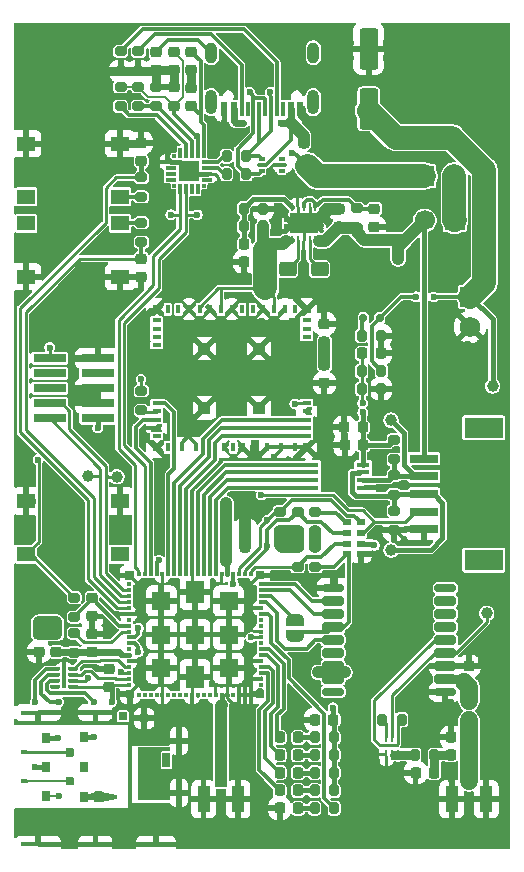
<source format=gtl>
G04 #@! TF.GenerationSoftware,KiCad,Pcbnew,9.0.7*
G04 #@! TF.CreationDate,2026-02-19T12:47:42+01:00*
G04 #@! TF.ProjectId,FishIoT,46697368-496f-4542-9e6b-696361645f70,version 26.0*
G04 #@! TF.SameCoordinates,Original*
G04 #@! TF.FileFunction,Copper,L1,Top*
G04 #@! TF.FilePolarity,Positive*
%FSLAX46Y46*%
G04 Gerber Fmt 4.6, Leading zero omitted, Abs format (unit mm)*
G04 Created by KiCad (PCBNEW 9.0.7) date 2026-02-19 12:47:42*
%MOMM*%
%LPD*%
G01*
G04 APERTURE LIST*
G04 Aperture macros list*
%AMRoundRect*
0 Rectangle with rounded corners*
0 $1 Rounding radius*
0 $2 $3 $4 $5 $6 $7 $8 $9 X,Y pos of 4 corners*
0 Add a 4 corners polygon primitive as box body*
4,1,4,$2,$3,$4,$5,$6,$7,$8,$9,$2,$3,0*
0 Add four circle primitives for the rounded corners*
1,1,$1+$1,$2,$3*
1,1,$1+$1,$4,$5*
1,1,$1+$1,$6,$7*
1,1,$1+$1,$8,$9*
0 Add four rect primitives between the rounded corners*
20,1,$1+$1,$2,$3,$4,$5,0*
20,1,$1+$1,$4,$5,$6,$7,0*
20,1,$1+$1,$6,$7,$8,$9,0*
20,1,$1+$1,$8,$9,$2,$3,0*%
%AMFreePoly0*
4,1,21,-0.125000,1.200000,0.125000,1.200000,0.125000,1.700000,0.375000,1.700000,0.375000,1.200000,0.825000,1.200000,0.825000,-1.200000,0.375000,-1.200000,0.375000,-1.700000,0.125000,-1.700000,0.125000,-1.200000,-0.125000,-1.200000,-0.125000,-1.700000,-0.375000,-1.700000,-0.375000,-1.200000,-0.825000,-1.200000,-0.825000,1.200000,-0.375000,1.200000,-0.375000,1.700000,-0.125000,1.700000,
-0.125000,1.200000,-0.125000,1.200000,$1*%
%AMFreePoly1*
4,1,23,0.500000,-0.750000,0.000000,-0.750000,0.000000,-0.745722,-0.065263,-0.745722,-0.191342,-0.711940,-0.304381,-0.646677,-0.396677,-0.554381,-0.461940,-0.441342,-0.495722,-0.315263,-0.495722,-0.250000,-0.500000,-0.250000,-0.500000,0.250000,-0.495722,0.250000,-0.495722,0.315263,-0.461940,0.441342,-0.396677,0.554381,-0.304381,0.646677,-0.191342,0.711940,-0.065263,0.745722,0.000000,0.745722,
0.000000,0.750000,0.500000,0.750000,0.500000,-0.750000,0.500000,-0.750000,$1*%
%AMFreePoly2*
4,1,23,0.000000,0.745722,0.065263,0.745722,0.191342,0.711940,0.304381,0.646677,0.396677,0.554381,0.461940,0.441342,0.495722,0.315263,0.495722,0.250000,0.500000,0.250000,0.500000,-0.250000,0.495722,-0.250000,0.495722,-0.315263,0.461940,-0.441342,0.396677,-0.554381,0.304381,-0.646677,0.191342,-0.711940,0.065263,-0.745722,0.000000,-0.745722,0.000000,-0.750000,-0.500000,-0.750000,
-0.500000,0.750000,0.000000,0.750000,0.000000,0.745722,0.000000,0.745722,$1*%
%AMFreePoly3*
4,1,14,0.403536,0.303536,0.405000,0.300000,0.405000,-0.150000,0.403536,-0.153536,0.153536,-0.403536,0.150000,-0.405000,-0.300000,-0.405000,-0.303536,-0.403536,-0.305000,-0.400000,-0.305000,0.300000,-0.303536,0.303536,-0.300000,0.305000,0.400000,0.305000,0.403536,0.303536,0.403536,0.303536,$1*%
G04 Aperture macros list end*
G04 #@! TA.AperFunction,SMDPad,CuDef*
%ADD10RoundRect,0.250000X0.550000X-1.500000X0.550000X1.500000X-0.550000X1.500000X-0.550000X-1.500000X0*%
G04 #@! TD*
G04 #@! TA.AperFunction,SMDPad,CuDef*
%ADD11RoundRect,0.225000X-0.225000X-0.250000X0.225000X-0.250000X0.225000X0.250000X-0.225000X0.250000X0*%
G04 #@! TD*
G04 #@! TA.AperFunction,SMDPad,CuDef*
%ADD12R,1.550000X1.300000*%
G04 #@! TD*
G04 #@! TA.AperFunction,SMDPad,CuDef*
%ADD13RoundRect,0.218750X-0.218750X-0.256250X0.218750X-0.256250X0.218750X0.256250X-0.218750X0.256250X0*%
G04 #@! TD*
G04 #@! TA.AperFunction,SMDPad,CuDef*
%ADD14RoundRect,0.225000X0.225000X0.250000X-0.225000X0.250000X-0.225000X-0.250000X0.225000X-0.250000X0*%
G04 #@! TD*
G04 #@! TA.AperFunction,SMDPad,CuDef*
%ADD15R,0.254000X0.812800*%
G04 #@! TD*
G04 #@! TA.AperFunction,SMDPad,CuDef*
%ADD16RoundRect,0.218750X0.218750X0.256250X-0.218750X0.256250X-0.218750X-0.256250X0.218750X-0.256250X0*%
G04 #@! TD*
G04 #@! TA.AperFunction,SMDPad,CuDef*
%ADD17RoundRect,0.200000X0.275000X-0.200000X0.275000X0.200000X-0.275000X0.200000X-0.275000X-0.200000X0*%
G04 #@! TD*
G04 #@! TA.AperFunction,SMDPad,CuDef*
%ADD18RoundRect,0.225000X0.250000X-0.225000X0.250000X0.225000X-0.250000X0.225000X-0.250000X-0.225000X0*%
G04 #@! TD*
G04 #@! TA.AperFunction,SMDPad,CuDef*
%ADD19C,1.000000*%
G04 #@! TD*
G04 #@! TA.AperFunction,SMDPad,CuDef*
%ADD20RoundRect,0.200000X-0.200000X-0.275000X0.200000X-0.275000X0.200000X0.275000X-0.200000X0.275000X0*%
G04 #@! TD*
G04 #@! TA.AperFunction,SMDPad,CuDef*
%ADD21RoundRect,0.200000X-0.275000X0.200000X-0.275000X-0.200000X0.275000X-0.200000X0.275000X0.200000X0*%
G04 #@! TD*
G04 #@! TA.AperFunction,ComponentPad*
%ADD22R,1.700000X1.700000*%
G04 #@! TD*
G04 #@! TA.AperFunction,ComponentPad*
%ADD23C,1.700000*%
G04 #@! TD*
G04 #@! TA.AperFunction,SMDPad,CuDef*
%ADD24RoundRect,0.225000X-0.250000X0.225000X-0.250000X-0.225000X0.250000X-0.225000X0.250000X0.225000X0*%
G04 #@! TD*
G04 #@! TA.AperFunction,SMDPad,CuDef*
%ADD25R,0.300000X0.300000*%
G04 #@! TD*
G04 #@! TA.AperFunction,SMDPad,CuDef*
%ADD26R,0.900000X0.300000*%
G04 #@! TD*
G04 #@! TA.AperFunction,SMDPad,CuDef*
%ADD27R,0.300000X0.900000*%
G04 #@! TD*
G04 #@! TA.AperFunction,SMDPad,CuDef*
%ADD28R,1.800000X1.800000*%
G04 #@! TD*
G04 #@! TA.AperFunction,SMDPad,CuDef*
%ADD29RoundRect,0.150000X-0.150000X-0.200000X0.150000X-0.200000X0.150000X0.200000X-0.150000X0.200000X0*%
G04 #@! TD*
G04 #@! TA.AperFunction,SMDPad,CuDef*
%ADD30RoundRect,0.200000X0.200000X0.275000X-0.200000X0.275000X-0.200000X-0.275000X0.200000X-0.275000X0*%
G04 #@! TD*
G04 #@! TA.AperFunction,SMDPad,CuDef*
%ADD31RoundRect,0.250000X-0.500000X-0.350000X0.500000X-0.350000X0.500000X0.350000X-0.500000X0.350000X0*%
G04 #@! TD*
G04 #@! TA.AperFunction,SMDPad,CuDef*
%ADD32R,0.700000X0.900000*%
G04 #@! TD*
G04 #@! TA.AperFunction,SMDPad,CuDef*
%ADD33R,0.700000X0.700000*%
G04 #@! TD*
G04 #@! TA.AperFunction,SMDPad,CuDef*
%ADD34R,0.650000X1.200000*%
G04 #@! TD*
G04 #@! TA.AperFunction,SMDPad,CuDef*
%ADD35R,2.900000X0.450000*%
G04 #@! TD*
G04 #@! TA.AperFunction,SMDPad,CuDef*
%ADD36R,1.900000X0.450000*%
G04 #@! TD*
G04 #@! TA.AperFunction,SMDPad,CuDef*
%ADD37R,0.700000X0.750000*%
G04 #@! TD*
G04 #@! TA.AperFunction,SMDPad,CuDef*
%ADD38R,0.500000X1.400000*%
G04 #@! TD*
G04 #@! TA.AperFunction,SMDPad,CuDef*
%ADD39R,2.400000X0.450000*%
G04 #@! TD*
G04 #@! TA.AperFunction,SMDPad,CuDef*
%ADD40R,0.600000X0.300000*%
G04 #@! TD*
G04 #@! TA.AperFunction,SMDPad,CuDef*
%ADD41RoundRect,0.093750X0.156250X0.093750X-0.156250X0.093750X-0.156250X-0.093750X0.156250X-0.093750X0*%
G04 #@! TD*
G04 #@! TA.AperFunction,SMDPad,CuDef*
%ADD42RoundRect,0.075000X0.250000X0.075000X-0.250000X0.075000X-0.250000X-0.075000X0.250000X-0.075000X0*%
G04 #@! TD*
G04 #@! TA.AperFunction,SMDPad,CuDef*
%ADD43R,2.795000X0.740000*%
G04 #@! TD*
G04 #@! TA.AperFunction,SMDPad,CuDef*
%ADD44RoundRect,0.218750X0.256250X-0.218750X0.256250X0.218750X-0.256250X0.218750X-0.256250X-0.218750X0*%
G04 #@! TD*
G04 #@! TA.AperFunction,SMDPad,CuDef*
%ADD45R,1.000000X1.050000*%
G04 #@! TD*
G04 #@! TA.AperFunction,SMDPad,CuDef*
%ADD46R,1.050000X2.200000*%
G04 #@! TD*
G04 #@! TA.AperFunction,SMDPad,CuDef*
%ADD47R,0.800000X0.500000*%
G04 #@! TD*
G04 #@! TA.AperFunction,SMDPad,CuDef*
%ADD48R,0.400000X0.800000*%
G04 #@! TD*
G04 #@! TA.AperFunction,SMDPad,CuDef*
%ADD49R,0.800000X0.400000*%
G04 #@! TD*
G04 #@! TA.AperFunction,SMDPad,CuDef*
%ADD50R,0.800000X0.800000*%
G04 #@! TD*
G04 #@! TA.AperFunction,SMDPad,CuDef*
%ADD51R,1.000000X1.000000*%
G04 #@! TD*
G04 #@! TA.AperFunction,SMDPad,CuDef*
%ADD52RoundRect,0.060000X0.060000X-0.240000X0.060000X0.240000X-0.060000X0.240000X-0.060000X-0.240000X0*%
G04 #@! TD*
G04 #@! TA.AperFunction,ComponentPad*
%ADD53C,0.500000*%
G04 #@! TD*
G04 #@! TA.AperFunction,SMDPad,CuDef*
%ADD54FreePoly0,90.000000*%
G04 #@! TD*
G04 #@! TA.AperFunction,SMDPad,CuDef*
%ADD55RoundRect,0.218750X-0.256250X0.218750X-0.256250X-0.218750X0.256250X-0.218750X0.256250X0.218750X0*%
G04 #@! TD*
G04 #@! TA.AperFunction,SMDPad,CuDef*
%ADD56RoundRect,0.175000X-0.725000X-0.175000X0.725000X-0.175000X0.725000X0.175000X-0.725000X0.175000X0*%
G04 #@! TD*
G04 #@! TA.AperFunction,SMDPad,CuDef*
%ADD57RoundRect,0.200000X-0.700000X-0.200000X0.700000X-0.200000X0.700000X0.200000X-0.700000X0.200000X0*%
G04 #@! TD*
G04 #@! TA.AperFunction,ComponentPad*
%ADD58C,0.800000*%
G04 #@! TD*
G04 #@! TA.AperFunction,ComponentPad*
%ADD59C,6.000000*%
G04 #@! TD*
G04 #@! TA.AperFunction,SMDPad,CuDef*
%ADD60FreePoly1,270.000000*%
G04 #@! TD*
G04 #@! TA.AperFunction,SMDPad,CuDef*
%ADD61FreePoly2,270.000000*%
G04 #@! TD*
G04 #@! TA.AperFunction,SMDPad,CuDef*
%ADD62R,0.600000X1.150000*%
G04 #@! TD*
G04 #@! TA.AperFunction,SMDPad,CuDef*
%ADD63R,0.300000X1.150000*%
G04 #@! TD*
G04 #@! TA.AperFunction,ComponentPad*
%ADD64O,1.000000X2.100000*%
G04 #@! TD*
G04 #@! TA.AperFunction,ComponentPad*
%ADD65O,1.000000X1.800000*%
G04 #@! TD*
G04 #@! TA.AperFunction,ComponentPad*
%ADD66R,1.755000X1.755000*%
G04 #@! TD*
G04 #@! TA.AperFunction,ComponentPad*
%ADD67C,1.755000*%
G04 #@! TD*
G04 #@! TA.AperFunction,SMDPad,CuDef*
%ADD68RoundRect,0.008100X-0.376900X-0.126900X0.376900X-0.126900X0.376900X0.126900X-0.376900X0.126900X0*%
G04 #@! TD*
G04 #@! TA.AperFunction,SMDPad,CuDef*
%ADD69R,0.400000X1.700000*%
G04 #@! TD*
G04 #@! TA.AperFunction,SMDPad,CuDef*
%ADD70FreePoly3,0.000000*%
G04 #@! TD*
G04 #@! TA.AperFunction,SMDPad,CuDef*
%ADD71R,0.450000X0.300000*%
G04 #@! TD*
G04 #@! TA.AperFunction,SMDPad,CuDef*
%ADD72R,0.300000X0.450000*%
G04 #@! TD*
G04 #@! TA.AperFunction,SMDPad,CuDef*
%ADD73R,1.600000X1.600000*%
G04 #@! TD*
G04 #@! TA.AperFunction,SMDPad,CuDef*
%ADD74R,1.600000X1.950000*%
G04 #@! TD*
G04 #@! TA.AperFunction,SMDPad,CuDef*
%ADD75R,2.400000X0.800000*%
G04 #@! TD*
G04 #@! TA.AperFunction,SMDPad,CuDef*
%ADD76R,3.300000X1.800000*%
G04 #@! TD*
G04 #@! TA.AperFunction,SMDPad,CuDef*
%ADD77R,1.100000X0.400000*%
G04 #@! TD*
G04 #@! TA.AperFunction,ViaPad*
%ADD78C,0.600000*%
G04 #@! TD*
G04 #@! TA.AperFunction,Conductor*
%ADD79C,0.400000*%
G04 #@! TD*
G04 #@! TA.AperFunction,Conductor*
%ADD80C,0.250000*%
G04 #@! TD*
G04 #@! TA.AperFunction,Conductor*
%ADD81C,1.000000*%
G04 #@! TD*
G04 #@! TA.AperFunction,Conductor*
%ADD82C,0.300000*%
G04 #@! TD*
G04 #@! TA.AperFunction,Conductor*
%ADD83C,0.800000*%
G04 #@! TD*
G04 #@! TA.AperFunction,Conductor*
%ADD84C,0.150000*%
G04 #@! TD*
G04 #@! TA.AperFunction,Conductor*
%ADD85C,0.600000*%
G04 #@! TD*
G04 #@! TA.AperFunction,Conductor*
%ADD86C,2.000000*%
G04 #@! TD*
G04 #@! TA.AperFunction,Conductor*
%ADD87C,0.200000*%
G04 #@! TD*
G04 #@! TA.AperFunction,Conductor*
%ADD88C,1.500000*%
G04 #@! TD*
G04 APERTURE END LIST*
D10*
X122500000Y-31200000D03*
X122500000Y-36300000D03*
D11*
X110525000Y-73400000D03*
X112075000Y-73400000D03*
D12*
X101475000Y-46000000D03*
X93525000Y-50500000D03*
X101475000Y-50500000D03*
X93525000Y-46000000D03*
D13*
X114962500Y-92500000D03*
X116537500Y-92500000D03*
D14*
X113525000Y-47750000D03*
X111975000Y-47750000D03*
D15*
X123999748Y-91000000D03*
X124499874Y-91000000D03*
X125000000Y-91000000D03*
X125000000Y-89501400D03*
X124499874Y-89501400D03*
X123999748Y-89501400D03*
D16*
X131037500Y-91000000D03*
X129462500Y-91000000D03*
D17*
X103250000Y-47575000D03*
X103250000Y-45925000D03*
D18*
X99075000Y-82275000D03*
X99075000Y-80725000D03*
D17*
X101500000Y-33075000D03*
X101500000Y-31425000D03*
D19*
X98756154Y-67415373D03*
X113750000Y-51500000D03*
D20*
X123675000Y-88000000D03*
X125325000Y-88000000D03*
D17*
X118000000Y-72075000D03*
X118000000Y-70425000D03*
D21*
X116500000Y-73425000D03*
X116500000Y-75075000D03*
D22*
X127210000Y-41984505D03*
D23*
X129750000Y-41984505D03*
X132290000Y-41984505D03*
D19*
X110450000Y-69750000D03*
D17*
X97575000Y-82325000D03*
X97575000Y-80675000D03*
D24*
X103250000Y-48975000D03*
X103250000Y-50525000D03*
D25*
X108550000Y-42800000D03*
D26*
X108850000Y-42300000D03*
X108850000Y-41800000D03*
X108850000Y-41300000D03*
X108850000Y-40800000D03*
D25*
X108550000Y-40300000D03*
D27*
X108050000Y-40000000D03*
X107550000Y-40000000D03*
X107050000Y-40000000D03*
X106550000Y-40000000D03*
D25*
X106050000Y-40300000D03*
D26*
X105750000Y-40800000D03*
X105750000Y-41300000D03*
X105750000Y-41800000D03*
X105750000Y-42300000D03*
D25*
X106050000Y-42800000D03*
D27*
X106550000Y-43100000D03*
X107050000Y-43100000D03*
X107550000Y-43100000D03*
X108050000Y-43100000D03*
D28*
X107300000Y-41550000D03*
D20*
X117925000Y-92500000D03*
X119575000Y-92500000D03*
D21*
X101500000Y-34425000D03*
X101500000Y-36075000D03*
D29*
X123450000Y-54000000D03*
X122050000Y-54000000D03*
D13*
X114962500Y-94000000D03*
X116537500Y-94000000D03*
D18*
X106000000Y-33025000D03*
X106000000Y-31475000D03*
D21*
X118000000Y-73425000D03*
X118000000Y-75075000D03*
D30*
X112125000Y-40300000D03*
X110475000Y-40300000D03*
D31*
X115650000Y-49850000D03*
X118350000Y-49850000D03*
D18*
X99075000Y-79275000D03*
X99075000Y-77725000D03*
D24*
X100500000Y-83725000D03*
X100500000Y-85275000D03*
D17*
X124650000Y-65975000D03*
X124650000Y-64325000D03*
D32*
X95200000Y-94440000D03*
X95200000Y-92000000D03*
X95200000Y-89560000D03*
X98370000Y-94540000D03*
X98370000Y-92000000D03*
X98370000Y-89460000D03*
D33*
X101700000Y-87730000D03*
D34*
X105375000Y-91450000D03*
D35*
X94500000Y-87405000D03*
D36*
X99350000Y-87405000D03*
D37*
X103500000Y-87905000D03*
D38*
X106450000Y-89800000D03*
X106450000Y-94200000D03*
D39*
X104500000Y-98555000D03*
D36*
X99350000Y-98555000D03*
D35*
X94500000Y-98555000D03*
D40*
X93350000Y-93220000D03*
X93350000Y-90780000D03*
D22*
X129790000Y-45734505D03*
D23*
X127250000Y-45734505D03*
D19*
X132500000Y-79000000D03*
D41*
X115150000Y-41587500D03*
D42*
X115225000Y-41050000D03*
D41*
X115150000Y-40512500D03*
X113450000Y-40512500D03*
D42*
X113375000Y-41050000D03*
D41*
X113450000Y-41587500D03*
D43*
X99565000Y-62500000D03*
X95500000Y-62500000D03*
X99565000Y-61230000D03*
X95500000Y-61230000D03*
X99565000Y-59960000D03*
X95500000Y-59960000D03*
X99565000Y-58690000D03*
X95500000Y-58690000D03*
X99565000Y-57420000D03*
X95500000Y-57420000D03*
D18*
X103250000Y-40725000D03*
X103250000Y-39175000D03*
D20*
X117925000Y-91000000D03*
X119575000Y-91000000D03*
D18*
X94575000Y-82275000D03*
X94575000Y-80725000D03*
X107500000Y-33000000D03*
X107500000Y-31450000D03*
X120000000Y-46300000D03*
X120000000Y-44750000D03*
D44*
X117000000Y-40787500D03*
X117000000Y-39212500D03*
D19*
X124400000Y-62650000D03*
D18*
X118750000Y-59525000D03*
X118750000Y-57975000D03*
D45*
X110000000Y-93225000D03*
D46*
X111475000Y-94750000D03*
X108525000Y-94750000D03*
D13*
X114962500Y-89500000D03*
X116537500Y-89500000D03*
D47*
X120650000Y-71300000D03*
X120650000Y-72200000D03*
X120650000Y-73100000D03*
X120650000Y-74000000D03*
X121850000Y-74000000D03*
X121850000Y-73100000D03*
X121850000Y-72200000D03*
X121850000Y-71300000D03*
D30*
X113575000Y-46250000D03*
X111925000Y-46250000D03*
D48*
X116300000Y-53250000D03*
X115400000Y-53250000D03*
X114500000Y-53250000D03*
X113600000Y-53250000D03*
X112700000Y-53250000D03*
X111800000Y-53250000D03*
X110900000Y-53250000D03*
X110000000Y-53250000D03*
X109100000Y-53250000D03*
X108200000Y-53250000D03*
X107300000Y-53250000D03*
X106399990Y-53250000D03*
X105499990Y-53250000D03*
D49*
X104550000Y-54200000D03*
X104550000Y-54900000D03*
X104550000Y-55600000D03*
X104550000Y-56300000D03*
X104550000Y-61200000D03*
X104550000Y-61900000D03*
X104550000Y-62600000D03*
X104550000Y-63300000D03*
X104550000Y-64000000D03*
D48*
X105500000Y-64950000D03*
X106700000Y-64950000D03*
X107900000Y-64950000D03*
X110250110Y-64950000D03*
X111050280Y-64950000D03*
X111850110Y-64950000D03*
X113900000Y-64950000D03*
X115100000Y-64950000D03*
X116300000Y-64950000D03*
D49*
X117250010Y-64000000D03*
X117250010Y-63300000D03*
X117250010Y-62600000D03*
X117250010Y-61900000D03*
X117250010Y-61200000D03*
X117249890Y-55599910D03*
X117249890Y-54899910D03*
X117249890Y-54199920D03*
D50*
X117250010Y-53250000D03*
X104550000Y-53250000D03*
X104550000Y-64950000D03*
X117250010Y-64950000D03*
D51*
X113200000Y-61600000D03*
X113200000Y-56600000D03*
X108600000Y-61600000D03*
X108600000Y-56600000D03*
D21*
X131000000Y-86425000D03*
X131000000Y-88075000D03*
D52*
X116000000Y-47400000D03*
X116500000Y-47400000D03*
X117000000Y-47400000D03*
X117500000Y-47400000D03*
X118000000Y-47400000D03*
X118000000Y-44600000D03*
X117500000Y-44600000D03*
X117000000Y-44600000D03*
X116500000Y-44600000D03*
X116000000Y-44600000D03*
D53*
X117000000Y-46575000D03*
X116050000Y-46000000D03*
D54*
X117000000Y-46000000D03*
D53*
X117950000Y-46000000D03*
X117000000Y-45425000D03*
D19*
X133000000Y-59750000D03*
D55*
X96075000Y-80712500D03*
X96075000Y-82287500D03*
D21*
X103000000Y-31425000D03*
X103000000Y-33075000D03*
D24*
X106000000Y-34475000D03*
X106000000Y-36025000D03*
D21*
X104500000Y-34425000D03*
X104500000Y-36075000D03*
D19*
X125000000Y-49000000D03*
X124400000Y-73650000D03*
D45*
X131000000Y-93225000D03*
D46*
X132475000Y-94750000D03*
X129525000Y-94750000D03*
D56*
X119500000Y-76850000D03*
D57*
X119500000Y-77950000D03*
X119500000Y-79050000D03*
X119500000Y-80150000D03*
X119500000Y-81250000D03*
X119500000Y-82350000D03*
X119500000Y-83450000D03*
X119500000Y-84550000D03*
D56*
X119500000Y-85650000D03*
X129000000Y-85650000D03*
D57*
X129000000Y-84550000D03*
X129000000Y-83450000D03*
X129000000Y-82350000D03*
X129000000Y-81250000D03*
X129000000Y-80150000D03*
X129000000Y-79050000D03*
X129000000Y-77950000D03*
D56*
X129000000Y-76850000D03*
D12*
X93525000Y-74000000D03*
X101475000Y-69500000D03*
X93525000Y-69500000D03*
X101475000Y-74000000D03*
D24*
X118750000Y-54475000D03*
X118750000Y-56025000D03*
D58*
X95250000Y-34000000D03*
X95909010Y-32409010D03*
X95909010Y-35590990D03*
X97500000Y-31750000D03*
D59*
X97500000Y-34000000D03*
D58*
X97500000Y-36250000D03*
X99090990Y-32409010D03*
X99090990Y-35590990D03*
X99750000Y-34000000D03*
D60*
X116250000Y-79600000D03*
D61*
X116250000Y-80900000D03*
D62*
X116700000Y-36290990D03*
X115900000Y-36290990D03*
D63*
X114750000Y-36290990D03*
X113750000Y-36290990D03*
X113250000Y-36290990D03*
X112250000Y-36290990D03*
D62*
X110300000Y-36290990D03*
X111100000Y-36290990D03*
D63*
X111750000Y-36290990D03*
X112750000Y-36290990D03*
X114250000Y-36290990D03*
X115250000Y-36290990D03*
D64*
X117820000Y-35715990D03*
X109180000Y-35715990D03*
D65*
X117820000Y-31535990D03*
X109180000Y-31535990D03*
D66*
X131100990Y-52204505D03*
D67*
X131100990Y-54744505D03*
D68*
X95940000Y-83750000D03*
X95940000Y-84250000D03*
X95940000Y-84750000D03*
X95940000Y-85250000D03*
X97500000Y-85250000D03*
X97500000Y-84750000D03*
X97500000Y-84250000D03*
X97500000Y-83750000D03*
D69*
X96720000Y-84500000D03*
D14*
X122000000Y-63250000D03*
X120450000Y-63250000D03*
D17*
X103000000Y-36075000D03*
X103000000Y-34425000D03*
D30*
X119575000Y-95500000D03*
X117925000Y-95500000D03*
D20*
X111925000Y-44750000D03*
X113575000Y-44750000D03*
D14*
X131025000Y-89500000D03*
X129475000Y-89500000D03*
D20*
X117925000Y-94000000D03*
X119575000Y-94000000D03*
D24*
X107500000Y-34500000D03*
X107500000Y-36050000D03*
D30*
X112125000Y-41800000D03*
X110475000Y-41800000D03*
D11*
X117975000Y-88000000D03*
X119525000Y-88000000D03*
D17*
X124650000Y-71975000D03*
X124650000Y-70325000D03*
D13*
X114962500Y-91000000D03*
X116537500Y-91000000D03*
D14*
X123525000Y-57000000D03*
X121975000Y-57000000D03*
D20*
X117925000Y-89500000D03*
X119575000Y-89500000D03*
D17*
X124650000Y-68975000D03*
X124650000Y-67325000D03*
D70*
X102250000Y-75750000D03*
D71*
X102175000Y-76550000D03*
X102175000Y-77050000D03*
X102175000Y-77550000D03*
X102175000Y-78050000D03*
X102175000Y-78550000D03*
X102175000Y-79050000D03*
X102175000Y-79550000D03*
X102175000Y-80050000D03*
X102175000Y-80550000D03*
X102175000Y-81050000D03*
X102175000Y-81550000D03*
X102175000Y-82050000D03*
X102175000Y-82550000D03*
X102175000Y-83050000D03*
X102175000Y-83550000D03*
X102175000Y-84050000D03*
X102175000Y-84550000D03*
X102175000Y-85050000D03*
D33*
X102300000Y-85800000D03*
D72*
X103050000Y-85925000D03*
X103550000Y-85925000D03*
X104050000Y-85925000D03*
X104550000Y-85925000D03*
X105050000Y-85925000D03*
X105550000Y-85925000D03*
X106050000Y-85925000D03*
X106550000Y-85925000D03*
X107050000Y-85925000D03*
X107550000Y-85925000D03*
X108050000Y-85925000D03*
X108550000Y-85925000D03*
X109050000Y-85925000D03*
X109550000Y-85925000D03*
X110050000Y-85925000D03*
X110550000Y-85925000D03*
X111050000Y-85925000D03*
X111550000Y-85925000D03*
X112050000Y-85925000D03*
X112550000Y-85925000D03*
D33*
X113300000Y-85800000D03*
D71*
X113425000Y-85050000D03*
X113425000Y-84550000D03*
X113425000Y-84050000D03*
X113425000Y-83550000D03*
X113425000Y-83050000D03*
X113425000Y-82550000D03*
X113425000Y-82050000D03*
X113425000Y-81550000D03*
X113425000Y-81050000D03*
X113425000Y-80550000D03*
X113425000Y-80050000D03*
X113425000Y-79550000D03*
X113425000Y-79050000D03*
X113425000Y-78550000D03*
X113425000Y-78050000D03*
X113425000Y-77550000D03*
X113425000Y-77050000D03*
X113425000Y-76550000D03*
D33*
X113300000Y-75800000D03*
D72*
X112550000Y-75675000D03*
X112050000Y-75675000D03*
X111550000Y-75675000D03*
X111050000Y-75675000D03*
X110550000Y-75675000D03*
X110050000Y-75675000D03*
X109550000Y-75675000D03*
X109050000Y-75675000D03*
X108550000Y-75675000D03*
X108050000Y-75675000D03*
X107550000Y-75675000D03*
X107050000Y-75675000D03*
X106550000Y-75675000D03*
X106050000Y-75675000D03*
X105550000Y-75675000D03*
X105050000Y-75675000D03*
X104550000Y-75675000D03*
X104050000Y-75675000D03*
X103550000Y-75675000D03*
X103050000Y-75675000D03*
D73*
X104950000Y-77950000D03*
X104950000Y-80800000D03*
X104950000Y-83650000D03*
D74*
X107800000Y-84375000D03*
D73*
X110650000Y-83650000D03*
X110650000Y-80800000D03*
X110650000Y-77950000D03*
D74*
X107800000Y-77225000D03*
D73*
X107800000Y-80800000D03*
D17*
X115000000Y-72075000D03*
X115000000Y-70425000D03*
X116500000Y-72075000D03*
X116500000Y-70425000D03*
D21*
X103250000Y-42100000D03*
X103250000Y-43750000D03*
D75*
X127200000Y-65900000D03*
X127200000Y-67400000D03*
X127200000Y-68900000D03*
X127200000Y-70400000D03*
X127200000Y-71900000D03*
D76*
X132250000Y-63300000D03*
X132250000Y-74500000D03*
D55*
X131000000Y-83462500D03*
X131000000Y-85037500D03*
D19*
X101184157Y-67440665D03*
D58*
X127250000Y-34000000D03*
X127909010Y-32409010D03*
X127909010Y-35590990D03*
X129500000Y-31750000D03*
D59*
X129500000Y-34000000D03*
D58*
X129500000Y-36250000D03*
X131090990Y-32409010D03*
X131090990Y-35590990D03*
X131750000Y-34000000D03*
D17*
X121500000Y-46350000D03*
X121500000Y-44700000D03*
D20*
X121925000Y-55500000D03*
X123575000Y-55500000D03*
D30*
X128075000Y-91000000D03*
X126425000Y-91000000D03*
D77*
X117750000Y-66425000D03*
X117750000Y-67075000D03*
X117750000Y-67725000D03*
X117750000Y-68375000D03*
X122050000Y-68375000D03*
X122050000Y-67725000D03*
X122050000Y-67075000D03*
X122050000Y-66425000D03*
D17*
X103250000Y-61825000D03*
X103250000Y-60175000D03*
X97575000Y-79325000D03*
X97575000Y-77675000D03*
D20*
X121925000Y-60000000D03*
X123575000Y-60000000D03*
D11*
X110525000Y-71900000D03*
X112075000Y-71900000D03*
X120475000Y-64750000D03*
X122025000Y-64750000D03*
D24*
X123000000Y-44750000D03*
X123000000Y-46300000D03*
D30*
X123575000Y-58500000D03*
X121925000Y-58500000D03*
D14*
X128025000Y-92500000D03*
X126475000Y-92500000D03*
D13*
X114962500Y-95500000D03*
X116537500Y-95500000D03*
D18*
X104500000Y-33025000D03*
X104500000Y-31475000D03*
D12*
X101475000Y-43750000D03*
X101475000Y-39250000D03*
X93525000Y-39250000D03*
X93525000Y-43750000D03*
D14*
X113525000Y-49250000D03*
X111975000Y-49250000D03*
D78*
X112500000Y-79500000D03*
X120400000Y-67900000D03*
X129500000Y-87500000D03*
X101036543Y-75229702D03*
X106250000Y-82250000D03*
X111250000Y-91750000D03*
X97187091Y-93223788D03*
X117000000Y-51000000D03*
X124250000Y-95000000D03*
X104750000Y-66250000D03*
X112000000Y-50250000D03*
X114750000Y-45000000D03*
X110250000Y-37500000D03*
X103000000Y-76500000D03*
X107250000Y-51500000D03*
X115400000Y-31000000D03*
X119000000Y-44750000D03*
X114500000Y-65750000D03*
X106250000Y-79500000D03*
X124000000Y-30750000D03*
X114750000Y-46250000D03*
X112500000Y-82250000D03*
X126500000Y-54250000D03*
X121000000Y-33250000D03*
X124000000Y-33250000D03*
X103000000Y-85000000D03*
X100500000Y-80250000D03*
X111250000Y-88750000D03*
X123457648Y-69797062D03*
X109750000Y-42750000D03*
X129500000Y-93000000D03*
X115400000Y-33700000D03*
X115000000Y-96750000D03*
X97500000Y-50750000D03*
X116000000Y-54250000D03*
X118750000Y-53500000D03*
X132500000Y-83750000D03*
X109250000Y-79500000D03*
X112100000Y-70900000D03*
X123250000Y-91500000D03*
X132500000Y-89750000D03*
X97540000Y-60600000D03*
X129500000Y-88500000D03*
X93500000Y-68000000D03*
X107250000Y-64000000D03*
X120400000Y-68900000D03*
X119750000Y-75750000D03*
X125500000Y-72750000D03*
X120910907Y-69580410D03*
X129518434Y-54811096D03*
X121750000Y-76750000D03*
X132500000Y-85750000D03*
X123402324Y-66943662D03*
X127200000Y-95000000D03*
X132500000Y-87750000D03*
X109250000Y-85000000D03*
X123400000Y-68400000D03*
X108750000Y-90750000D03*
X106250000Y-85000000D03*
X116750000Y-88000000D03*
X117250000Y-57750000D03*
X107500000Y-33750000D03*
X129250000Y-67500000D03*
X129500000Y-92000000D03*
X131951724Y-56119911D03*
X108750000Y-88750000D03*
X122500000Y-33250000D03*
X110000000Y-54250000D03*
X132500000Y-88750000D03*
X132500000Y-92500000D03*
X101500000Y-71000000D03*
X118000000Y-37750000D03*
X131000000Y-82500000D03*
X121000000Y-30750000D03*
X111247425Y-92630344D03*
X99524371Y-83596298D03*
X108750000Y-87750000D03*
X119000000Y-45750000D03*
X105399067Y-39557756D03*
X132500000Y-84750000D03*
X119500000Y-39000000D03*
X106100000Y-97100000D03*
X122517956Y-69776180D03*
X122500000Y-96700000D03*
X111250000Y-86750000D03*
X105750000Y-44000000D03*
X110250000Y-33000000D03*
X97500000Y-46750000D03*
X117250000Y-37250000D03*
X132500000Y-91630344D03*
X103000000Y-79000000D03*
X112500000Y-76500000D03*
X111250000Y-87750000D03*
X112100000Y-70100000D03*
X111250000Y-89750000D03*
X120400000Y-66900000D03*
X103250000Y-83500000D03*
X108750000Y-89750000D03*
X97197576Y-90780846D03*
X109250000Y-82250000D03*
X110250000Y-34250000D03*
X109250000Y-37500000D03*
X124250000Y-81250000D03*
X99250000Y-94500000D03*
X110000000Y-96800000D03*
X104750000Y-71250000D03*
X129750000Y-70250000D03*
X132000000Y-83000000D03*
X111250000Y-90750000D03*
X97500000Y-41500000D03*
X106250000Y-76500000D03*
X129750000Y-53750000D03*
X124000000Y-32000000D03*
X103500000Y-88750000D03*
X112750000Y-65000000D03*
X129500000Y-86500000D03*
X119000000Y-96700000D03*
X113250000Y-43000000D03*
X132500000Y-86750000D03*
X118750000Y-60500000D03*
X132500000Y-90750000D03*
X114250000Y-43000000D03*
X103500000Y-53750000D03*
X112500000Y-85000000D03*
X93250000Y-83500000D03*
X120379038Y-65926263D03*
X97540000Y-57410000D03*
X113500000Y-54250000D03*
X121000000Y-32000000D03*
X118000000Y-72750000D03*
X108750000Y-91750000D03*
X108750000Y-86750000D03*
X129933199Y-55778882D03*
X130891768Y-56212081D03*
X112000000Y-31000000D03*
X97500000Y-74250000D03*
X104750000Y-68500000D03*
X108747425Y-92630344D03*
X126500000Y-52204505D03*
X128000000Y-52204505D03*
X112550000Y-81050000D03*
X122000000Y-61200000D03*
X94575000Y-79750000D03*
X113750000Y-51500000D03*
X103226374Y-59164133D03*
X113750000Y-50250000D03*
X118250000Y-84000000D03*
X95325000Y-79750000D03*
X110450000Y-70500000D03*
X110450000Y-69700000D03*
X122000000Y-62000000D03*
X123000000Y-73250000D03*
X99565000Y-63315000D03*
X116250000Y-61250000D03*
X96075000Y-79750000D03*
X114700000Y-47750000D03*
X118750000Y-57000000D03*
X119500000Y-87000000D03*
X115000000Y-73250000D03*
X113900000Y-73300000D03*
X113900000Y-71100000D03*
X94506088Y-65993912D03*
X95500000Y-56500000D03*
X108000000Y-45250000D03*
X105750000Y-45250000D03*
X113428550Y-69000000D03*
X114150000Y-34900000D03*
X112425000Y-34875000D03*
X100750000Y-86500000D03*
X96250000Y-94500000D03*
X101500000Y-84000000D03*
X98750000Y-84500000D03*
X107950000Y-38601473D03*
X116000000Y-40000000D03*
X111250000Y-37500000D03*
X115100000Y-37500000D03*
X115900000Y-37500000D03*
X111900000Y-37500000D03*
X111050000Y-76500000D03*
X96250000Y-86500000D03*
X96190000Y-89560000D03*
X94250000Y-92000000D03*
X94250000Y-86500000D03*
X99210000Y-89460000D03*
X99210000Y-86500000D03*
X103000000Y-80250000D03*
X103000000Y-82250000D03*
X104750000Y-74500000D03*
D79*
X99100000Y-80750000D02*
X99075000Y-80725000D01*
D80*
X113600000Y-54150000D02*
X113500000Y-54250000D01*
X113300000Y-75800000D02*
X113200000Y-75800000D01*
D81*
X119150000Y-44800000D02*
X120000000Y-44800000D01*
D82*
X107900000Y-64950000D02*
X107900000Y-64650000D01*
D79*
X99210000Y-94540000D02*
X99250000Y-94500000D01*
D80*
X124650000Y-71975000D02*
X124725000Y-71975000D01*
D82*
X93525000Y-68025000D02*
X93500000Y-68000000D01*
D79*
X106550000Y-40800000D02*
X105750000Y-40800000D01*
D80*
X102250000Y-75750000D02*
X103000000Y-76500000D01*
D81*
X112075000Y-73400000D02*
X112075000Y-70125000D01*
D79*
X98935000Y-60600000D02*
X99565000Y-61230000D01*
D80*
X109502000Y-41800000D02*
X109750000Y-42048000D01*
D83*
X104450000Y-33075000D02*
X104500000Y-33025000D01*
D84*
X93350000Y-93220000D02*
X97183303Y-93220000D01*
D83*
X107500000Y-33000000D02*
X107500000Y-34500000D01*
D85*
X97540000Y-57410000D02*
X99555000Y-57410000D01*
D80*
X104550000Y-53250000D02*
X104000000Y-53250000D01*
D82*
X99601459Y-83725000D02*
X99516861Y-83640402D01*
D83*
X116751000Y-36751000D02*
X116751000Y-36341990D01*
D82*
X103250000Y-83350000D02*
X102950000Y-83050000D01*
D84*
X93350000Y-90780000D02*
X97196730Y-90780000D01*
D80*
X116500000Y-44600000D02*
X116500000Y-45500000D01*
X107550000Y-85925000D02*
X107550000Y-84625000D01*
D82*
X117250010Y-64950000D02*
X113900000Y-64950000D01*
X102950000Y-83050000D02*
X102175000Y-83050000D01*
D79*
X105750000Y-40800000D02*
X105399067Y-40449067D01*
D80*
X110550000Y-85925000D02*
X110550000Y-86203570D01*
D82*
X93525000Y-69500000D02*
X93525000Y-68025000D01*
D80*
X116500000Y-45500000D02*
X117000000Y-46000000D01*
X107550000Y-76975000D02*
X107800000Y-77225000D01*
D79*
X116750000Y-88000000D02*
X117975000Y-88000000D01*
D82*
X102175000Y-79050000D02*
X102950000Y-79050000D01*
D79*
X99555000Y-57410000D02*
X99565000Y-57420000D01*
D80*
X113200000Y-75800000D02*
X112500000Y-76500000D01*
D79*
X98925000Y-60600000D02*
X99565000Y-59960000D01*
D80*
X108850000Y-41800000D02*
X109502000Y-41800000D01*
X117500000Y-44600000D02*
X117500000Y-45500000D01*
D81*
X118000000Y-73425000D02*
X118000000Y-72075000D01*
D82*
X101500000Y-69525000D02*
X101475000Y-69500000D01*
D84*
X97183303Y-93220000D02*
X97187091Y-93223788D01*
D79*
X107300000Y-41550000D02*
X107550000Y-41800000D01*
D82*
X100500000Y-83725000D02*
X99601459Y-83725000D01*
X104550000Y-63300000D02*
X103450000Y-63300000D01*
D79*
X100500000Y-80250000D02*
X100000000Y-80750000D01*
X100000000Y-80750000D02*
X99100000Y-80750000D01*
D82*
X119750000Y-75750000D02*
X119750000Y-76600000D01*
D83*
X103000000Y-33075000D02*
X104450000Y-33075000D01*
D79*
X99075000Y-80725000D02*
X99075000Y-79275000D01*
D81*
X117950000Y-46000000D02*
X119150000Y-44800000D01*
D80*
X102300000Y-85700000D02*
X103000000Y-85000000D01*
D82*
X103450000Y-63300000D02*
X103250000Y-63500000D01*
D79*
X111975000Y-49250000D02*
X111975000Y-50225000D01*
D83*
X101500000Y-33075000D02*
X98425000Y-33075000D01*
D82*
X106700000Y-64950000D02*
X106700000Y-64550000D01*
D83*
X106000000Y-33025000D02*
X106000000Y-34475000D01*
D82*
X107900000Y-64650000D02*
X107250000Y-64000000D01*
D80*
X117500000Y-45500000D02*
X117000000Y-46000000D01*
X104000000Y-53250000D02*
X103500000Y-53750000D01*
X107550000Y-84625000D02*
X107800000Y-84375000D01*
D79*
X101500000Y-39375000D02*
X103050000Y-39375000D01*
X105399067Y-40449067D02*
X105399067Y-39557756D01*
D83*
X117250000Y-37250000D02*
X116751000Y-36751000D01*
D82*
X102950000Y-79050000D02*
X103000000Y-79000000D01*
D80*
X111096430Y-86750000D02*
X111250000Y-86750000D01*
D82*
X101500000Y-71000000D02*
X101500000Y-69525000D01*
D80*
X125500000Y-72750000D02*
X124725000Y-71975000D01*
D82*
X115100000Y-65150000D02*
X114500000Y-65750000D01*
D80*
X110550000Y-86203570D02*
X111096430Y-86750000D01*
D79*
X121850000Y-74000000D02*
X121850000Y-76650000D01*
X107550000Y-41800000D02*
X108850000Y-41800000D01*
D83*
X98425000Y-33075000D02*
X97500000Y-34000000D01*
D82*
X103250000Y-83500000D02*
X103250000Y-83350000D01*
D83*
X101500000Y-33075000D02*
X103000000Y-33075000D01*
D82*
X106700000Y-64550000D02*
X107250000Y-64000000D01*
D79*
X111975000Y-50225000D02*
X112000000Y-50250000D01*
D80*
X117000000Y-47400000D02*
X117000000Y-46000000D01*
D82*
X119750000Y-76600000D02*
X119500000Y-76850000D01*
X115100000Y-64950000D02*
X115100000Y-65150000D01*
D83*
X104500000Y-33025000D02*
X104500000Y-34425000D01*
D80*
X124800000Y-71900000D02*
X127200000Y-71900000D01*
D79*
X121850000Y-76650000D02*
X121750000Y-76750000D01*
D80*
X109750000Y-42048000D02*
X109750000Y-42750000D01*
D79*
X107300000Y-41550000D02*
X106550000Y-40800000D01*
D80*
X116700000Y-36290990D02*
X116700000Y-36700000D01*
D79*
X97540000Y-60600000D02*
X98925000Y-60600000D01*
D80*
X124725000Y-71975000D02*
X124800000Y-71900000D01*
D84*
X97196730Y-90780000D02*
X97197576Y-90780846D01*
D81*
X97540000Y-60600000D02*
X98935000Y-60600000D01*
D80*
X102300000Y-85800000D02*
X102300000Y-85700000D01*
D79*
X98370000Y-94540000D02*
X99210000Y-94540000D01*
D83*
X104500000Y-33025000D02*
X106000000Y-33025000D01*
D79*
X103500000Y-88750000D02*
X103500000Y-87905000D01*
D80*
X107550000Y-75675000D02*
X107550000Y-76975000D01*
X93500000Y-63500000D02*
X93500000Y-53500000D01*
X101367100Y-78050000D02*
X99250000Y-75932900D01*
D82*
X103250000Y-48975000D02*
X103250000Y-47575000D01*
D80*
X98025000Y-48975000D02*
X103250000Y-48975000D01*
X93500000Y-53500000D02*
X98025000Y-48975000D01*
X99250000Y-75932900D02*
X99250000Y-69250000D01*
X102175000Y-78050000D02*
X101367100Y-78050000D01*
X99250000Y-69250000D02*
X93500000Y-63500000D01*
X93000000Y-53182900D02*
X100250000Y-45932900D01*
X101150000Y-42100000D02*
X103250000Y-42100000D01*
X102175000Y-78550000D02*
X101194878Y-78550000D01*
X98750000Y-76105122D02*
X98750000Y-69408550D01*
X101194878Y-78550000D02*
X98750000Y-76105122D01*
X100250000Y-43000000D02*
X101150000Y-42100000D01*
X100250000Y-45932900D02*
X100250000Y-43000000D01*
X93000000Y-63658550D02*
X93000000Y-53182900D01*
X98750000Y-69408550D02*
X93000000Y-63658550D01*
D79*
X103250000Y-42100000D02*
X103250000Y-40725000D01*
D86*
X124800000Y-38750000D02*
X129557468Y-38750000D01*
D79*
X133000000Y-54103515D02*
X131100990Y-52204505D01*
D82*
X122750000Y-54700000D02*
X123450000Y-54000000D01*
X128000000Y-52204505D02*
X131100990Y-52204505D01*
X123575000Y-58500000D02*
X122750000Y-57675000D01*
D79*
X133000000Y-59750000D02*
X133000000Y-54103515D01*
D86*
X129557468Y-38750000D02*
X132290000Y-41482532D01*
D82*
X122750000Y-57675000D02*
X122750000Y-54700000D01*
X125245495Y-52204505D02*
X126500000Y-52204505D01*
D86*
X122500000Y-36450000D02*
X124800000Y-38750000D01*
D82*
X123450000Y-54000000D02*
X125245495Y-52204505D01*
D86*
X132290000Y-41482532D02*
X132290000Y-41984505D01*
X131100990Y-52204505D02*
X132290000Y-51015495D01*
X132290000Y-51015495D02*
X132290000Y-41984505D01*
D80*
X113425000Y-81050000D02*
X112550000Y-81050000D01*
D82*
X121925000Y-61125000D02*
X122000000Y-61200000D01*
D80*
X121975000Y-61175000D02*
X122000000Y-61200000D01*
X121975000Y-57000000D02*
X121975000Y-61175000D01*
X114500000Y-52250000D02*
X113750000Y-51500000D01*
D79*
X119475000Y-84525000D02*
X119500000Y-84550000D01*
X119525000Y-88000000D02*
X119525000Y-87025000D01*
D81*
X115150000Y-72075000D02*
X116500000Y-73425000D01*
X115175000Y-73425000D02*
X115000000Y-73250000D01*
X118750000Y-56025000D02*
X118750000Y-57000000D01*
D79*
X119575000Y-91000000D02*
X119575000Y-89500000D01*
X122025000Y-64750000D02*
X122025000Y-63275000D01*
X122025000Y-63275000D02*
X122000000Y-63250000D01*
D80*
X103250000Y-60175000D02*
X103250000Y-59187759D01*
D79*
X110550000Y-75675000D02*
X110550000Y-74799000D01*
X122025000Y-64750000D02*
X124225000Y-64750000D01*
D81*
X115250000Y-47750000D02*
X114700000Y-47750000D01*
D80*
X108200000Y-53250000D02*
X108200000Y-53050000D01*
X116300000Y-61200000D02*
X116250000Y-61250000D01*
D79*
X122850000Y-73100000D02*
X123000000Y-73250000D01*
D86*
X113750000Y-48250000D02*
X113750000Y-50250000D01*
D79*
X115750000Y-47500000D02*
X115850000Y-47400000D01*
D81*
X94575000Y-80725000D02*
X96062500Y-80725000D01*
X113525000Y-47750000D02*
X113525000Y-46300000D01*
X116500000Y-72075000D02*
X115000000Y-72075000D01*
D79*
X115850000Y-47400000D02*
X116000000Y-47400000D01*
D81*
X94575000Y-79750000D02*
X96075000Y-79750000D01*
D80*
X117250010Y-61200000D02*
X116300000Y-61200000D01*
D86*
X113750000Y-50250000D02*
X113750000Y-51500000D01*
D80*
X103250000Y-59187759D02*
X103226374Y-59164133D01*
D81*
X114700000Y-47750000D02*
X113525000Y-47750000D01*
X118250000Y-84000000D02*
X120500000Y-84000000D01*
X110450000Y-70500000D02*
X110450000Y-74550000D01*
D79*
X122025000Y-64750000D02*
X122025000Y-66400000D01*
X119525000Y-87025000D02*
X119500000Y-87000000D01*
D81*
X113525000Y-46300000D02*
X113575000Y-46250000D01*
D80*
X114500000Y-53250000D02*
X114500000Y-52250000D01*
D81*
X116500000Y-72075000D02*
X116500000Y-73425000D01*
D80*
X108200000Y-53050000D02*
X109750000Y-51500000D01*
D81*
X110450000Y-69700000D02*
X110450000Y-70500000D01*
X115000000Y-72075000D02*
X115150000Y-72075000D01*
D79*
X115500000Y-47500000D02*
X115750000Y-47500000D01*
D81*
X118750000Y-57000000D02*
X118750000Y-57975000D01*
X94575000Y-80725000D02*
X94575000Y-79750000D01*
X115000000Y-73250000D02*
X115000000Y-72075000D01*
D79*
X121850000Y-73100000D02*
X122850000Y-73100000D01*
D80*
X110000000Y-53250000D02*
X110000000Y-51500000D01*
D79*
X122000000Y-63250000D02*
X122000000Y-62000000D01*
D81*
X96075000Y-80712500D02*
X96075000Y-79750000D01*
D79*
X119575000Y-92500000D02*
X119575000Y-91000000D01*
X122025000Y-66400000D02*
X122050000Y-66425000D01*
X124225000Y-64750000D02*
X124650000Y-64325000D01*
X119575000Y-88050000D02*
X119525000Y-88000000D01*
D81*
X96062500Y-80725000D02*
X96075000Y-80712500D01*
D79*
X119575000Y-94000000D02*
X119575000Y-92500000D01*
D81*
X113525000Y-47750000D02*
X113525000Y-49250000D01*
D79*
X99565000Y-63315000D02*
X99565000Y-62500000D01*
D81*
X116500000Y-73425000D02*
X115175000Y-73425000D01*
X115500000Y-47500000D02*
X115250000Y-47750000D01*
D80*
X116500000Y-72075000D02*
X116175000Y-72075000D01*
X109750000Y-51500000D02*
X110000000Y-51500000D01*
X110000000Y-51500000D02*
X113750000Y-51500000D01*
D79*
X119575000Y-89500000D02*
X119575000Y-88050000D01*
D81*
X121500000Y-46350000D02*
X120050000Y-46350000D01*
D79*
X127200000Y-65900000D02*
X127200000Y-45784505D01*
D81*
X125000000Y-48000000D02*
X125000000Y-49000000D01*
X125583505Y-47401000D02*
X125583505Y-47416495D01*
X127250000Y-45734505D02*
X125583505Y-47401000D01*
X125583505Y-47401000D02*
X122151000Y-47401000D01*
D79*
X127200000Y-45784505D02*
X127250000Y-45734505D01*
D81*
X120050000Y-46350000D02*
X120000000Y-46300000D01*
X125583505Y-47416495D02*
X125000000Y-48000000D01*
X120000000Y-46300000D02*
X118819000Y-47481000D01*
X122151000Y-47401000D02*
X121500000Y-46750000D01*
X118819000Y-47481000D02*
X118276000Y-47481000D01*
X121500000Y-46750000D02*
X121500000Y-46350000D01*
D82*
X108550000Y-40300000D02*
X108550000Y-37700000D01*
X108276000Y-32226000D02*
X107500000Y-31450000D01*
X108276000Y-37000000D02*
X108276000Y-32226000D01*
X108276000Y-37000000D02*
X108276000Y-36826000D01*
X108276000Y-37426000D02*
X108550000Y-37700000D01*
X108276000Y-36826000D02*
X107500000Y-36050000D01*
X108276000Y-36826000D02*
X108276000Y-37426000D01*
D79*
X117925000Y-89500000D02*
X116537500Y-89500000D01*
D82*
X113425000Y-76550000D02*
X116300000Y-76550000D01*
X117700000Y-77950000D02*
X119500000Y-77950000D01*
X116300000Y-76550000D02*
X117700000Y-77950000D01*
D79*
X117925000Y-91000000D02*
X116537500Y-91000000D01*
D82*
X115839856Y-77050000D02*
X113425000Y-77050000D01*
X119500000Y-79050000D02*
X117839856Y-79050000D01*
X117839856Y-79050000D02*
X115839856Y-77050000D01*
D79*
X117925000Y-92500000D02*
X116537500Y-92500000D01*
X117925000Y-94000000D02*
X116537500Y-94000000D01*
X117925000Y-95500000D02*
X116537500Y-95500000D01*
D80*
X112050000Y-75300000D02*
X113950000Y-73400000D01*
D82*
X120650000Y-72200000D02*
X119450000Y-72200000D01*
X114723943Y-71126000D02*
X113900000Y-71949943D01*
X116500000Y-70425000D02*
X115799000Y-71126000D01*
D80*
X112050000Y-75675000D02*
X112050000Y-75300000D01*
D82*
X117325000Y-71250000D02*
X116500000Y-70425000D01*
D80*
X113950000Y-73400000D02*
X114000000Y-73400000D01*
D82*
X119450000Y-72200000D02*
X118500000Y-71250000D01*
X118500000Y-71250000D02*
X117325000Y-71250000D01*
X113900000Y-71949943D02*
X113900000Y-73300000D01*
X115799000Y-71126000D02*
X114723943Y-71126000D01*
X118500000Y-74250000D02*
X117325000Y-74250000D01*
X117325000Y-74250000D02*
X116500000Y-75075000D01*
D80*
X112550000Y-75422010D02*
X112897010Y-75075000D01*
X112897010Y-75075000D02*
X116500000Y-75075000D01*
D82*
X120650000Y-73100000D02*
X119650000Y-73100000D01*
X119650000Y-73100000D02*
X118500000Y-74250000D01*
D80*
X112550000Y-75675000D02*
X112550000Y-75422010D01*
D82*
X121299000Y-70749000D02*
X121850000Y-71300000D01*
X115998773Y-69426227D02*
X119323773Y-69426227D01*
X119323773Y-69426227D02*
X120646546Y-70749000D01*
X115000000Y-70425000D02*
X115998773Y-69426227D01*
D80*
X114925000Y-70500000D02*
X115000000Y-70425000D01*
X111550000Y-75150000D02*
X113300000Y-73400000D01*
X113900000Y-71100000D02*
X113900000Y-71300000D01*
X114575000Y-70425000D02*
X113900000Y-71100000D01*
X113300000Y-73400000D02*
X113300000Y-71700000D01*
X113300000Y-71700000D02*
X113900000Y-71100000D01*
X111550000Y-75675000D02*
X111550000Y-75150000D01*
D82*
X120646546Y-70749000D02*
X121299000Y-70749000D01*
D80*
X115000000Y-70425000D02*
X114575000Y-70425000D01*
X99750000Y-67000000D02*
X99750000Y-66750000D01*
X99750000Y-67500000D02*
X99750000Y-67000000D01*
X99750000Y-67415373D02*
X98756154Y-67415373D01*
X102175000Y-77550000D02*
X101550000Y-77550000D01*
X101550000Y-77550000D02*
X99750000Y-75750000D01*
X99750000Y-75750000D02*
X99750000Y-67500000D01*
X99750000Y-66750000D02*
X95500000Y-62500000D01*
X96549500Y-61230000D02*
X95500000Y-61230000D01*
X100440665Y-67440665D02*
X100309335Y-67440665D01*
X100309335Y-67440665D02*
X100250000Y-67500000D01*
X100440665Y-67440665D02*
X100250000Y-67250000D01*
X100250000Y-75600000D02*
X100250000Y-67500000D01*
X97173500Y-63423500D02*
X97173500Y-61854000D01*
X100250000Y-67250000D02*
X100250000Y-66500000D01*
X100250000Y-67500000D02*
X100250000Y-67250000D01*
X100250000Y-66500000D02*
X97173500Y-63423500D01*
X101700000Y-77050000D02*
X100250000Y-75600000D01*
X101184157Y-67440665D02*
X100440665Y-67440665D01*
X97173500Y-61854000D02*
X96549500Y-61230000D01*
X102175000Y-77050000D02*
X101700000Y-77050000D01*
D79*
X125476000Y-63726000D02*
X124400000Y-62650000D01*
X124250000Y-67725000D02*
X122050000Y-67725000D01*
X124725000Y-67400000D02*
X124650000Y-67325000D01*
X127200000Y-67400000D02*
X124725000Y-67400000D01*
X127200000Y-67400000D02*
X126400000Y-67400000D01*
X124650000Y-67325000D02*
X124650000Y-65975000D01*
X126400000Y-67400000D02*
X125476000Y-66476000D01*
X124650000Y-67325000D02*
X124250000Y-67725000D01*
X125476000Y-66476000D02*
X125476000Y-63726000D01*
X128002000Y-68900000D02*
X128751000Y-69649000D01*
X121099000Y-67124000D02*
X121650000Y-67124000D01*
X121099000Y-68748763D02*
X121099000Y-67124000D01*
X128751000Y-72651000D02*
X127752000Y-73650000D01*
X127200000Y-68900000D02*
X124725000Y-68900000D01*
X128751000Y-69649000D02*
X128751000Y-72651000D01*
X124650000Y-68975000D02*
X124574000Y-69051000D01*
X124650000Y-70325000D02*
X124650000Y-68975000D01*
X124574000Y-69051000D02*
X121401237Y-69051000D01*
X121401237Y-69051000D02*
X121099000Y-68748763D01*
X127200000Y-68900000D02*
X128002000Y-68900000D01*
X127752000Y-73650000D02*
X124400000Y-73650000D01*
X124725000Y-68900000D02*
X124650000Y-68975000D01*
D80*
X93525000Y-74000000D02*
X94576000Y-72949000D01*
X93525000Y-74000000D02*
X93900000Y-74000000D01*
X97800000Y-77725000D02*
X97750000Y-77675000D01*
X95500000Y-56500000D02*
X95500000Y-57420000D01*
X94576000Y-72949000D02*
X94576000Y-66063825D01*
X94576000Y-66063825D02*
X94506088Y-65993912D01*
X93900000Y-74000000D02*
X97575000Y-77675000D01*
X97750000Y-77675000D02*
X97200000Y-77675000D01*
D82*
X109725000Y-41300000D02*
X108850000Y-41300000D01*
X110225000Y-41800000D02*
X109725000Y-41300000D01*
X108850000Y-40800000D02*
X109725000Y-40800000D01*
X109725000Y-40800000D02*
X110225000Y-40300000D01*
X114750000Y-89287500D02*
X114750000Y-87637810D01*
X115304000Y-87083810D02*
X115304000Y-83314190D01*
X114962500Y-89500000D02*
X114750000Y-89287500D01*
X115304000Y-83314190D02*
X114039810Y-82050000D01*
X114039810Y-82050000D02*
X113425000Y-82050000D01*
X114750000Y-87637810D02*
X115304000Y-87083810D01*
X114853000Y-86897000D02*
X114853000Y-83501000D01*
X114201000Y-87549000D02*
X114853000Y-86897000D01*
X113902000Y-82550000D02*
X113425000Y-82550000D01*
X114201000Y-90238500D02*
X114201000Y-87549000D01*
X114962500Y-91000000D02*
X114201000Y-90238500D01*
X114853000Y-83501000D02*
X113902000Y-82550000D01*
X114402000Y-86637810D02*
X114402000Y-83864190D01*
X114962500Y-92500000D02*
X113750000Y-91287500D01*
X114087810Y-83550000D02*
X113425000Y-83550000D01*
X113750000Y-87289810D02*
X114402000Y-86637810D01*
X114402000Y-83864190D02*
X114087810Y-83550000D01*
X113750000Y-91287500D02*
X113750000Y-87289810D01*
X113250000Y-92287500D02*
X113250000Y-87152000D01*
X114962500Y-94000000D02*
X113250000Y-92287500D01*
X113951000Y-86451000D02*
X113951000Y-84051000D01*
X113250000Y-87152000D02*
X113951000Y-86451000D01*
X113951000Y-84051000D02*
X113950000Y-84050000D01*
X113950000Y-84050000D02*
X113425000Y-84050000D01*
X120800000Y-79750000D02*
X120800000Y-74150000D01*
X120650000Y-74000000D02*
X119575000Y-75075000D01*
X116600000Y-80550000D02*
X116250000Y-80900000D01*
X119100000Y-80550000D02*
X116600000Y-80550000D01*
X119500000Y-80150000D02*
X119100000Y-80550000D01*
X119575000Y-75075000D02*
X118000000Y-75075000D01*
X120800000Y-74150000D02*
X120650000Y-74000000D01*
X119500000Y-80150000D02*
X120400000Y-80150000D01*
X120400000Y-80150000D02*
X120800000Y-79750000D01*
X120475000Y-74175000D02*
X120650000Y-74000000D01*
X108550000Y-68956095D02*
X108550000Y-75675000D01*
X117750000Y-67075000D02*
X110431095Y-67075000D01*
X110431095Y-67075000D02*
X108550000Y-68956095D01*
X109050000Y-69175000D02*
X110500000Y-67725000D01*
X109050000Y-75675000D02*
X109050000Y-69175000D01*
X110500000Y-67725000D02*
X117750000Y-67725000D01*
D80*
X107050000Y-45250000D02*
X108000000Y-45250000D01*
X107050000Y-46700000D02*
X104750000Y-49000000D01*
X104750000Y-49000000D02*
X104750000Y-51500000D01*
X104750000Y-51500000D02*
X101800000Y-54450000D01*
X101800000Y-64790000D02*
X103550000Y-66540000D01*
X103550000Y-66540000D02*
X103550000Y-75675000D01*
X101800000Y-54450000D02*
X101800000Y-64790000D01*
X107050000Y-43100000D02*
X107050000Y-45250000D01*
X107050000Y-45250000D02*
X107050000Y-46700000D01*
X101340000Y-65070000D02*
X101340000Y-54160000D01*
X106500000Y-43150000D02*
X106550000Y-43100000D01*
X103050000Y-75675000D02*
X102941000Y-75566000D01*
X106500000Y-46500000D02*
X106500000Y-45250000D01*
X102760000Y-66490000D02*
X101340000Y-65070000D01*
X106500000Y-45250000D02*
X105750000Y-45250000D01*
X102769998Y-75159000D02*
X102760000Y-75159000D01*
X104250000Y-51250000D02*
X104250000Y-48750000D01*
X101340000Y-54160000D02*
X104250000Y-51250000D01*
X106500000Y-45250000D02*
X106500000Y-43150000D01*
X102941000Y-75330002D02*
X102769998Y-75159000D01*
X102760000Y-75159000D02*
X102760000Y-66490000D01*
X104250000Y-48750000D02*
X106500000Y-46500000D01*
X102941000Y-75566000D02*
X102941000Y-75330002D01*
D82*
X108050000Y-68700000D02*
X108050000Y-75675000D01*
X117750000Y-66425000D02*
X110325000Y-66425000D01*
X110325000Y-66425000D02*
X108050000Y-68700000D01*
X109550000Y-69410144D02*
X109550000Y-75675000D01*
X117750000Y-68375000D02*
X110585144Y-68375000D01*
X110585144Y-68375000D02*
X109550000Y-69410144D01*
D86*
X129750000Y-45694505D02*
X129790000Y-45734505D01*
X129750000Y-41984505D02*
X129750000Y-45694505D01*
D82*
X118075000Y-70500000D02*
X118000000Y-70425000D01*
X120650000Y-71300000D02*
X120550000Y-71300000D01*
X119750000Y-70500000D02*
X118075000Y-70500000D01*
X120550000Y-71300000D02*
X119750000Y-70500000D01*
D80*
X120794461Y-70294461D02*
X119500000Y-69000000D01*
X125550000Y-71250000D02*
X122950000Y-71250000D01*
X121994461Y-70294461D02*
X120794461Y-70294461D01*
X127200000Y-70400000D02*
X126400000Y-70400000D01*
X126400000Y-70400000D02*
X125550000Y-71250000D01*
X119500000Y-69000000D02*
X113428550Y-69000000D01*
X122000000Y-72200000D02*
X121850000Y-72200000D01*
X122950000Y-71250000D02*
X122000000Y-72200000D01*
X122950000Y-71250000D02*
X121994461Y-70294461D01*
D82*
X114200000Y-77550000D02*
X116250000Y-79600000D01*
X113425000Y-77550000D02*
X114200000Y-77550000D01*
X112125000Y-40300000D02*
X113237500Y-40300000D01*
X114115422Y-34900000D02*
X114032711Y-34817289D01*
X114250000Y-38175000D02*
X113250000Y-39175000D01*
X114150000Y-34900000D02*
X114150000Y-35150000D01*
X113250000Y-39175000D02*
X112125000Y-40300000D01*
X113237500Y-40300000D02*
X113450000Y-40512500D01*
X114150000Y-35150000D02*
X114250000Y-35250000D01*
X114250000Y-35250000D02*
X114250000Y-36290990D01*
X113250000Y-36290990D02*
X113250000Y-39175000D01*
X114250000Y-36290990D02*
X114250000Y-38175000D01*
X114150000Y-34900000D02*
X114115422Y-34900000D01*
X111424000Y-41099000D02*
X112125000Y-41800000D01*
X112425000Y-34875000D02*
X112750000Y-35200000D01*
X113665990Y-35415990D02*
X113750000Y-35500000D01*
X112750000Y-36290990D02*
X112750000Y-35415990D01*
X112750000Y-35200000D02*
X112750000Y-35415990D01*
X112750000Y-36290990D02*
X112750000Y-38350000D01*
X112750000Y-38350000D02*
X111424000Y-39676000D01*
X113750000Y-35500000D02*
X113750000Y-36290990D01*
X113237500Y-41800000D02*
X113450000Y-41587500D01*
X112750000Y-35415990D02*
X113665990Y-35415990D01*
X111424000Y-39676000D02*
X111424000Y-41099000D01*
X112125000Y-41800000D02*
X113237500Y-41800000D01*
X114750000Y-79000000D02*
X113800000Y-78050000D01*
X113800000Y-78050000D02*
X113425000Y-78050000D01*
X118000000Y-81250000D02*
X117250000Y-82000000D01*
X115387810Y-82000000D02*
X114750000Y-81362190D01*
X119500000Y-81250000D02*
X118000000Y-81250000D01*
X114750000Y-81362190D02*
X114750000Y-79000000D01*
X117250000Y-82000000D02*
X115387810Y-82000000D01*
D84*
X96190000Y-94440000D02*
X96250000Y-94500000D01*
D79*
X100750000Y-85525000D02*
X100500000Y-85275000D01*
D80*
X102175000Y-85050000D02*
X100725000Y-85050000D01*
D84*
X95200000Y-94440000D02*
X96190000Y-94440000D01*
D80*
X100725000Y-85050000D02*
X100500000Y-85275000D01*
X100500000Y-85275000D02*
X97525000Y-85275000D01*
D79*
X100750000Y-86500000D02*
X100750000Y-85525000D01*
D80*
X97525000Y-85275000D02*
X97500000Y-85250000D01*
X101864588Y-83550000D02*
X101313588Y-82999000D01*
X100036244Y-82999000D02*
X100035244Y-83000000D01*
X99783257Y-83000000D02*
X99762959Y-83020298D01*
X100035244Y-83000000D02*
X99783257Y-83000000D01*
X98229702Y-83020298D02*
X97500000Y-83750000D01*
X99762959Y-83020298D02*
X98229702Y-83020298D01*
X102175000Y-83550000D02*
X101864588Y-83550000D01*
X101313588Y-82999000D02*
X100036244Y-82999000D01*
X102175000Y-84550000D02*
X102149000Y-84576000D01*
X99564588Y-84500000D02*
X98988588Y-83924000D01*
X102149000Y-84576000D02*
X101076000Y-84576000D01*
X101000000Y-84500000D02*
X99564588Y-84500000D01*
X98185412Y-84250000D02*
X97500000Y-84250000D01*
X98511412Y-83924000D02*
X98185412Y-84250000D01*
X101076000Y-84576000D02*
X101000000Y-84500000D01*
X98988588Y-83924000D02*
X98511412Y-83924000D01*
X98500000Y-84750000D02*
X98750000Y-84500000D01*
X97500000Y-84750000D02*
X98500000Y-84750000D01*
X101550000Y-84050000D02*
X101500000Y-84000000D01*
X102175000Y-84050000D02*
X101550000Y-84050000D01*
D82*
X102175000Y-80050000D02*
X101400000Y-80050000D01*
X99075000Y-77825000D02*
X97575000Y-79325000D01*
X99075000Y-77725000D02*
X99075000Y-77825000D01*
X101400000Y-80050000D02*
X99075000Y-77725000D01*
D79*
X102175000Y-82550000D02*
X101626000Y-82550000D01*
D85*
X96075000Y-82287500D02*
X101363500Y-82287500D01*
X101363500Y-82287500D02*
X101499000Y-82423000D01*
D79*
X101626000Y-82550000D02*
X101499000Y-82423000D01*
D87*
X105225000Y-35250000D02*
X103825000Y-35250000D01*
D86*
X127210000Y-41984505D02*
X118159224Y-41984505D01*
D82*
X106000000Y-36750000D02*
X106000000Y-36025000D01*
X116212500Y-40000000D02*
X116000000Y-40000000D01*
X117000000Y-40787500D02*
X116212500Y-40000000D01*
D86*
X117298194Y-41123475D02*
X117373475Y-41123475D01*
D87*
X106000000Y-31475000D02*
X106750000Y-32225000D01*
X106000000Y-36025000D02*
X105225000Y-35250000D01*
D82*
X108050000Y-40000000D02*
X108050000Y-38800000D01*
D87*
X103000000Y-34425000D02*
X101500000Y-34425000D01*
D86*
X118159224Y-41984505D02*
X117298194Y-41123475D01*
D87*
X106750000Y-32225000D02*
X106750000Y-35275000D01*
X103825000Y-35250000D02*
X103000000Y-34425000D01*
D86*
X117373475Y-41123475D02*
X117750000Y-41500000D01*
D87*
X106750000Y-35275000D02*
X106000000Y-36025000D01*
D82*
X108050000Y-38800000D02*
X106000000Y-36750000D01*
D81*
X117000000Y-40787500D02*
X117037500Y-40787500D01*
D88*
X131000000Y-93225000D02*
X131000000Y-88075000D01*
D83*
X128075000Y-92450000D02*
X128025000Y-92500000D01*
X129462500Y-91000000D02*
X128075000Y-91000000D01*
X128075000Y-91000000D02*
X128075000Y-92450000D01*
D82*
X118000000Y-44287808D02*
X117711192Y-43999000D01*
X117711192Y-43999000D02*
X117288808Y-43999000D01*
X117288808Y-43999000D02*
X117000000Y-44287808D01*
X121550000Y-44750000D02*
X121500000Y-44700000D01*
X123000000Y-44750000D02*
X121550000Y-44750000D01*
X121500000Y-44700000D02*
X120799000Y-43999000D01*
X118601000Y-43999000D02*
X118000000Y-44600000D01*
X120799000Y-43999000D02*
X118601000Y-43999000D01*
X118000000Y-44600000D02*
X118000000Y-44287808D01*
X117000000Y-44287808D02*
X117000000Y-44600000D01*
D79*
X111975000Y-46300000D02*
X111925000Y-46250000D01*
X111925000Y-46250000D02*
X111925000Y-44750000D01*
X111925000Y-44750000D02*
X112751000Y-43924000D01*
X112751000Y-43924000D02*
X115324000Y-43924000D01*
X115324000Y-43924000D02*
X116000000Y-44600000D01*
X111975000Y-47750000D02*
X111975000Y-46300000D01*
D82*
X113800000Y-41050000D02*
X113375000Y-41050000D01*
X115900000Y-37500000D02*
X115900000Y-38950000D01*
D85*
X115900000Y-37500000D02*
X115100000Y-37500000D01*
D82*
X115900000Y-38950000D02*
X113800000Y-41050000D01*
D81*
X117000000Y-39212500D02*
X117000000Y-38600000D01*
D85*
X111250000Y-37500000D02*
X111900000Y-37500000D01*
D81*
X117000000Y-38600000D02*
X115900000Y-37500000D01*
D85*
X111250000Y-37500000D02*
X111100000Y-37350000D01*
X111100000Y-37350000D02*
X111100000Y-36290990D01*
X115900000Y-36290990D02*
X115900000Y-37500000D01*
D82*
X104427000Y-29998000D02*
X103000000Y-31425000D01*
X109174795Y-29998000D02*
X104427000Y-29998000D01*
X111750000Y-36290990D02*
X111750000Y-32573205D01*
X111750000Y-32573205D02*
X109174795Y-29998000D01*
X114750000Y-36290990D02*
X114750000Y-32350000D01*
X114750000Y-32350000D02*
X111947000Y-29547000D01*
X111947000Y-29547000D02*
X103378000Y-29547000D01*
X103378000Y-29547000D02*
X101500000Y-31425000D01*
X111050000Y-76500000D02*
X111050000Y-76550000D01*
X111050000Y-75675000D02*
X111050000Y-76500000D01*
D83*
X130512500Y-84550000D02*
X129000000Y-84550000D01*
X131000000Y-85037500D02*
X130512500Y-84550000D01*
D88*
X131000000Y-86425000D02*
X131000000Y-85223458D01*
X131000000Y-85223458D02*
X130577542Y-84801000D01*
D80*
X117500000Y-47400000D02*
X117500000Y-49000000D01*
X117500000Y-49000000D02*
X118350000Y-49850000D01*
X116500000Y-47400000D02*
X116500000Y-49000000D01*
X116500000Y-49000000D02*
X115650000Y-49850000D01*
D82*
X115755000Y-83127380D02*
X115750000Y-83122380D01*
X118750000Y-94675000D02*
X118750000Y-87500000D01*
X114250000Y-79350000D02*
X113950000Y-79050000D01*
X115750000Y-83000000D02*
X114250000Y-81500000D01*
X115750000Y-83122380D02*
X115750000Y-83000000D01*
X115755000Y-84505000D02*
X115755000Y-83127380D01*
X113950000Y-79050000D02*
X113425000Y-79050000D01*
X118750000Y-87500000D02*
X115755000Y-84505000D01*
X114250000Y-81500000D02*
X114250000Y-79350000D01*
X119575000Y-95500000D02*
X118750000Y-94675000D01*
D80*
X100724000Y-81476000D02*
X98376000Y-81476000D01*
X101650000Y-80550000D02*
X100724000Y-81476000D01*
X98376000Y-81476000D02*
X97575000Y-80675000D01*
X101650000Y-80550000D02*
X102175000Y-80550000D01*
D82*
X104575000Y-36075000D02*
X104500000Y-36075000D01*
X107550000Y-40000000D02*
X107550000Y-39050000D01*
X107550000Y-39050000D02*
X104575000Y-36075000D01*
X103000000Y-36075000D02*
X104500000Y-36075000D01*
X102225000Y-36800000D02*
X101500000Y-36075000D01*
X107050000Y-40000000D02*
X107050000Y-39300000D01*
X104550000Y-36800000D02*
X102225000Y-36800000D01*
X107050000Y-39300000D02*
X104550000Y-36800000D01*
D80*
X123433800Y-90183800D02*
X123000000Y-89750000D01*
X123000000Y-89750000D02*
X123000000Y-86350000D01*
X123000000Y-86350000D02*
X128100000Y-81250000D01*
X125000000Y-89501400D02*
X125000000Y-88325000D01*
X124902874Y-90183800D02*
X123433800Y-90183800D01*
X125000000Y-88325000D02*
X125325000Y-88000000D01*
X125000000Y-89501400D02*
X125000000Y-90086674D01*
X128100000Y-81250000D02*
X129000000Y-81250000D01*
X125000000Y-90086674D02*
X124902874Y-90183800D01*
X123999748Y-88324748D02*
X123675000Y-88000000D01*
X123999748Y-89501400D02*
X123999748Y-88324748D01*
D83*
X126425000Y-91000000D02*
X124677748Y-91000000D01*
D82*
X103250000Y-45925000D02*
X101550000Y-45925000D01*
X101550000Y-45925000D02*
X101475000Y-46000000D01*
X103250000Y-43750000D02*
X101475000Y-43750000D01*
X105550000Y-75675000D02*
X105550000Y-67200000D01*
X105250000Y-61200000D02*
X104550000Y-61200000D01*
X106001000Y-66749000D02*
X106001000Y-61951000D01*
X106001000Y-61951000D02*
X105250000Y-61200000D01*
X105550000Y-67200000D02*
X106001000Y-66749000D01*
X106550000Y-68200000D02*
X106550000Y-75675000D01*
X109000000Y-65750000D02*
X106550000Y-68200000D01*
X109000000Y-64344765D02*
X109000000Y-65750000D01*
X110044765Y-63300000D02*
X109000000Y-64344765D01*
X117250010Y-63300000D02*
X110044765Y-63300000D01*
D80*
X103250000Y-61925000D02*
X104525000Y-61925000D01*
X104525000Y-61925000D02*
X104550000Y-61900000D01*
D82*
X104050000Y-66300000D02*
X102799000Y-65049000D01*
X102799000Y-63201000D02*
X103400000Y-62600000D01*
X102799000Y-65049000D02*
X102799000Y-63201000D01*
X104050000Y-75675000D02*
X104050000Y-66300000D01*
X103400000Y-62600000D02*
X104550000Y-62600000D01*
X107050000Y-68450000D02*
X107050000Y-75675000D01*
X110048110Y-64000000D02*
X109500000Y-64548110D01*
X109500000Y-64548110D02*
X109500000Y-66000000D01*
X117250010Y-64000000D02*
X110048110Y-64000000D01*
X109500000Y-66000000D02*
X107050000Y-68450000D01*
X117250010Y-62600000D02*
X110106954Y-62600000D01*
X108500000Y-65500000D02*
X108500000Y-64206955D01*
X106050000Y-75675000D02*
X106050000Y-67950000D01*
X108500000Y-64206955D02*
X110106954Y-62600001D01*
X110106954Y-62600001D02*
X110106954Y-62600000D01*
X106050000Y-67950000D02*
X108500000Y-65500000D01*
D80*
X108050000Y-85925000D02*
X108050000Y-85950000D01*
X108050000Y-85950000D02*
X108000000Y-86000000D01*
D81*
X110000000Y-86851000D02*
X110050000Y-86801000D01*
D79*
X110050000Y-85925000D02*
X110050000Y-86801000D01*
D81*
X110000000Y-93225000D02*
X110000000Y-86851000D01*
D80*
X132500000Y-79750000D02*
X132500000Y-79000000D01*
X124499874Y-85950126D02*
X128100000Y-82350000D01*
X129000000Y-82350000D02*
X129900000Y-82350000D01*
X128100000Y-82350000D02*
X129000000Y-82350000D01*
X124499874Y-89501400D02*
X124499874Y-85950126D01*
X129900000Y-82350000D02*
X132500000Y-79750000D01*
D79*
X95200000Y-89560000D02*
X96190000Y-89560000D01*
D82*
X94803000Y-85803000D02*
X95500000Y-86500000D01*
X94803000Y-85803000D02*
X94803000Y-84808032D01*
X95500000Y-86500000D02*
X96250000Y-86500000D01*
X95361032Y-84250000D02*
X95940000Y-84250000D01*
X94803000Y-84808032D02*
X95361032Y-84250000D01*
X94250000Y-84652512D02*
X95152512Y-83750000D01*
D79*
X95200000Y-92000000D02*
X94250000Y-92000000D01*
D82*
X94250000Y-84652512D02*
X94250000Y-86500000D01*
X95152512Y-83750000D02*
X95940000Y-83750000D01*
X98460000Y-85750000D02*
X99210000Y-86500000D01*
X95254000Y-84994842D02*
X95254000Y-85505158D01*
X95498842Y-84750000D02*
X95254000Y-84994842D01*
D79*
X98370000Y-89460000D02*
X99210000Y-89460000D01*
D82*
X95254000Y-85505158D02*
X95498842Y-85750000D01*
X95940000Y-84750000D02*
X95498842Y-84750000D01*
X95498842Y-85750000D02*
X98460000Y-85750000D01*
X121925000Y-54125000D02*
X122050000Y-54000000D01*
X121925000Y-55500000D02*
X121925000Y-54125000D01*
X102175000Y-81050000D02*
X102700000Y-81050000D01*
X103000000Y-80750000D02*
X103000000Y-80500000D01*
X102700000Y-81050000D02*
X103000000Y-80750000D01*
X103000000Y-80500000D02*
X103000000Y-80250000D01*
X102700000Y-81550000D02*
X103000000Y-81850000D01*
X103000000Y-81850000D02*
X103000000Y-82250000D01*
X102175000Y-81550000D02*
X102700000Y-81550000D01*
X108093010Y-30449000D02*
X105526000Y-30449000D01*
X109180000Y-31535990D02*
X108093010Y-30449000D01*
X105526000Y-30449000D02*
X104500000Y-31475000D01*
X118174010Y-36000000D02*
X117854010Y-35680000D01*
X104550000Y-75675000D02*
X104550000Y-74700000D01*
X104550000Y-74700000D02*
X104750000Y-74500000D01*
G04 #@! TA.AperFunction,Conductor*
G36*
X121408023Y-29019407D02*
G01*
X121443987Y-29068907D01*
X121443987Y-29130093D01*
X121419836Y-29169504D01*
X121357680Y-29231659D01*
X121265643Y-29380875D01*
X121210493Y-29547306D01*
X121200000Y-29650012D01*
X121200000Y-30949999D01*
X121200001Y-30950000D01*
X123799998Y-30950000D01*
X123799999Y-30949999D01*
X123799999Y-29650013D01*
X123789507Y-29547312D01*
X123789504Y-29547300D01*
X123734356Y-29380875D01*
X123642319Y-29231659D01*
X123580164Y-29169504D01*
X123552387Y-29114987D01*
X123561958Y-29054555D01*
X123605223Y-29011290D01*
X123650168Y-29000500D01*
X134400500Y-29000500D01*
X134458691Y-29019407D01*
X134494655Y-29068907D01*
X134499500Y-29099500D01*
X134499500Y-98900500D01*
X134480593Y-98958691D01*
X134431093Y-98994655D01*
X134400500Y-98999500D01*
X106291758Y-98999500D01*
X106233567Y-98980593D01*
X106197603Y-98931093D01*
X106193325Y-98889919D01*
X106199999Y-98827826D01*
X106200000Y-98827824D01*
X106200000Y-98780001D01*
X106199999Y-98780000D01*
X102800001Y-98780000D01*
X102800000Y-98780001D01*
X102800000Y-98827826D01*
X102806675Y-98889919D01*
X102794096Y-98949797D01*
X102748723Y-98990845D01*
X102708242Y-98999500D01*
X100891758Y-98999500D01*
X100833567Y-98980593D01*
X100797603Y-98931093D01*
X100793325Y-98889919D01*
X100799999Y-98827826D01*
X100800000Y-98827824D01*
X100800000Y-98780001D01*
X100799999Y-98780000D01*
X97900001Y-98780000D01*
X97900000Y-98780001D01*
X97900000Y-98827826D01*
X97906675Y-98889919D01*
X97894096Y-98949797D01*
X97848723Y-98990845D01*
X97808242Y-98999500D01*
X96541758Y-98999500D01*
X96483567Y-98980593D01*
X96447603Y-98931093D01*
X96443325Y-98889919D01*
X96449999Y-98827826D01*
X96450000Y-98827824D01*
X96450000Y-98780001D01*
X96449999Y-98780000D01*
X94599000Y-98780000D01*
X94540809Y-98761093D01*
X94504845Y-98711593D01*
X94500000Y-98681000D01*
X94500000Y-98555001D01*
X94499999Y-98555000D01*
X94374000Y-98555000D01*
X94315809Y-98536093D01*
X94279845Y-98486593D01*
X94275000Y-98456000D01*
X94275000Y-97830001D01*
X94725000Y-97830001D01*
X94725000Y-98329999D01*
X94725001Y-98330000D01*
X96449999Y-98330000D01*
X96450000Y-98329999D01*
X96450000Y-98282175D01*
X97900000Y-98282175D01*
X97900000Y-98329999D01*
X97900001Y-98330000D01*
X99124999Y-98330000D01*
X99125000Y-98329999D01*
X99125000Y-97830001D01*
X99575000Y-97830001D01*
X99575000Y-98329999D01*
X99575001Y-98330000D01*
X100799999Y-98330000D01*
X100800000Y-98329999D01*
X100800000Y-98282175D01*
X102800000Y-98282175D01*
X102800000Y-98329999D01*
X102800001Y-98330000D01*
X104274999Y-98330000D01*
X104275000Y-98329999D01*
X104275000Y-97830001D01*
X104725000Y-97830001D01*
X104725000Y-98329999D01*
X104725001Y-98330000D01*
X106199999Y-98330000D01*
X106200000Y-98329999D01*
X106200000Y-98282175D01*
X106193598Y-98222629D01*
X106193596Y-98222618D01*
X106143353Y-98087911D01*
X106143352Y-98087909D01*
X106057192Y-97972815D01*
X106057184Y-97972807D01*
X105942090Y-97886647D01*
X105942088Y-97886646D01*
X105807381Y-97836403D01*
X105807370Y-97836401D01*
X105747824Y-97830000D01*
X104725001Y-97830000D01*
X104725000Y-97830001D01*
X104275000Y-97830001D01*
X104274999Y-97830000D01*
X103252176Y-97830000D01*
X103192629Y-97836401D01*
X103192618Y-97836403D01*
X103057911Y-97886646D01*
X103057909Y-97886647D01*
X102942815Y-97972807D01*
X102942807Y-97972815D01*
X102856647Y-98087909D01*
X102856646Y-98087911D01*
X102806403Y-98222618D01*
X102806401Y-98222629D01*
X102800000Y-98282175D01*
X100800000Y-98282175D01*
X100793598Y-98222629D01*
X100793596Y-98222618D01*
X100743353Y-98087911D01*
X100743352Y-98087909D01*
X100657192Y-97972815D01*
X100657184Y-97972807D01*
X100542090Y-97886647D01*
X100542088Y-97886646D01*
X100407381Y-97836403D01*
X100407370Y-97836401D01*
X100347824Y-97830000D01*
X99575001Y-97830000D01*
X99575000Y-97830001D01*
X99125000Y-97830001D01*
X99124999Y-97830000D01*
X98352176Y-97830000D01*
X98292629Y-97836401D01*
X98292618Y-97836403D01*
X98157911Y-97886646D01*
X98157909Y-97886647D01*
X98042815Y-97972807D01*
X98042807Y-97972815D01*
X97956647Y-98087909D01*
X97956646Y-98087911D01*
X97906403Y-98222618D01*
X97906401Y-98222629D01*
X97900000Y-98282175D01*
X96450000Y-98282175D01*
X96443598Y-98222629D01*
X96443596Y-98222618D01*
X96393353Y-98087911D01*
X96393352Y-98087909D01*
X96307192Y-97972815D01*
X96307184Y-97972807D01*
X96192090Y-97886647D01*
X96192088Y-97886646D01*
X96057381Y-97836403D01*
X96057370Y-97836401D01*
X95997824Y-97830000D01*
X94725001Y-97830000D01*
X94725000Y-97830001D01*
X94275000Y-97830001D01*
X94274999Y-97830000D01*
X93002176Y-97830000D01*
X92942629Y-97836401D01*
X92942618Y-97836403D01*
X92807911Y-97886646D01*
X92807909Y-97886647D01*
X92692815Y-97972807D01*
X92692806Y-97972816D01*
X92678752Y-97991590D01*
X92628743Y-98026843D01*
X92567564Y-98025967D01*
X92518583Y-97989299D01*
X92500500Y-97932260D01*
X92500500Y-95897824D01*
X107499999Y-95897824D01*
X107506401Y-95957370D01*
X107506403Y-95957381D01*
X107556646Y-96092088D01*
X107556647Y-96092090D01*
X107642807Y-96207184D01*
X107642815Y-96207192D01*
X107757909Y-96293352D01*
X107757911Y-96293353D01*
X107892618Y-96343596D01*
X107892629Y-96343598D01*
X107952176Y-96350000D01*
X108274999Y-96350000D01*
X108275000Y-96349999D01*
X108275000Y-95000001D01*
X108775000Y-95000001D01*
X108775000Y-96349999D01*
X108775001Y-96350000D01*
X109097824Y-96350000D01*
X109157370Y-96343598D01*
X109157381Y-96343596D01*
X109292088Y-96293353D01*
X109292090Y-96293352D01*
X109407184Y-96207192D01*
X109407192Y-96207184D01*
X109493352Y-96092090D01*
X109493353Y-96092088D01*
X109543596Y-95957381D01*
X109543598Y-95957370D01*
X109550000Y-95897824D01*
X110449999Y-95897824D01*
X110456401Y-95957370D01*
X110456403Y-95957381D01*
X110506646Y-96092088D01*
X110506647Y-96092090D01*
X110592807Y-96207184D01*
X110592815Y-96207192D01*
X110707909Y-96293352D01*
X110707911Y-96293353D01*
X110842618Y-96343596D01*
X110842629Y-96343598D01*
X110902176Y-96350000D01*
X111224999Y-96350000D01*
X111225000Y-96349999D01*
X111225000Y-95000001D01*
X111725000Y-95000001D01*
X111725000Y-96349999D01*
X111725001Y-96350000D01*
X112047824Y-96350000D01*
X112107370Y-96343598D01*
X112107381Y-96343596D01*
X112242088Y-96293353D01*
X112242090Y-96293352D01*
X112357184Y-96207192D01*
X112357192Y-96207184D01*
X112443352Y-96092090D01*
X112443353Y-96092088D01*
X112493596Y-95957381D01*
X112493598Y-95957370D01*
X112500000Y-95897824D01*
X112500000Y-95750001D01*
X114025001Y-95750001D01*
X114025001Y-95804150D01*
X114035055Y-95902574D01*
X114035058Y-95902586D01*
X114087907Y-96062075D01*
X114176112Y-96205077D01*
X114294922Y-96323887D01*
X114437924Y-96412092D01*
X114597419Y-96464943D01*
X114695849Y-96474999D01*
X114712499Y-96474999D01*
X114712500Y-96474998D01*
X114712500Y-95750001D01*
X114712499Y-95750000D01*
X114025002Y-95750000D01*
X114025001Y-95750001D01*
X112500000Y-95750001D01*
X112500000Y-95000001D01*
X112499999Y-95000000D01*
X111725001Y-95000000D01*
X111725000Y-95000001D01*
X111225000Y-95000001D01*
X111224999Y-95000000D01*
X110450001Y-95000000D01*
X110450000Y-95000001D01*
X110450000Y-95897824D01*
X110449999Y-95897824D01*
X109550000Y-95897824D01*
X109550000Y-95000001D01*
X109549999Y-95000000D01*
X108775001Y-95000000D01*
X108775000Y-95000001D01*
X108275000Y-95000001D01*
X108274999Y-95000000D01*
X107500001Y-95000000D01*
X107500000Y-95000001D01*
X107500000Y-95897824D01*
X107499999Y-95897824D01*
X92500500Y-95897824D01*
X92500500Y-95599000D01*
X92519407Y-95540809D01*
X92568907Y-95504845D01*
X92599500Y-95500000D01*
X102099999Y-95500000D01*
X102100000Y-95500000D01*
X102100000Y-90200000D01*
X102450000Y-90200000D01*
X102450000Y-95100000D01*
X102450001Y-95100000D01*
X105675583Y-95100000D01*
X105733774Y-95118907D01*
X105754836Y-95139671D01*
X105842807Y-95257184D01*
X105842815Y-95257192D01*
X105957909Y-95343352D01*
X105957911Y-95343353D01*
X106092618Y-95393596D01*
X106092629Y-95393598D01*
X106152176Y-95400000D01*
X106199999Y-95400000D01*
X106200000Y-95399999D01*
X106200000Y-94450001D01*
X106700000Y-94450001D01*
X106700000Y-95399999D01*
X106700001Y-95400000D01*
X106747824Y-95400000D01*
X106807370Y-95393598D01*
X106807381Y-95393596D01*
X106942088Y-95343353D01*
X106942090Y-95343352D01*
X107057184Y-95257192D01*
X107057192Y-95257184D01*
X107143352Y-95142090D01*
X107143353Y-95142088D01*
X107193596Y-95007381D01*
X107193598Y-95007370D01*
X107199937Y-94948411D01*
X107199937Y-94948410D01*
X107199999Y-94947829D01*
X107200000Y-94947824D01*
X107200000Y-94450001D01*
X107199999Y-94450000D01*
X106700001Y-94450000D01*
X106700000Y-94450001D01*
X106200000Y-94450001D01*
X106199999Y-94450000D01*
X105700001Y-94450000D01*
X105700000Y-94450001D01*
X105700000Y-94751000D01*
X105681093Y-94809191D01*
X105631593Y-94845155D01*
X105601000Y-94850000D01*
X103049000Y-94850000D01*
X102990809Y-94831093D01*
X102954845Y-94781593D01*
X102950000Y-94751000D01*
X102950000Y-93452175D01*
X105700000Y-93452175D01*
X105700000Y-93949999D01*
X105700001Y-93950000D01*
X106199999Y-93950000D01*
X106200000Y-93949999D01*
X106200000Y-93000001D01*
X106700000Y-93000001D01*
X106700000Y-93949999D01*
X106700001Y-93950000D01*
X107199999Y-93950000D01*
X107200000Y-93949999D01*
X107200000Y-93602175D01*
X107500000Y-93602175D01*
X107500000Y-94499999D01*
X107500001Y-94500000D01*
X108274999Y-94500000D01*
X108275000Y-94499999D01*
X108275000Y-93150001D01*
X108274999Y-93150000D01*
X107952176Y-93150000D01*
X107892629Y-93156401D01*
X107892618Y-93156403D01*
X107757911Y-93206646D01*
X107757909Y-93206647D01*
X107642815Y-93292807D01*
X107642807Y-93292815D01*
X107556647Y-93407909D01*
X107556646Y-93407911D01*
X107506403Y-93542618D01*
X107506401Y-93542629D01*
X107500000Y-93602175D01*
X107200000Y-93602175D01*
X107200000Y-93452175D01*
X107193598Y-93392629D01*
X107193596Y-93392618D01*
X107143353Y-93257911D01*
X107143352Y-93257909D01*
X107057192Y-93142815D01*
X107057184Y-93142807D01*
X106942090Y-93056647D01*
X106942088Y-93056646D01*
X106807381Y-93006403D01*
X106807370Y-93006401D01*
X106747824Y-93000000D01*
X106700001Y-93000000D01*
X106700000Y-93000001D01*
X106200000Y-93000001D01*
X106199999Y-93000000D01*
X106152176Y-93000000D01*
X106092629Y-93006401D01*
X106092618Y-93006403D01*
X105957911Y-93056646D01*
X105957909Y-93056647D01*
X105842815Y-93142807D01*
X105842807Y-93142815D01*
X105756647Y-93257909D01*
X105756646Y-93257911D01*
X105706403Y-93392618D01*
X105706401Y-93392629D01*
X105700000Y-93452175D01*
X102950000Y-93452175D01*
X102950000Y-90399000D01*
X102968907Y-90340809D01*
X103018407Y-90304845D01*
X103049000Y-90300000D01*
X105601000Y-90300000D01*
X105659191Y-90318907D01*
X105695155Y-90368407D01*
X105700000Y-90399000D01*
X105700000Y-90547826D01*
X105704525Y-90589919D01*
X105691945Y-90649797D01*
X105646573Y-90690845D01*
X105606092Y-90699500D01*
X105035172Y-90699500D01*
X104991279Y-90708232D01*
X104991275Y-90708234D01*
X104941498Y-90741494D01*
X104941494Y-90741498D01*
X104908234Y-90791275D01*
X104908232Y-90791279D01*
X104899500Y-90835172D01*
X104899500Y-92064827D01*
X104908232Y-92108720D01*
X104908234Y-92108724D01*
X104924325Y-92132806D01*
X104941496Y-92158504D01*
X104991278Y-92191767D01*
X105002327Y-92193964D01*
X105035172Y-92200499D01*
X105035178Y-92200499D01*
X105035180Y-92200500D01*
X105035181Y-92200500D01*
X105714819Y-92200500D01*
X105714820Y-92200500D01*
X105714821Y-92200499D01*
X105714827Y-92200499D01*
X105736623Y-92196162D01*
X105758722Y-92191767D01*
X105808504Y-92158504D01*
X105841767Y-92108722D01*
X105850500Y-92064820D01*
X105850500Y-91045877D01*
X105869407Y-90987686D01*
X105918907Y-90951722D01*
X105980093Y-90951722D01*
X105984097Y-90953119D01*
X106092622Y-90993596D01*
X106092629Y-90993598D01*
X106152176Y-91000000D01*
X106199999Y-91000000D01*
X106200000Y-90999999D01*
X106200000Y-90050001D01*
X106700000Y-90050001D01*
X106700000Y-90999999D01*
X106700001Y-91000000D01*
X106747824Y-91000000D01*
X106807370Y-90993598D01*
X106807381Y-90993596D01*
X106942088Y-90943353D01*
X106942090Y-90943352D01*
X107057184Y-90857192D01*
X107057192Y-90857184D01*
X107143352Y-90742090D01*
X107143353Y-90742088D01*
X107193596Y-90607381D01*
X107193598Y-90607370D01*
X107200000Y-90547824D01*
X107200000Y-90050001D01*
X107199999Y-90050000D01*
X106700001Y-90050000D01*
X106700000Y-90050001D01*
X106200000Y-90050001D01*
X106199999Y-90050000D01*
X105700001Y-90050000D01*
X105700000Y-90050001D01*
X105700000Y-90101000D01*
X105681093Y-90159191D01*
X105631593Y-90195155D01*
X105601000Y-90200000D01*
X102450000Y-90200000D01*
X102100000Y-90200000D01*
X102100000Y-89052175D01*
X105700000Y-89052175D01*
X105700000Y-89549999D01*
X105700001Y-89550000D01*
X106199999Y-89550000D01*
X106200000Y-89549999D01*
X106200000Y-88600001D01*
X106700000Y-88600001D01*
X106700000Y-89549999D01*
X106700001Y-89550000D01*
X107199999Y-89550000D01*
X107200000Y-89549999D01*
X107200000Y-89052175D01*
X107193598Y-88992629D01*
X107193596Y-88992618D01*
X107143353Y-88857911D01*
X107143352Y-88857909D01*
X107057192Y-88742815D01*
X107057184Y-88742807D01*
X106942090Y-88656647D01*
X106942088Y-88656646D01*
X106807381Y-88606403D01*
X106807370Y-88606401D01*
X106747824Y-88600000D01*
X106700001Y-88600000D01*
X106700000Y-88600001D01*
X106200000Y-88600001D01*
X106199999Y-88600000D01*
X106152176Y-88600000D01*
X106092629Y-88606401D01*
X106092618Y-88606403D01*
X105957911Y-88656646D01*
X105957909Y-88656647D01*
X105842815Y-88742807D01*
X105842807Y-88742815D01*
X105756647Y-88857909D01*
X105756646Y-88857911D01*
X105706403Y-88992618D01*
X105706401Y-88992629D01*
X105700000Y-89052175D01*
X102100000Y-89052175D01*
X102100000Y-88500000D01*
X92600000Y-88500000D01*
X92599500Y-88500000D01*
X92541309Y-88481093D01*
X92505345Y-88431593D01*
X92500500Y-88401000D01*
X92500500Y-88327824D01*
X102649999Y-88327824D01*
X102656401Y-88387370D01*
X102656403Y-88387381D01*
X102706646Y-88522088D01*
X102706647Y-88522090D01*
X102792807Y-88637184D01*
X102792815Y-88637192D01*
X102907909Y-88723352D01*
X102907911Y-88723353D01*
X103042618Y-88773596D01*
X103042629Y-88773598D01*
X103102176Y-88780000D01*
X103249999Y-88780000D01*
X103250000Y-88779999D01*
X103250000Y-88155001D01*
X103750000Y-88155001D01*
X103750000Y-88779999D01*
X103750001Y-88780000D01*
X103897824Y-88780000D01*
X103957370Y-88773598D01*
X103957381Y-88773596D01*
X104092088Y-88723353D01*
X104092090Y-88723352D01*
X104207184Y-88637192D01*
X104207192Y-88637184D01*
X104293352Y-88522090D01*
X104293353Y-88522088D01*
X104343596Y-88387381D01*
X104343598Y-88387370D01*
X104350000Y-88327824D01*
X104350000Y-88155001D01*
X104349999Y-88155000D01*
X103750001Y-88155000D01*
X103750000Y-88155001D01*
X103250000Y-88155001D01*
X103249999Y-88155000D01*
X102650001Y-88155000D01*
X102650000Y-88155001D01*
X102650000Y-88327824D01*
X102649999Y-88327824D01*
X92500500Y-88327824D01*
X92500500Y-88027739D01*
X92519407Y-87969548D01*
X92568907Y-87933584D01*
X92630093Y-87933584D01*
X92678753Y-87968410D01*
X92692807Y-87987184D01*
X92692815Y-87987192D01*
X92807909Y-88073352D01*
X92807911Y-88073353D01*
X92942618Y-88123596D01*
X92942629Y-88123598D01*
X93002176Y-88130000D01*
X94274999Y-88130000D01*
X94275000Y-88129999D01*
X94275000Y-87630001D01*
X94725000Y-87630001D01*
X94725000Y-88129999D01*
X94725001Y-88130000D01*
X95997824Y-88130000D01*
X96057370Y-88123598D01*
X96057381Y-88123596D01*
X96192088Y-88073353D01*
X96192090Y-88073352D01*
X96307184Y-87987192D01*
X96307192Y-87987184D01*
X96393352Y-87872090D01*
X96393353Y-87872088D01*
X96443596Y-87737381D01*
X96443598Y-87737370D01*
X96450000Y-87677824D01*
X97899999Y-87677824D01*
X97906401Y-87737370D01*
X97906403Y-87737381D01*
X97956646Y-87872088D01*
X97956647Y-87872090D01*
X98042807Y-87987184D01*
X98042815Y-87987192D01*
X98157909Y-88073352D01*
X98157911Y-88073353D01*
X98292618Y-88123596D01*
X98292629Y-88123598D01*
X98352176Y-88130000D01*
X99124999Y-88130000D01*
X99125000Y-88129999D01*
X99125000Y-87630001D01*
X99575000Y-87630001D01*
X99575000Y-88129999D01*
X99575001Y-88130000D01*
X100347824Y-88130000D01*
X100407370Y-88123598D01*
X100407381Y-88123596D01*
X100542088Y-88073353D01*
X100542090Y-88073352D01*
X100657184Y-87987192D01*
X100657192Y-87987184D01*
X100743352Y-87872090D01*
X100743353Y-87872088D01*
X100793596Y-87737381D01*
X100793598Y-87737370D01*
X100800000Y-87677824D01*
X100800000Y-87630001D01*
X100799999Y-87630000D01*
X99575001Y-87630000D01*
X99575000Y-87630001D01*
X99125000Y-87630001D01*
X99124999Y-87630000D01*
X97900001Y-87630000D01*
X97900000Y-87630001D01*
X97900000Y-87677824D01*
X97899999Y-87677824D01*
X96450000Y-87677824D01*
X96450000Y-87630001D01*
X96449999Y-87630000D01*
X94725001Y-87630000D01*
X94725000Y-87630001D01*
X94275000Y-87630001D01*
X94275000Y-87504000D01*
X94293907Y-87445809D01*
X94343407Y-87409845D01*
X94374000Y-87405000D01*
X94499999Y-87405000D01*
X94500000Y-87404999D01*
X94500000Y-87365172D01*
X101199500Y-87365172D01*
X101199500Y-88094827D01*
X101208232Y-88138720D01*
X101208234Y-88138724D01*
X101219110Y-88155001D01*
X101241496Y-88188504D01*
X101291278Y-88221767D01*
X101302327Y-88223964D01*
X101335172Y-88230499D01*
X101335178Y-88230499D01*
X101335180Y-88230500D01*
X101335181Y-88230500D01*
X102064819Y-88230500D01*
X102064820Y-88230500D01*
X102064821Y-88230499D01*
X102064827Y-88230499D01*
X102086623Y-88226162D01*
X102108722Y-88221767D01*
X102158504Y-88188504D01*
X102191767Y-88138722D01*
X102200500Y-88094820D01*
X102200500Y-87482175D01*
X102650000Y-87482175D01*
X102650000Y-87654999D01*
X102650001Y-87655000D01*
X103249999Y-87655000D01*
X103250000Y-87654999D01*
X103250000Y-87030001D01*
X103750000Y-87030001D01*
X103750000Y-87654999D01*
X103750001Y-87655000D01*
X104349999Y-87655000D01*
X104350000Y-87654999D01*
X104350000Y-87482175D01*
X104343598Y-87422629D01*
X104343596Y-87422618D01*
X104293353Y-87287911D01*
X104293352Y-87287909D01*
X104207192Y-87172815D01*
X104207184Y-87172807D01*
X104092090Y-87086647D01*
X104092088Y-87086646D01*
X103957381Y-87036403D01*
X103957370Y-87036401D01*
X103897824Y-87030000D01*
X103750001Y-87030000D01*
X103750000Y-87030001D01*
X103250000Y-87030001D01*
X103249999Y-87030000D01*
X103102176Y-87030000D01*
X103042629Y-87036401D01*
X103042618Y-87036403D01*
X102907911Y-87086646D01*
X102907909Y-87086647D01*
X102792815Y-87172807D01*
X102792807Y-87172815D01*
X102706647Y-87287909D01*
X102706646Y-87287911D01*
X102656403Y-87422618D01*
X102656401Y-87422629D01*
X102650000Y-87482175D01*
X102200500Y-87482175D01*
X102200500Y-87365180D01*
X102200499Y-87365178D01*
X102200499Y-87365172D01*
X102191767Y-87321279D01*
X102191765Y-87321275D01*
X102167036Y-87284265D01*
X102158504Y-87271496D01*
X102127250Y-87250613D01*
X102108724Y-87238234D01*
X102108720Y-87238232D01*
X102064827Y-87229500D01*
X102064820Y-87229500D01*
X101335180Y-87229500D01*
X101335172Y-87229500D01*
X101291279Y-87238232D01*
X101291275Y-87238234D01*
X101241498Y-87271494D01*
X101241494Y-87271498D01*
X101208234Y-87321275D01*
X101208232Y-87321279D01*
X101199500Y-87365172D01*
X94500000Y-87365172D01*
X94500000Y-87279000D01*
X94518907Y-87220809D01*
X94568407Y-87184845D01*
X94599000Y-87180000D01*
X96449999Y-87180000D01*
X96450000Y-87179999D01*
X96450000Y-87132175D01*
X96443598Y-87072629D01*
X96443597Y-87072625D01*
X96422468Y-87015976D01*
X96419847Y-86954847D01*
X96453658Y-86903851D01*
X96465718Y-86895646D01*
X96526613Y-86860489D01*
X96610489Y-86776613D01*
X96641217Y-86723391D01*
X96669797Y-86673890D01*
X96669797Y-86673888D01*
X96669799Y-86673886D01*
X96700500Y-86559309D01*
X96700500Y-86440691D01*
X96669799Y-86326114D01*
X96669797Y-86326111D01*
X96669797Y-86326109D01*
X96610492Y-86223391D01*
X96610490Y-86223389D01*
X96610489Y-86223387D01*
X96606603Y-86219501D01*
X96578828Y-86164987D01*
X96588399Y-86104555D01*
X96631664Y-86061290D01*
X96676609Y-86050500D01*
X98294521Y-86050500D01*
X98352712Y-86069407D01*
X98364525Y-86079496D01*
X98730504Y-86445475D01*
X98733327Y-86451017D01*
X98738483Y-86454491D01*
X98745557Y-86475019D01*
X98758281Y-86499992D01*
X98759438Y-86511976D01*
X98759500Y-86513726D01*
X98759500Y-86559309D01*
X98761359Y-86566249D01*
X98761758Y-86577497D01*
X98756285Y-86596617D01*
X98755245Y-86616476D01*
X98748062Y-86625345D01*
X98744922Y-86636320D01*
X98729257Y-86648570D01*
X98716742Y-86664027D01*
X98705074Y-86667483D01*
X98696725Y-86674013D01*
X98681172Y-86674563D01*
X98662820Y-86680000D01*
X98352176Y-86680000D01*
X98292629Y-86686401D01*
X98292618Y-86686403D01*
X98157911Y-86736646D01*
X98157909Y-86736647D01*
X98042815Y-86822807D01*
X98042807Y-86822815D01*
X97956647Y-86937909D01*
X97956646Y-86937911D01*
X97906403Y-87072618D01*
X97906401Y-87072629D01*
X97900000Y-87132175D01*
X97900000Y-87179999D01*
X97900001Y-87180000D01*
X100799999Y-87180000D01*
X100800000Y-87179999D01*
X100800000Y-87132175D01*
X100793598Y-87072629D01*
X100793598Y-87072627D01*
X100791672Y-87067464D01*
X100789049Y-87006335D01*
X100822858Y-86955338D01*
X100858802Y-86937238D01*
X100923886Y-86919799D01*
X101026613Y-86860489D01*
X101110489Y-86776613D01*
X101141217Y-86723391D01*
X101169797Y-86673890D01*
X101169797Y-86673888D01*
X101169799Y-86673886D01*
X101200500Y-86559309D01*
X101200500Y-86440691D01*
X101169799Y-86326114D01*
X101169797Y-86326111D01*
X101169797Y-86326109D01*
X101113764Y-86229058D01*
X101105395Y-86197824D01*
X101449999Y-86197824D01*
X101456401Y-86257370D01*
X101456403Y-86257381D01*
X101506646Y-86392088D01*
X101506647Y-86392090D01*
X101592807Y-86507184D01*
X101592815Y-86507192D01*
X101707909Y-86593352D01*
X101707911Y-86593353D01*
X101842618Y-86643596D01*
X101842629Y-86643598D01*
X101902176Y-86650000D01*
X102049999Y-86650000D01*
X102050000Y-86649999D01*
X102050000Y-86050001D01*
X102049999Y-86050000D01*
X101450001Y-86050000D01*
X101450000Y-86050001D01*
X101450000Y-86197824D01*
X101449999Y-86197824D01*
X101105395Y-86197824D01*
X101100500Y-86179558D01*
X101100500Y-85660914D01*
X101110558Y-85617436D01*
X101114866Y-85608625D01*
X101125500Y-85535636D01*
X101125500Y-85424500D01*
X101130345Y-85409588D01*
X101130345Y-85393907D01*
X101139561Y-85381221D01*
X101144407Y-85366309D01*
X101157092Y-85357092D01*
X101166309Y-85344407D01*
X101181221Y-85339561D01*
X101193907Y-85330345D01*
X101224500Y-85325500D01*
X101351000Y-85325500D01*
X101409191Y-85344407D01*
X101445155Y-85393907D01*
X101450000Y-85424500D01*
X101450000Y-85549999D01*
X101450001Y-85550000D01*
X102201000Y-85550000D01*
X102259191Y-85568907D01*
X102295155Y-85618407D01*
X102300000Y-85649000D01*
X102300000Y-85799999D01*
X102300001Y-85800000D01*
X102451000Y-85800000D01*
X102509191Y-85818907D01*
X102545155Y-85868407D01*
X102550000Y-85899000D01*
X102550000Y-86649999D01*
X102550001Y-86650000D01*
X102697824Y-86650000D01*
X102757370Y-86643598D01*
X102757381Y-86643596D01*
X102892088Y-86593353D01*
X102892090Y-86593352D01*
X103007184Y-86507192D01*
X103007192Y-86507184D01*
X103093352Y-86392090D01*
X103093353Y-86392088D01*
X103103493Y-86364904D01*
X103141543Y-86316989D01*
X103179626Y-86301906D01*
X103187879Y-86300500D01*
X103214820Y-86300500D01*
X103258722Y-86291767D01*
X103265421Y-86287290D01*
X103283375Y-86284232D01*
X103303168Y-86287131D01*
X103323113Y-86285562D01*
X103337884Y-86290361D01*
X103341276Y-86291765D01*
X103341278Y-86291767D01*
X103352327Y-86293964D01*
X103385172Y-86300499D01*
X103385178Y-86300499D01*
X103385180Y-86300500D01*
X103385181Y-86300500D01*
X103714819Y-86300500D01*
X103714820Y-86300500D01*
X103714821Y-86300499D01*
X103714827Y-86300499D01*
X103736623Y-86296162D01*
X103758722Y-86291767D01*
X103758725Y-86291764D01*
X103762116Y-86290361D01*
X103768194Y-86289882D01*
X103768284Y-86289865D01*
X103768286Y-86289875D01*
X103823113Y-86285562D01*
X103837884Y-86290361D01*
X103841276Y-86291765D01*
X103841278Y-86291767D01*
X103852327Y-86293964D01*
X103885172Y-86300499D01*
X103885178Y-86300499D01*
X103885180Y-86300500D01*
X103885181Y-86300500D01*
X104214819Y-86300500D01*
X104214820Y-86300500D01*
X104214821Y-86300499D01*
X104214827Y-86300499D01*
X104236623Y-86296162D01*
X104258722Y-86291767D01*
X104258725Y-86291764D01*
X104262116Y-86290361D01*
X104268194Y-86289882D01*
X104268284Y-86289865D01*
X104268286Y-86289875D01*
X104323113Y-86285562D01*
X104324034Y-86285788D01*
X104337297Y-86289107D01*
X104341278Y-86291767D01*
X104373685Y-86298213D01*
X104376045Y-86298804D01*
X104400026Y-86313817D01*
X104424710Y-86327642D01*
X104426340Y-86330292D01*
X104427905Y-86331272D01*
X104429730Y-86335802D01*
X104444769Y-86360244D01*
X104456647Y-86392091D01*
X104542807Y-86507184D01*
X104542815Y-86507192D01*
X104657909Y-86593352D01*
X104657911Y-86593353D01*
X104792618Y-86643596D01*
X104792629Y-86643598D01*
X104852176Y-86650000D01*
X104899999Y-86650000D01*
X104900000Y-86649999D01*
X104900000Y-85200001D01*
X105200000Y-85200001D01*
X105200000Y-86649999D01*
X105200001Y-86650000D01*
X105247824Y-86650000D01*
X105307370Y-86643598D01*
X105307381Y-86643596D01*
X105442088Y-86593353D01*
X105442090Y-86593352D01*
X105557184Y-86507192D01*
X105557192Y-86507184D01*
X105643352Y-86392090D01*
X105643353Y-86392088D01*
X105655230Y-86360246D01*
X105665762Y-86346983D01*
X105672094Y-86331272D01*
X105683700Y-86324394D01*
X105693280Y-86312331D01*
X105723954Y-86298804D01*
X105726310Y-86298214D01*
X105758722Y-86291767D01*
X105762702Y-86289107D01*
X105775966Y-86285788D01*
X105799545Y-86287416D01*
X105823113Y-86285562D01*
X105836721Y-86289983D01*
X105837006Y-86290003D01*
X105837147Y-86290121D01*
X105837884Y-86290361D01*
X105841276Y-86291765D01*
X105841278Y-86291767D01*
X105852327Y-86293964D01*
X105885172Y-86300499D01*
X105885178Y-86300499D01*
X105885180Y-86300500D01*
X105885181Y-86300500D01*
X106214819Y-86300500D01*
X106214820Y-86300500D01*
X106214821Y-86300499D01*
X106214827Y-86300499D01*
X106236623Y-86296162D01*
X106258722Y-86291767D01*
X106258725Y-86291764D01*
X106262116Y-86290361D01*
X106268194Y-86289882D01*
X106268284Y-86289865D01*
X106268286Y-86289875D01*
X106323113Y-86285562D01*
X106337884Y-86290361D01*
X106341276Y-86291765D01*
X106341278Y-86291767D01*
X106352327Y-86293964D01*
X106385172Y-86300499D01*
X106385178Y-86300499D01*
X106385180Y-86300500D01*
X106385181Y-86300500D01*
X106714819Y-86300500D01*
X106714820Y-86300500D01*
X106714821Y-86300499D01*
X106714827Y-86300499D01*
X106736623Y-86296162D01*
X106758722Y-86291767D01*
X106758725Y-86291764D01*
X106762116Y-86290361D01*
X106768194Y-86289882D01*
X106768284Y-86289865D01*
X106768286Y-86289875D01*
X106823113Y-86285562D01*
X106824034Y-86285788D01*
X106837297Y-86289107D01*
X106841278Y-86291767D01*
X106873685Y-86298213D01*
X106876045Y-86298804D01*
X106900026Y-86313817D01*
X106924710Y-86327642D01*
X106926340Y-86330292D01*
X106927905Y-86331272D01*
X106929730Y-86335802D01*
X106944769Y-86360244D01*
X106956647Y-86392091D01*
X107042807Y-86507184D01*
X107042815Y-86507192D01*
X107157909Y-86593352D01*
X107157911Y-86593353D01*
X107292618Y-86643596D01*
X107292629Y-86643598D01*
X107352176Y-86650000D01*
X107399999Y-86650000D01*
X107400000Y-86649999D01*
X107400000Y-86024000D01*
X107404845Y-86009088D01*
X107404845Y-85993407D01*
X107414061Y-85980721D01*
X107418907Y-85965809D01*
X107431592Y-85956592D01*
X107440809Y-85943907D01*
X107455721Y-85939061D01*
X107468407Y-85929845D01*
X107499000Y-85925000D01*
X107601000Y-85925000D01*
X107659191Y-85943907D01*
X107695155Y-85993407D01*
X107700000Y-86024000D01*
X107700000Y-86649999D01*
X107700001Y-86650000D01*
X107747824Y-86650000D01*
X107807370Y-86643598D01*
X107807381Y-86643596D01*
X107942088Y-86593353D01*
X107942090Y-86593352D01*
X108057184Y-86507192D01*
X108057192Y-86507184D01*
X108143352Y-86392090D01*
X108143353Y-86392088D01*
X108155230Y-86360246D01*
X108165762Y-86346983D01*
X108172094Y-86331272D01*
X108183700Y-86324394D01*
X108193280Y-86312331D01*
X108223954Y-86298804D01*
X108226310Y-86298214D01*
X108258722Y-86291767D01*
X108262702Y-86289107D01*
X108275966Y-86285788D01*
X108299545Y-86287416D01*
X108323113Y-86285562D01*
X108336721Y-86289983D01*
X108337006Y-86290003D01*
X108337147Y-86290121D01*
X108337884Y-86290361D01*
X108341276Y-86291765D01*
X108341278Y-86291767D01*
X108352327Y-86293964D01*
X108385172Y-86300499D01*
X108385178Y-86300499D01*
X108385180Y-86300500D01*
X108385181Y-86300500D01*
X108714819Y-86300500D01*
X108714820Y-86300500D01*
X108714821Y-86300499D01*
X108714827Y-86300499D01*
X108736623Y-86296162D01*
X108758722Y-86291767D01*
X108758725Y-86291764D01*
X108762116Y-86290361D01*
X108768194Y-86289882D01*
X108768284Y-86289865D01*
X108768286Y-86289875D01*
X108823113Y-86285562D01*
X108824034Y-86285788D01*
X108837297Y-86289107D01*
X108841278Y-86291767D01*
X108873685Y-86298213D01*
X108876045Y-86298804D01*
X108900026Y-86313817D01*
X108924710Y-86327642D01*
X108926340Y-86330292D01*
X108927905Y-86331272D01*
X108929730Y-86335802D01*
X108944769Y-86360244D01*
X108956647Y-86392091D01*
X109042807Y-86507184D01*
X109042815Y-86507192D01*
X109157909Y-86593352D01*
X109157911Y-86593353D01*
X109293175Y-86643803D01*
X109341090Y-86681853D01*
X109357488Y-86740800D01*
X109355677Y-86755874D01*
X109349500Y-86786925D01*
X109349500Y-93085473D01*
X109330593Y-93143664D01*
X109281093Y-93179628D01*
X109219907Y-93179628D01*
X109215904Y-93178231D01*
X109157381Y-93156403D01*
X109157370Y-93156401D01*
X109097824Y-93150000D01*
X108775001Y-93150000D01*
X108775000Y-93150001D01*
X108775000Y-94499999D01*
X108775001Y-94500000D01*
X109549999Y-94500000D01*
X109550000Y-94499999D01*
X109550000Y-93999500D01*
X109568907Y-93941309D01*
X109618407Y-93905345D01*
X109649000Y-93900500D01*
X110351000Y-93900500D01*
X110409191Y-93919407D01*
X110445155Y-93968907D01*
X110450000Y-93999500D01*
X110450000Y-94499999D01*
X110450001Y-94500000D01*
X111224999Y-94500000D01*
X111225000Y-94499999D01*
X111225000Y-93150001D01*
X111725000Y-93150001D01*
X111725000Y-94499999D01*
X111725001Y-94500000D01*
X112499999Y-94500000D01*
X112500000Y-94499999D01*
X112500000Y-93602175D01*
X112493598Y-93542629D01*
X112493596Y-93542618D01*
X112443353Y-93407911D01*
X112443352Y-93407909D01*
X112357192Y-93292815D01*
X112357184Y-93292807D01*
X112242090Y-93206647D01*
X112242088Y-93206646D01*
X112107381Y-93156403D01*
X112107370Y-93156401D01*
X112047824Y-93150000D01*
X111725001Y-93150000D01*
X111725000Y-93150001D01*
X111225000Y-93150001D01*
X111224999Y-93150000D01*
X110902176Y-93150000D01*
X110842629Y-93156401D01*
X110842618Y-93156403D01*
X110784096Y-93178231D01*
X110722967Y-93180851D01*
X110671972Y-93147040D01*
X110650591Y-93089712D01*
X110650500Y-93085473D01*
X110650500Y-87070793D01*
X110658036Y-87032908D01*
X110661455Y-87024652D01*
X110675501Y-86990743D01*
X110700500Y-86865069D01*
X110700500Y-86744015D01*
X110719407Y-86685824D01*
X110768907Y-86649860D01*
X110788919Y-86645582D01*
X110807370Y-86643598D01*
X110807381Y-86643596D01*
X110942086Y-86593354D01*
X110990671Y-86556984D01*
X111048585Y-86537247D01*
X111107040Y-86555321D01*
X111109329Y-86556984D01*
X111157913Y-86593354D01*
X111157912Y-86593354D01*
X111292618Y-86643596D01*
X111292629Y-86643598D01*
X111352176Y-86650000D01*
X111399999Y-86650000D01*
X111400000Y-86649999D01*
X111400000Y-86075001D01*
X111700000Y-86075001D01*
X111700000Y-86649999D01*
X111700001Y-86650000D01*
X111747824Y-86650000D01*
X111789416Y-86645528D01*
X111810584Y-86645528D01*
X111852176Y-86650000D01*
X111899999Y-86650000D01*
X111900000Y-86649999D01*
X111900000Y-86075001D01*
X112200000Y-86075001D01*
X112200000Y-86649999D01*
X112200001Y-86650000D01*
X112247824Y-86650000D01*
X112289416Y-86645528D01*
X112310584Y-86645528D01*
X112352176Y-86650000D01*
X112399999Y-86650000D01*
X112400000Y-86649999D01*
X112400000Y-86075001D01*
X112399999Y-86075000D01*
X112200001Y-86075000D01*
X112200000Y-86075001D01*
X111900000Y-86075001D01*
X111899999Y-86075000D01*
X111700001Y-86075000D01*
X111700000Y-86075001D01*
X111400000Y-86075001D01*
X111379496Y-86054497D01*
X111351719Y-85999980D01*
X111350500Y-85984493D01*
X111350500Y-85865507D01*
X111369407Y-85807316D01*
X111379496Y-85795503D01*
X111400000Y-85774999D01*
X111400000Y-85200001D01*
X111700000Y-85200001D01*
X111700000Y-85774999D01*
X111700001Y-85775000D01*
X111899999Y-85775000D01*
X111900000Y-85774999D01*
X111900000Y-85200001D01*
X112200000Y-85200001D01*
X112200000Y-85774999D01*
X112200001Y-85775000D01*
X112344999Y-85775000D01*
X112345000Y-85774999D01*
X112345000Y-85646007D01*
X112363907Y-85587816D01*
X112373996Y-85576003D01*
X112400000Y-85549999D01*
X112400000Y-85200001D01*
X112399999Y-85200000D01*
X112352173Y-85200000D01*
X112310581Y-85204471D01*
X112289419Y-85204471D01*
X112247826Y-85200000D01*
X112200001Y-85200000D01*
X112200000Y-85200001D01*
X111900000Y-85200001D01*
X111899999Y-85200000D01*
X111852173Y-85200000D01*
X111810581Y-85204471D01*
X111789419Y-85204471D01*
X111747826Y-85200000D01*
X111700001Y-85200000D01*
X111700000Y-85200001D01*
X111400000Y-85200001D01*
X111399999Y-85200000D01*
X111352176Y-85200000D01*
X111292629Y-85206401D01*
X111292618Y-85206403D01*
X111157912Y-85256645D01*
X111109329Y-85293015D01*
X111051414Y-85312752D01*
X110992959Y-85294678D01*
X110990671Y-85293015D01*
X110942087Y-85256645D01*
X110807381Y-85206403D01*
X110807370Y-85206401D01*
X110747824Y-85200000D01*
X110700001Y-85200000D01*
X110700000Y-85200001D01*
X110700000Y-85774999D01*
X110720504Y-85795503D01*
X110724130Y-85802620D01*
X110730593Y-85807316D01*
X110737756Y-85829364D01*
X110748281Y-85850020D01*
X110749500Y-85865507D01*
X110749500Y-85976000D01*
X110730593Y-86034191D01*
X110681093Y-86070155D01*
X110650500Y-86075000D01*
X110499500Y-86075000D01*
X110441309Y-86056093D01*
X110405345Y-86006593D01*
X110400500Y-85976000D01*
X110400500Y-85878857D01*
X110400500Y-85878856D01*
X110393240Y-85851762D01*
X110396441Y-85790664D01*
X110400000Y-85785183D01*
X110400000Y-85200001D01*
X110399999Y-85200000D01*
X110352176Y-85200000D01*
X110292629Y-85206401D01*
X110292618Y-85206403D01*
X110157912Y-85256645D01*
X110109329Y-85293015D01*
X110051414Y-85312752D01*
X109992959Y-85294678D01*
X109990671Y-85293015D01*
X109942087Y-85256645D01*
X109807381Y-85206403D01*
X109807370Y-85206401D01*
X109747824Y-85200000D01*
X109700001Y-85200000D01*
X109700000Y-85200001D01*
X109700000Y-85786269D01*
X109703559Y-85790665D01*
X109704112Y-85801228D01*
X109708914Y-85810653D01*
X109706759Y-85851766D01*
X109702535Y-85867528D01*
X109669209Y-85918842D01*
X109612087Y-85940767D01*
X109553252Y-85925000D01*
X109499000Y-85925000D01*
X109440809Y-85906093D01*
X109404845Y-85856593D01*
X109400000Y-85826000D01*
X109400000Y-85200001D01*
X109399999Y-85200000D01*
X109352176Y-85200000D01*
X109292629Y-85206401D01*
X109292622Y-85206402D01*
X109233595Y-85228418D01*
X109172466Y-85231037D01*
X109121472Y-85197225D01*
X109100091Y-85139897D01*
X109100000Y-85135659D01*
X109100000Y-84625001D01*
X109099999Y-84625000D01*
X106500001Y-84625000D01*
X106500000Y-84625001D01*
X106500000Y-85397826D01*
X106504525Y-85439919D01*
X106491945Y-85499797D01*
X106446573Y-85540845D01*
X106422360Y-85548154D01*
X106414280Y-85549500D01*
X106385180Y-85549500D01*
X106341278Y-85558233D01*
X106334442Y-85562800D01*
X106316268Y-85565828D01*
X106296658Y-85562882D01*
X106276885Y-85564438D01*
X106262119Y-85559640D01*
X106258721Y-85558232D01*
X106214827Y-85549500D01*
X106214820Y-85549500D01*
X105885180Y-85549500D01*
X105885172Y-85549500D01*
X105841278Y-85558232D01*
X105837881Y-85559640D01*
X105831801Y-85560118D01*
X105831717Y-85560135D01*
X105831715Y-85560125D01*
X105776885Y-85564438D01*
X105775966Y-85564212D01*
X105762703Y-85560892D01*
X105758722Y-85558233D01*
X105726310Y-85551785D01*
X105723954Y-85551196D01*
X105699972Y-85536182D01*
X105675289Y-85522358D01*
X105673658Y-85519707D01*
X105672094Y-85518728D01*
X105670267Y-85514196D01*
X105655230Y-85489754D01*
X105643353Y-85457911D01*
X105643352Y-85457909D01*
X105557192Y-85342815D01*
X105557184Y-85342807D01*
X105442090Y-85256647D01*
X105442088Y-85256646D01*
X105307381Y-85206403D01*
X105307370Y-85206401D01*
X105247824Y-85200000D01*
X105200001Y-85200000D01*
X105200000Y-85200001D01*
X104900000Y-85200001D01*
X104899999Y-85200000D01*
X104852176Y-85200000D01*
X104792629Y-85206401D01*
X104792618Y-85206403D01*
X104657911Y-85256646D01*
X104657909Y-85256647D01*
X104542815Y-85342807D01*
X104542807Y-85342815D01*
X104456647Y-85457908D01*
X104444769Y-85489756D01*
X104434235Y-85503018D01*
X104427905Y-85518728D01*
X104416297Y-85525606D01*
X104406717Y-85537670D01*
X104376045Y-85551196D01*
X104373685Y-85551786D01*
X104341278Y-85558233D01*
X104337297Y-85560892D01*
X104324034Y-85564212D01*
X104300453Y-85562584D01*
X104276885Y-85564438D01*
X104263281Y-85560017D01*
X104262994Y-85559998D01*
X104262850Y-85559877D01*
X104262119Y-85559640D01*
X104258721Y-85558232D01*
X104214827Y-85549500D01*
X104214820Y-85549500D01*
X103885180Y-85549500D01*
X103885172Y-85549500D01*
X103841278Y-85558232D01*
X103837881Y-85559640D01*
X103831801Y-85560118D01*
X103831717Y-85560135D01*
X103831715Y-85560125D01*
X103776885Y-85564438D01*
X103762119Y-85559640D01*
X103758721Y-85558232D01*
X103714827Y-85549500D01*
X103714820Y-85549500D01*
X103385180Y-85549500D01*
X103385172Y-85549500D01*
X103341278Y-85558232D01*
X103337881Y-85559640D01*
X103331801Y-85560118D01*
X103331717Y-85560135D01*
X103331715Y-85560125D01*
X103276885Y-85564438D01*
X103275874Y-85564189D01*
X103262670Y-85560871D01*
X103258722Y-85558233D01*
X103227279Y-85551978D01*
X103224874Y-85551374D01*
X103200946Y-85536361D01*
X103176300Y-85522558D01*
X103175223Y-85520222D01*
X103173045Y-85518856D01*
X103162510Y-85492644D01*
X103150686Y-85466992D01*
X103150425Y-85462572D01*
X103150229Y-85462084D01*
X103150364Y-85461543D01*
X103150000Y-85455359D01*
X103150000Y-85402175D01*
X103143598Y-85342629D01*
X103143596Y-85342618D01*
X103093353Y-85207911D01*
X103093352Y-85207909D01*
X103007192Y-85092815D01*
X103007184Y-85092807D01*
X102892090Y-85006647D01*
X102892088Y-85006646D01*
X102757381Y-84956403D01*
X102757370Y-84956401D01*
X102697824Y-84950000D01*
X102644641Y-84950000D01*
X102641310Y-84948918D01*
X102637916Y-84949771D01*
X102612504Y-84939558D01*
X102586450Y-84931093D01*
X102584391Y-84928260D01*
X102581144Y-84926955D01*
X102570911Y-84909705D01*
X102550486Y-84881593D01*
X102548626Y-84875126D01*
X102548021Y-84872720D01*
X102541767Y-84841278D01*
X102539128Y-84837329D01*
X102535811Y-84824126D01*
X102537419Y-84800498D01*
X102535562Y-84776887D01*
X102539945Y-84763394D01*
X102539967Y-84763082D01*
X102540098Y-84762925D01*
X102540361Y-84762116D01*
X102541764Y-84758725D01*
X102541767Y-84758722D01*
X102546774Y-84733553D01*
X102550499Y-84714827D01*
X102550500Y-84714818D01*
X102550500Y-84497824D01*
X103649999Y-84497824D01*
X103656401Y-84557370D01*
X103656403Y-84557381D01*
X103706646Y-84692088D01*
X103706647Y-84692090D01*
X103792807Y-84807184D01*
X103792815Y-84807192D01*
X103907909Y-84893352D01*
X103907911Y-84893353D01*
X104042618Y-84943596D01*
X104042629Y-84943598D01*
X104102176Y-84950000D01*
X104699999Y-84950000D01*
X104700000Y-84949999D01*
X104700000Y-83900001D01*
X105200000Y-83900001D01*
X105200000Y-84949999D01*
X105200001Y-84950000D01*
X105797824Y-84950000D01*
X105857370Y-84943598D01*
X105857381Y-84943596D01*
X105992088Y-84893353D01*
X105992090Y-84893352D01*
X106107184Y-84807192D01*
X106107192Y-84807184D01*
X106193352Y-84692090D01*
X106193353Y-84692088D01*
X106243596Y-84557381D01*
X106243598Y-84557370D01*
X106250000Y-84497824D01*
X109349999Y-84497824D01*
X109356401Y-84557370D01*
X109356403Y-84557381D01*
X109406646Y-84692088D01*
X109406647Y-84692090D01*
X109492807Y-84807184D01*
X109492815Y-84807192D01*
X109607909Y-84893352D01*
X109607911Y-84893353D01*
X109742618Y-84943596D01*
X109742629Y-84943598D01*
X109802176Y-84950000D01*
X110399999Y-84950000D01*
X110400000Y-84949999D01*
X110400000Y-83900001D01*
X110900000Y-83900001D01*
X110900000Y-84949999D01*
X110900001Y-84950000D01*
X111497824Y-84950000D01*
X111557370Y-84943598D01*
X111557381Y-84943596D01*
X111692088Y-84893353D01*
X111692090Y-84893352D01*
X111807184Y-84807192D01*
X111807192Y-84807184D01*
X111893352Y-84692090D01*
X111893353Y-84692088D01*
X111943596Y-84557381D01*
X111943598Y-84557370D01*
X111950000Y-84497824D01*
X111950000Y-83900001D01*
X111949999Y-83900000D01*
X110900001Y-83900000D01*
X110900000Y-83900001D01*
X110400000Y-83900001D01*
X110399999Y-83900000D01*
X109350001Y-83900000D01*
X109350000Y-83900001D01*
X109350000Y-84497824D01*
X109349999Y-84497824D01*
X106250000Y-84497824D01*
X106250000Y-83900001D01*
X106249999Y-83900000D01*
X105200001Y-83900000D01*
X105200000Y-83900001D01*
X104700000Y-83900001D01*
X104699999Y-83900000D01*
X103650001Y-83900000D01*
X103650000Y-83900001D01*
X103650000Y-84497824D01*
X103649999Y-84497824D01*
X102550500Y-84497824D01*
X102550500Y-84385181D01*
X102550499Y-84385172D01*
X102541767Y-84341279D01*
X102540361Y-84337884D01*
X102539882Y-84331805D01*
X102539865Y-84331716D01*
X102539875Y-84331713D01*
X102535562Y-84276887D01*
X102540361Y-84262116D01*
X102541764Y-84258725D01*
X102541767Y-84258722D01*
X102546162Y-84236623D01*
X102550499Y-84214827D01*
X102550500Y-84214818D01*
X102550500Y-83885181D01*
X102550499Y-83885177D01*
X102549547Y-83880388D01*
X102549545Y-83880383D01*
X102541767Y-83841278D01*
X102538977Y-83837103D01*
X102535652Y-83823484D01*
X102537394Y-83800183D01*
X102535562Y-83776887D01*
X102540206Y-83762590D01*
X102540216Y-83762469D01*
X102540265Y-83762410D01*
X102540361Y-83762116D01*
X102541763Y-83758726D01*
X102541767Y-83758722D01*
X102547744Y-83728670D01*
X102577642Y-83675288D01*
X102610248Y-83655228D01*
X102642088Y-83643353D01*
X102757184Y-83557192D01*
X102757192Y-83557184D01*
X102843352Y-83442090D01*
X102843353Y-83442088D01*
X102893596Y-83307381D01*
X102893598Y-83307370D01*
X102900000Y-83247824D01*
X102900000Y-83200001D01*
X102899999Y-83200000D01*
X102274000Y-83200000D01*
X102215809Y-83181093D01*
X102179845Y-83131593D01*
X102176058Y-83115434D01*
X102160155Y-83007524D01*
X102165179Y-82977869D01*
X102169887Y-82948145D01*
X102170282Y-82947749D01*
X102170376Y-82947198D01*
X102191864Y-82926167D01*
X102213152Y-82904880D01*
X102213914Y-82904587D01*
X102214104Y-82904402D01*
X102214580Y-82904331D01*
X102232468Y-82897465D01*
X102248242Y-82893239D01*
X102309342Y-82896444D01*
X102314818Y-82900000D01*
X102899999Y-82900000D01*
X102900000Y-82899999D01*
X102900000Y-82852175D01*
X102895477Y-82810103D01*
X102895356Y-82808907D01*
X102895354Y-82808886D01*
X102896849Y-82802175D01*
X103650000Y-82802175D01*
X103650000Y-83399999D01*
X103650001Y-83400000D01*
X104699999Y-83400000D01*
X104700000Y-83399999D01*
X104700000Y-82350001D01*
X105200000Y-82350001D01*
X105200000Y-83399999D01*
X105200001Y-83400000D01*
X106249999Y-83400000D01*
X106250000Y-83399999D01*
X106250000Y-83352175D01*
X106500000Y-83352175D01*
X106500000Y-84124999D01*
X106500001Y-84125000D01*
X107549999Y-84125000D01*
X107550000Y-84124999D01*
X107550000Y-82900001D01*
X108050000Y-82900001D01*
X108050000Y-84124999D01*
X108050001Y-84125000D01*
X109099999Y-84125000D01*
X109100000Y-84124999D01*
X109100000Y-83352175D01*
X109093598Y-83292629D01*
X109093596Y-83292618D01*
X109043353Y-83157911D01*
X109043352Y-83157909D01*
X108957192Y-83042815D01*
X108957184Y-83042807D01*
X108842090Y-82956647D01*
X108842088Y-82956646D01*
X108707381Y-82906403D01*
X108707370Y-82906401D01*
X108647824Y-82900000D01*
X108050001Y-82900000D01*
X108050000Y-82900001D01*
X107550000Y-82900001D01*
X107549999Y-82900000D01*
X106952176Y-82900000D01*
X106892629Y-82906401D01*
X106892618Y-82906403D01*
X106757911Y-82956646D01*
X106757909Y-82956647D01*
X106642815Y-83042807D01*
X106642807Y-83042815D01*
X106556647Y-83157909D01*
X106556646Y-83157911D01*
X106506403Y-83292618D01*
X106506401Y-83292629D01*
X106500000Y-83352175D01*
X106250000Y-83352175D01*
X106250000Y-82802175D01*
X109350000Y-82802175D01*
X109350000Y-83399999D01*
X109350001Y-83400000D01*
X110399999Y-83400000D01*
X110400000Y-83399999D01*
X110400000Y-82350001D01*
X110900000Y-82350001D01*
X110900000Y-83399999D01*
X110900001Y-83400000D01*
X111949999Y-83400000D01*
X111950000Y-83399999D01*
X111950000Y-82802175D01*
X111943598Y-82742629D01*
X111943596Y-82742618D01*
X111893353Y-82607911D01*
X111893352Y-82607909D01*
X111807192Y-82492815D01*
X111807184Y-82492807D01*
X111692090Y-82406647D01*
X111692088Y-82406646D01*
X111557381Y-82356403D01*
X111557370Y-82356401D01*
X111497824Y-82350000D01*
X110900001Y-82350000D01*
X110900000Y-82350001D01*
X110400000Y-82350001D01*
X110399999Y-82350000D01*
X109802176Y-82350000D01*
X109742629Y-82356401D01*
X109742618Y-82356403D01*
X109607911Y-82406646D01*
X109607909Y-82406647D01*
X109492815Y-82492807D01*
X109492807Y-82492815D01*
X109406647Y-82607909D01*
X109406646Y-82607911D01*
X109356403Y-82742618D01*
X109356401Y-82742629D01*
X109350000Y-82802175D01*
X106250000Y-82802175D01*
X106243598Y-82742629D01*
X106243596Y-82742618D01*
X106193353Y-82607911D01*
X106193352Y-82607909D01*
X106107192Y-82492815D01*
X106107184Y-82492807D01*
X105992090Y-82406647D01*
X105992088Y-82406646D01*
X105857381Y-82356403D01*
X105857370Y-82356401D01*
X105797824Y-82350000D01*
X105200001Y-82350000D01*
X105200000Y-82350001D01*
X104700000Y-82350001D01*
X104699999Y-82350000D01*
X104102176Y-82350000D01*
X104042629Y-82356401D01*
X104042618Y-82356403D01*
X103907911Y-82406646D01*
X103907909Y-82406647D01*
X103792815Y-82492807D01*
X103792807Y-82492815D01*
X103706647Y-82607909D01*
X103706646Y-82607911D01*
X103656403Y-82742618D01*
X103656401Y-82742629D01*
X103650000Y-82802175D01*
X102896849Y-82802175D01*
X102908659Y-82749165D01*
X102954526Y-82708670D01*
X102993908Y-82700500D01*
X103059307Y-82700500D01*
X103059309Y-82700500D01*
X103173886Y-82669799D01*
X103173888Y-82669797D01*
X103173890Y-82669797D01*
X103276608Y-82610492D01*
X103276608Y-82610491D01*
X103276613Y-82610489D01*
X103360489Y-82526613D01*
X103372357Y-82506058D01*
X103419797Y-82423890D01*
X103419797Y-82423888D01*
X103419799Y-82423886D01*
X103450500Y-82309309D01*
X103450500Y-82190691D01*
X103419799Y-82076114D01*
X103419797Y-82076111D01*
X103419797Y-82076109D01*
X103360492Y-81973391D01*
X103360491Y-81973390D01*
X103360490Y-81973389D01*
X103360489Y-81973387D01*
X103329495Y-81942393D01*
X103301719Y-81887876D01*
X103300500Y-81872390D01*
X103300500Y-81810437D01*
X103300499Y-81810435D01*
X103289181Y-81768198D01*
X103280021Y-81734011D01*
X103266133Y-81709957D01*
X103240460Y-81665489D01*
X103222795Y-81647824D01*
X103649999Y-81647824D01*
X103656401Y-81707370D01*
X103656403Y-81707381D01*
X103706646Y-81842088D01*
X103706647Y-81842090D01*
X103792807Y-81957184D01*
X103792815Y-81957192D01*
X103907909Y-82043352D01*
X103907911Y-82043353D01*
X104042618Y-82093596D01*
X104042629Y-82093598D01*
X104102176Y-82100000D01*
X104699999Y-82100000D01*
X104700000Y-82099999D01*
X104700000Y-81050001D01*
X105200000Y-81050001D01*
X105200000Y-82099999D01*
X105200001Y-82100000D01*
X105797824Y-82100000D01*
X105857370Y-82093598D01*
X105857381Y-82093596D01*
X105992088Y-82043353D01*
X105992090Y-82043352D01*
X106107184Y-81957192D01*
X106107192Y-81957184D01*
X106193352Y-81842090D01*
X106193353Y-81842088D01*
X106243596Y-81707381D01*
X106243598Y-81707370D01*
X106250000Y-81647824D01*
X106499999Y-81647824D01*
X106506401Y-81707370D01*
X106506403Y-81707381D01*
X106556646Y-81842088D01*
X106556647Y-81842090D01*
X106642807Y-81957184D01*
X106642815Y-81957192D01*
X106757909Y-82043352D01*
X106757911Y-82043353D01*
X106892618Y-82093596D01*
X106892629Y-82093598D01*
X106952176Y-82100000D01*
X107549999Y-82100000D01*
X107550000Y-82099999D01*
X107550000Y-81050001D01*
X108050000Y-81050001D01*
X108050000Y-82099999D01*
X108050001Y-82100000D01*
X108647824Y-82100000D01*
X108707370Y-82093598D01*
X108707381Y-82093596D01*
X108842088Y-82043353D01*
X108842090Y-82043352D01*
X108957184Y-81957192D01*
X108957192Y-81957184D01*
X109043352Y-81842090D01*
X109043353Y-81842088D01*
X109093596Y-81707381D01*
X109093598Y-81707370D01*
X109100000Y-81647824D01*
X109349999Y-81647824D01*
X109356401Y-81707370D01*
X109356403Y-81707381D01*
X109406646Y-81842088D01*
X109406647Y-81842090D01*
X109492807Y-81957184D01*
X109492815Y-81957192D01*
X109607909Y-82043352D01*
X109607911Y-82043353D01*
X109742618Y-82093596D01*
X109742629Y-82093598D01*
X109802176Y-82100000D01*
X110399999Y-82100000D01*
X110400000Y-82099999D01*
X110400000Y-81050001D01*
X110399999Y-81050000D01*
X109350001Y-81050000D01*
X109350000Y-81050001D01*
X109350000Y-81647824D01*
X109349999Y-81647824D01*
X109100000Y-81647824D01*
X109100000Y-81050001D01*
X109099999Y-81050000D01*
X108050001Y-81050000D01*
X108050000Y-81050001D01*
X107550000Y-81050001D01*
X107549999Y-81050000D01*
X106500001Y-81050000D01*
X106500000Y-81050001D01*
X106500000Y-81647824D01*
X106499999Y-81647824D01*
X106250000Y-81647824D01*
X106250000Y-81050001D01*
X106249999Y-81050000D01*
X105200001Y-81050000D01*
X105200000Y-81050001D01*
X104700000Y-81050001D01*
X104699999Y-81050000D01*
X103650001Y-81050000D01*
X103650000Y-81050001D01*
X103650000Y-81647824D01*
X103649999Y-81647824D01*
X103222795Y-81647824D01*
X103184512Y-81609540D01*
X102944975Y-81370004D01*
X102917197Y-81315487D01*
X102926768Y-81255055D01*
X102944971Y-81229999D01*
X103240460Y-80934511D01*
X103274175Y-80876114D01*
X103280021Y-80865989D01*
X103300500Y-80789562D01*
X103300500Y-80627609D01*
X103319407Y-80569418D01*
X103329490Y-80557611D01*
X103360489Y-80526613D01*
X103409491Y-80441740D01*
X103419797Y-80423890D01*
X103419797Y-80423888D01*
X103419799Y-80423886D01*
X103450500Y-80309309D01*
X103450500Y-80190691D01*
X103419799Y-80076114D01*
X103419797Y-80076111D01*
X103419797Y-80076109D01*
X103375291Y-79999023D01*
X103375290Y-79999022D01*
X103360490Y-79973389D01*
X103360489Y-79973387D01*
X103339277Y-79952175D01*
X103650000Y-79952175D01*
X103650000Y-80549999D01*
X103650001Y-80550000D01*
X104699999Y-80550000D01*
X104700000Y-80549999D01*
X104700000Y-79500001D01*
X105200000Y-79500001D01*
X105200000Y-80549999D01*
X105200001Y-80550000D01*
X106249999Y-80550000D01*
X106250000Y-80549999D01*
X106250000Y-79952175D01*
X106500000Y-79952175D01*
X106500000Y-80549999D01*
X106500001Y-80550000D01*
X107549999Y-80550000D01*
X107550000Y-80549999D01*
X107550000Y-79500001D01*
X108050000Y-79500001D01*
X108050000Y-80549999D01*
X108050001Y-80550000D01*
X109099999Y-80550000D01*
X109100000Y-80549999D01*
X109100000Y-79952175D01*
X109350000Y-79952175D01*
X109350000Y-80549999D01*
X109350001Y-80550000D01*
X110399999Y-80550000D01*
X110400000Y-80549999D01*
X110400000Y-79500001D01*
X110900000Y-79500001D01*
X110900000Y-80549999D01*
X110900001Y-80550000D01*
X111949999Y-80550000D01*
X111950000Y-80549999D01*
X111950000Y-79952175D01*
X111943598Y-79892629D01*
X111943596Y-79892618D01*
X111893353Y-79757911D01*
X111893352Y-79757909D01*
X111807192Y-79642815D01*
X111807184Y-79642807D01*
X111692090Y-79556647D01*
X111692088Y-79556646D01*
X111557381Y-79506403D01*
X111557370Y-79506401D01*
X111497824Y-79500000D01*
X110900001Y-79500000D01*
X110900000Y-79500001D01*
X110400000Y-79500001D01*
X110399999Y-79500000D01*
X109802176Y-79500000D01*
X109742629Y-79506401D01*
X109742618Y-79506403D01*
X109607911Y-79556646D01*
X109607909Y-79556647D01*
X109492815Y-79642807D01*
X109492807Y-79642815D01*
X109406647Y-79757909D01*
X109406646Y-79757911D01*
X109356403Y-79892618D01*
X109356401Y-79892629D01*
X109350000Y-79952175D01*
X109100000Y-79952175D01*
X109093598Y-79892629D01*
X109093596Y-79892618D01*
X109043353Y-79757911D01*
X109043352Y-79757909D01*
X108957192Y-79642815D01*
X108957184Y-79642807D01*
X108842090Y-79556647D01*
X108842088Y-79556646D01*
X108707381Y-79506403D01*
X108707370Y-79506401D01*
X108647824Y-79500000D01*
X108050001Y-79500000D01*
X108050000Y-79500001D01*
X107550000Y-79500001D01*
X107549999Y-79500000D01*
X106952176Y-79500000D01*
X106892629Y-79506401D01*
X106892618Y-79506403D01*
X106757911Y-79556646D01*
X106757909Y-79556647D01*
X106642815Y-79642807D01*
X106642807Y-79642815D01*
X106556647Y-79757909D01*
X106556646Y-79757911D01*
X106506403Y-79892618D01*
X106506401Y-79892629D01*
X106500000Y-79952175D01*
X106250000Y-79952175D01*
X106243598Y-79892629D01*
X106243596Y-79892618D01*
X106193353Y-79757911D01*
X106193352Y-79757909D01*
X106107192Y-79642815D01*
X106107184Y-79642807D01*
X105992090Y-79556647D01*
X105992088Y-79556646D01*
X105857381Y-79506403D01*
X105857370Y-79506401D01*
X105797824Y-79500000D01*
X105200001Y-79500000D01*
X105200000Y-79500001D01*
X104700000Y-79500001D01*
X104699999Y-79500000D01*
X104102176Y-79500000D01*
X104042629Y-79506401D01*
X104042618Y-79506403D01*
X103907911Y-79556646D01*
X103907909Y-79556647D01*
X103792815Y-79642807D01*
X103792807Y-79642815D01*
X103706647Y-79757909D01*
X103706646Y-79757911D01*
X103656403Y-79892618D01*
X103656401Y-79892629D01*
X103650000Y-79952175D01*
X103339277Y-79952175D01*
X103276613Y-79889511D01*
X103276610Y-79889509D01*
X103276608Y-79889507D01*
X103173889Y-79830202D01*
X103173890Y-79830202D01*
X103160351Y-79826574D01*
X103059309Y-79799500D01*
X102940691Y-79799500D01*
X102885838Y-79814198D01*
X102826109Y-79830202D01*
X102723391Y-79889507D01*
X102710868Y-79902030D01*
X102702026Y-79906534D01*
X102695887Y-79914326D01*
X102675359Y-79920120D01*
X102656350Y-79929806D01*
X102646551Y-79928253D01*
X102637003Y-79930949D01*
X102616986Y-79923569D01*
X102595918Y-79920232D01*
X102588903Y-79913216D01*
X102579594Y-79909785D01*
X102570282Y-79894595D01*
X102552655Y-79876966D01*
X102545589Y-79858919D01*
X102544529Y-79855166D01*
X102541767Y-79841278D01*
X102539762Y-79838277D01*
X102536549Y-79826895D01*
X102537526Y-79801860D01*
X102535562Y-79776887D01*
X102538904Y-79766600D01*
X102538937Y-79765757D01*
X102539347Y-79765236D01*
X102540361Y-79762116D01*
X102541763Y-79758726D01*
X102541767Y-79758722D01*
X102547744Y-79728670D01*
X102577642Y-79675288D01*
X102610248Y-79655228D01*
X102642088Y-79643353D01*
X102757184Y-79557192D01*
X102757192Y-79557184D01*
X102843352Y-79442090D01*
X102843353Y-79442088D01*
X102893596Y-79307381D01*
X102893598Y-79307370D01*
X102900000Y-79247824D01*
X102900000Y-79200001D01*
X102899999Y-79200000D01*
X101450001Y-79200000D01*
X101450000Y-79200001D01*
X101450000Y-79247817D01*
X101449999Y-79247824D01*
X101456401Y-79307370D01*
X101456403Y-79307381D01*
X101506646Y-79442088D01*
X101506647Y-79442090D01*
X101539390Y-79485829D01*
X101559127Y-79543744D01*
X101541053Y-79602198D01*
X101492072Y-79638866D01*
X101430893Y-79639740D01*
X101390133Y-79615162D01*
X99729496Y-77954525D01*
X99701719Y-77900008D01*
X99700500Y-77884521D01*
X99700500Y-77684245D01*
X99719407Y-77626054D01*
X99768907Y-77590090D01*
X99830093Y-77590090D01*
X99869503Y-77614240D01*
X101038820Y-78783558D01*
X101038821Y-78783558D01*
X101038822Y-78783559D01*
X101140076Y-78825500D01*
X101140078Y-78825500D01*
X101249678Y-78825500D01*
X101351000Y-78825500D01*
X101409191Y-78844407D01*
X101445155Y-78893907D01*
X101445389Y-78895388D01*
X101450001Y-78900000D01*
X102899999Y-78900000D01*
X102900000Y-78899999D01*
X102900000Y-78852175D01*
X102894157Y-78797824D01*
X103649999Y-78797824D01*
X103656401Y-78857370D01*
X103656403Y-78857381D01*
X103706646Y-78992088D01*
X103706647Y-78992090D01*
X103792807Y-79107184D01*
X103792815Y-79107192D01*
X103907909Y-79193352D01*
X103907911Y-79193353D01*
X104042618Y-79243596D01*
X104042629Y-79243598D01*
X104102176Y-79250000D01*
X104699999Y-79250000D01*
X104700000Y-79249999D01*
X104700000Y-78200001D01*
X105200000Y-78200001D01*
X105200000Y-79249999D01*
X105200001Y-79250000D01*
X105797824Y-79250000D01*
X105857370Y-79243598D01*
X105857381Y-79243596D01*
X105992088Y-79193353D01*
X105992090Y-79193352D01*
X106107184Y-79107192D01*
X106107192Y-79107184D01*
X106193352Y-78992090D01*
X106193353Y-78992088D01*
X106243596Y-78857381D01*
X106243598Y-78857370D01*
X106250000Y-78797824D01*
X109349999Y-78797824D01*
X109356401Y-78857370D01*
X109356403Y-78857381D01*
X109406646Y-78992088D01*
X109406647Y-78992090D01*
X109492807Y-79107184D01*
X109492815Y-79107192D01*
X109607909Y-79193352D01*
X109607911Y-79193353D01*
X109742618Y-79243596D01*
X109742629Y-79243598D01*
X109802176Y-79250000D01*
X110399999Y-79250000D01*
X110400000Y-79249999D01*
X110400000Y-78200001D01*
X110900000Y-78200001D01*
X110900000Y-79249999D01*
X110900001Y-79250000D01*
X111497824Y-79250000D01*
X111557370Y-79243598D01*
X111557381Y-79243596D01*
X111692088Y-79193353D01*
X111692090Y-79193352D01*
X111807184Y-79107192D01*
X111807192Y-79107184D01*
X111893352Y-78992090D01*
X111893353Y-78992088D01*
X111943596Y-78857381D01*
X111943598Y-78857370D01*
X111950000Y-78797824D01*
X111950000Y-78200001D01*
X111949999Y-78200000D01*
X110900001Y-78200000D01*
X110900000Y-78200001D01*
X110400000Y-78200001D01*
X110399999Y-78200000D01*
X109350001Y-78200000D01*
X109350000Y-78200001D01*
X109350000Y-78797824D01*
X109349999Y-78797824D01*
X106250000Y-78797824D01*
X106250000Y-78247824D01*
X106499999Y-78247824D01*
X106506401Y-78307370D01*
X106506403Y-78307381D01*
X106556646Y-78442088D01*
X106556647Y-78442090D01*
X106642807Y-78557184D01*
X106642815Y-78557192D01*
X106757909Y-78643352D01*
X106757911Y-78643353D01*
X106892618Y-78693596D01*
X106892629Y-78693598D01*
X106952176Y-78700000D01*
X107549999Y-78700000D01*
X107550000Y-78699999D01*
X107550000Y-77475001D01*
X108050000Y-77475001D01*
X108050000Y-78699999D01*
X108050001Y-78700000D01*
X108647824Y-78700000D01*
X108707370Y-78693598D01*
X108707381Y-78693596D01*
X108842088Y-78643353D01*
X108842090Y-78643352D01*
X108957184Y-78557192D01*
X108957192Y-78557184D01*
X109043352Y-78442090D01*
X109043353Y-78442088D01*
X109093596Y-78307381D01*
X109093598Y-78307370D01*
X109100000Y-78247824D01*
X109100000Y-77475001D01*
X109099999Y-77475000D01*
X108050001Y-77475000D01*
X108050000Y-77475001D01*
X107550000Y-77475001D01*
X107549999Y-77475000D01*
X106500001Y-77475000D01*
X106500000Y-77475001D01*
X106500000Y-78247824D01*
X106499999Y-78247824D01*
X106250000Y-78247824D01*
X106250000Y-78200001D01*
X106249999Y-78200000D01*
X105200001Y-78200000D01*
X105200000Y-78200001D01*
X104700000Y-78200001D01*
X104699999Y-78200000D01*
X103650001Y-78200000D01*
X103650000Y-78200001D01*
X103650000Y-78797824D01*
X103649999Y-78797824D01*
X102894157Y-78797824D01*
X102893598Y-78792629D01*
X102893596Y-78792618D01*
X102843353Y-78657911D01*
X102843352Y-78657909D01*
X102757192Y-78542815D01*
X102757184Y-78542807D01*
X102642091Y-78456647D01*
X102610244Y-78444769D01*
X102596981Y-78434235D01*
X102581272Y-78427905D01*
X102574393Y-78416297D01*
X102562330Y-78406717D01*
X102548804Y-78376045D01*
X102548213Y-78373685D01*
X102541767Y-78341278D01*
X102539107Y-78337297D01*
X102535788Y-78324034D01*
X102537416Y-78300452D01*
X102535562Y-78276887D01*
X102539982Y-78263282D01*
X102540002Y-78262994D01*
X102540122Y-78262850D01*
X102540361Y-78262116D01*
X102541764Y-78258725D01*
X102541767Y-78258722D01*
X102548376Y-78225500D01*
X102550499Y-78214827D01*
X102550500Y-78214818D01*
X102550500Y-77885181D01*
X102550499Y-77885172D01*
X102541767Y-77841279D01*
X102540361Y-77837884D01*
X102539882Y-77831805D01*
X102539865Y-77831716D01*
X102539875Y-77831713D01*
X102535562Y-77776887D01*
X102540361Y-77762116D01*
X102541764Y-77758725D01*
X102541767Y-77758722D01*
X102547520Y-77729799D01*
X102550499Y-77714827D01*
X102550500Y-77714818D01*
X102550500Y-77385181D01*
X102550499Y-77385172D01*
X102541767Y-77341279D01*
X102540361Y-77337884D01*
X102539882Y-77331805D01*
X102539865Y-77331716D01*
X102539875Y-77331713D01*
X102535562Y-77276887D01*
X102540361Y-77262116D01*
X102541764Y-77258725D01*
X102541767Y-77258722D01*
X102550500Y-77214820D01*
X102550500Y-77102175D01*
X103650000Y-77102175D01*
X103650000Y-77699999D01*
X103650001Y-77700000D01*
X104699999Y-77700000D01*
X104700000Y-77699999D01*
X104700000Y-76650001D01*
X105200000Y-76650001D01*
X105200000Y-77699999D01*
X105200001Y-77700000D01*
X106249999Y-77700000D01*
X106250000Y-77699999D01*
X106250000Y-77102175D01*
X106243598Y-77042629D01*
X106243596Y-77042618D01*
X106193353Y-76907911D01*
X106193352Y-76907909D01*
X106107192Y-76792815D01*
X106107184Y-76792807D01*
X105992090Y-76706647D01*
X105992088Y-76706646D01*
X105857381Y-76656403D01*
X105857370Y-76656401D01*
X105797824Y-76650000D01*
X105200001Y-76650000D01*
X105200000Y-76650001D01*
X104700000Y-76650001D01*
X104699999Y-76650000D01*
X104102176Y-76650000D01*
X104042629Y-76656401D01*
X104042618Y-76656403D01*
X103907911Y-76706646D01*
X103907909Y-76706647D01*
X103792815Y-76792807D01*
X103792807Y-76792815D01*
X103706647Y-76907909D01*
X103706646Y-76907911D01*
X103656403Y-77042618D01*
X103656401Y-77042629D01*
X103650000Y-77102175D01*
X102550500Y-77102175D01*
X102550500Y-76885180D01*
X102550499Y-76885178D01*
X102550499Y-76885172D01*
X102541767Y-76841279D01*
X102540361Y-76837884D01*
X102534675Y-76780953D01*
X102537898Y-76764511D01*
X102541767Y-76758722D01*
X102550500Y-76714820D01*
X102550500Y-76700235D01*
X102552349Y-76690804D01*
X102562778Y-76672059D01*
X102569407Y-76651660D01*
X102578207Y-76644332D01*
X102582099Y-76637338D01*
X102592290Y-76632605D01*
X102606774Y-76620546D01*
X102649082Y-76600304D01*
X102649093Y-76600297D01*
X102764155Y-76514163D01*
X103014167Y-76264152D01*
X103014181Y-76264137D01*
X103050277Y-76223950D01*
X103050285Y-76223940D01*
X103124430Y-76098982D01*
X103170384Y-76058585D01*
X103190580Y-76052338D01*
X103199984Y-76050500D01*
X103214820Y-76050500D01*
X103258722Y-76041767D01*
X103264532Y-76037884D01*
X103281010Y-76034664D01*
X103302017Y-76037221D01*
X103323113Y-76035562D01*
X103337884Y-76040361D01*
X103341276Y-76041765D01*
X103341278Y-76041767D01*
X103350498Y-76043601D01*
X103385172Y-76050499D01*
X103385178Y-76050499D01*
X103385180Y-76050500D01*
X103385181Y-76050500D01*
X103714819Y-76050500D01*
X103714820Y-76050500D01*
X103714821Y-76050499D01*
X103714827Y-76050499D01*
X103736623Y-76046162D01*
X103758722Y-76041767D01*
X103758725Y-76041764D01*
X103762116Y-76040361D01*
X103768194Y-76039882D01*
X103768284Y-76039865D01*
X103768286Y-76039875D01*
X103823113Y-76035562D01*
X103837884Y-76040361D01*
X103841276Y-76041765D01*
X103841278Y-76041767D01*
X103850498Y-76043601D01*
X103885172Y-76050499D01*
X103885178Y-76050499D01*
X103885180Y-76050500D01*
X103885181Y-76050500D01*
X104214819Y-76050500D01*
X104214820Y-76050500D01*
X104214821Y-76050499D01*
X104214827Y-76050499D01*
X104236623Y-76046162D01*
X104258722Y-76041767D01*
X104258725Y-76041764D01*
X104262116Y-76040361D01*
X104268194Y-76039882D01*
X104268284Y-76039865D01*
X104268286Y-76039875D01*
X104323113Y-76035562D01*
X104324034Y-76035788D01*
X104337297Y-76039107D01*
X104341278Y-76041767D01*
X104373685Y-76048213D01*
X104376045Y-76048804D01*
X104400026Y-76063817D01*
X104424710Y-76077642D01*
X104426340Y-76080292D01*
X104427905Y-76081272D01*
X104429730Y-76085802D01*
X104444769Y-76110244D01*
X104456647Y-76142091D01*
X104542807Y-76257184D01*
X104542815Y-76257192D01*
X104657909Y-76343352D01*
X104657911Y-76343353D01*
X104792618Y-76393596D01*
X104792629Y-76393598D01*
X104852176Y-76400000D01*
X104899999Y-76400000D01*
X104900000Y-76399999D01*
X104900000Y-75774000D01*
X104904845Y-75759088D01*
X104904845Y-75743407D01*
X104914061Y-75730721D01*
X104918907Y-75715809D01*
X104931592Y-75706592D01*
X104940809Y-75693907D01*
X104955721Y-75689061D01*
X104968407Y-75679845D01*
X104999000Y-75675000D01*
X105101000Y-75675000D01*
X105159191Y-75693907D01*
X105195155Y-75743407D01*
X105200000Y-75774000D01*
X105200000Y-76399999D01*
X105200001Y-76400000D01*
X105247824Y-76400000D01*
X105307370Y-76393598D01*
X105307381Y-76393596D01*
X105442088Y-76343353D01*
X105442090Y-76343352D01*
X105557184Y-76257192D01*
X105557192Y-76257184D01*
X105643352Y-76142090D01*
X105643353Y-76142088D01*
X105655230Y-76110246D01*
X105665762Y-76096983D01*
X105672094Y-76081272D01*
X105683700Y-76074394D01*
X105693280Y-76062331D01*
X105723954Y-76048804D01*
X105726310Y-76048214D01*
X105758722Y-76041767D01*
X105762702Y-76039107D01*
X105775966Y-76035788D01*
X105799545Y-76037416D01*
X105823113Y-76035562D01*
X105836721Y-76039983D01*
X105837006Y-76040003D01*
X105837147Y-76040121D01*
X105837884Y-76040361D01*
X105841276Y-76041765D01*
X105841278Y-76041767D01*
X105850498Y-76043601D01*
X105885172Y-76050499D01*
X105885178Y-76050499D01*
X105885180Y-76050500D01*
X105885181Y-76050500D01*
X106214819Y-76050500D01*
X106214820Y-76050500D01*
X106214821Y-76050499D01*
X106214827Y-76050499D01*
X106236623Y-76046162D01*
X106258722Y-76041767D01*
X106258725Y-76041764D01*
X106262116Y-76040361D01*
X106316268Y-76034172D01*
X106334442Y-76037199D01*
X106341278Y-76041767D01*
X106385180Y-76050500D01*
X106414280Y-76050500D01*
X106422360Y-76051846D01*
X106442593Y-76062359D01*
X106464283Y-76069407D01*
X106469212Y-76076191D01*
X106476653Y-76080058D01*
X106486842Y-76100457D01*
X106500247Y-76118907D01*
X106501347Y-76129496D01*
X106503994Y-76134795D01*
X106502702Y-76142544D01*
X106504525Y-76160081D01*
X106500000Y-76202173D01*
X106500000Y-76974999D01*
X106500001Y-76975000D01*
X109099999Y-76975000D01*
X109100000Y-76974999D01*
X109100000Y-76202175D01*
X109099999Y-76202173D01*
X109095475Y-76160081D01*
X109108055Y-76100203D01*
X109153427Y-76059155D01*
X109177640Y-76051846D01*
X109185720Y-76050500D01*
X109214820Y-76050500D01*
X109258722Y-76041767D01*
X109265557Y-76037199D01*
X109283732Y-76034172D01*
X109303342Y-76037117D01*
X109323113Y-76035562D01*
X109337884Y-76040361D01*
X109341274Y-76041764D01*
X109341278Y-76041767D01*
X109350498Y-76043601D01*
X109371327Y-76047745D01*
X109424710Y-76077642D01*
X109444769Y-76110244D01*
X109456647Y-76142091D01*
X109542807Y-76257184D01*
X109542815Y-76257192D01*
X109657909Y-76343352D01*
X109657911Y-76343353D01*
X109792618Y-76393596D01*
X109792629Y-76393598D01*
X109852176Y-76400000D01*
X109899999Y-76400000D01*
X109900000Y-76399999D01*
X109900000Y-75774000D01*
X109904845Y-75759088D01*
X109904845Y-75743407D01*
X109914061Y-75730721D01*
X109918907Y-75715809D01*
X109931592Y-75706592D01*
X109940809Y-75693907D01*
X109955721Y-75689061D01*
X109968407Y-75679845D01*
X109999000Y-75675000D01*
X110101000Y-75675000D01*
X110159191Y-75693907D01*
X110195155Y-75743407D01*
X110200000Y-75774000D01*
X110200000Y-76399999D01*
X110200001Y-76400000D01*
X110247824Y-76400000D01*
X110307370Y-76393598D01*
X110307381Y-76393596D01*
X110442088Y-76343353D01*
X110442089Y-76343353D01*
X110442759Y-76342852D01*
X110443420Y-76342626D01*
X110448306Y-76339959D01*
X110448767Y-76340803D01*
X110500672Y-76323111D01*
X110559128Y-76341182D01*
X110595799Y-76390160D01*
X110600246Y-76435022D01*
X110599500Y-76440688D01*
X110599500Y-76551000D01*
X110580593Y-76609191D01*
X110531093Y-76645155D01*
X110500500Y-76650000D01*
X109802176Y-76650000D01*
X109742629Y-76656401D01*
X109742618Y-76656403D01*
X109607911Y-76706646D01*
X109607909Y-76706647D01*
X109492815Y-76792807D01*
X109492807Y-76792815D01*
X109406647Y-76907909D01*
X109406646Y-76907911D01*
X109356403Y-77042618D01*
X109356401Y-77042629D01*
X109350000Y-77102175D01*
X109350000Y-77699999D01*
X109350001Y-77700000D01*
X111949999Y-77700000D01*
X111950000Y-77699999D01*
X111950000Y-77102175D01*
X111943598Y-77042629D01*
X111943596Y-77042618D01*
X111893353Y-76907911D01*
X111893352Y-76907909D01*
X111807192Y-76792815D01*
X111807184Y-76792807D01*
X111692090Y-76706647D01*
X111692088Y-76706646D01*
X111564821Y-76659179D01*
X111516906Y-76621129D01*
X111501514Y-76565798D01*
X111500500Y-76565798D01*
X111500500Y-76440692D01*
X111490736Y-76404253D01*
X111469799Y-76326114D01*
X111469797Y-76326111D01*
X111469797Y-76326109D01*
X111410492Y-76223391D01*
X111410490Y-76223389D01*
X111410489Y-76223387D01*
X111406603Y-76219501D01*
X111378828Y-76164987D01*
X111388399Y-76104555D01*
X111431664Y-76061290D01*
X111476609Y-76050500D01*
X111714819Y-76050500D01*
X111714820Y-76050500D01*
X111714821Y-76050499D01*
X111714827Y-76050499D01*
X111736623Y-76046162D01*
X111758722Y-76041767D01*
X111758725Y-76041764D01*
X111762116Y-76040361D01*
X111768194Y-76039882D01*
X111768284Y-76039865D01*
X111768286Y-76039875D01*
X111823113Y-76035562D01*
X111837884Y-76040361D01*
X111841276Y-76041765D01*
X111841278Y-76041767D01*
X111850498Y-76043601D01*
X111885172Y-76050499D01*
X111885178Y-76050499D01*
X111885180Y-76050500D01*
X111885181Y-76050500D01*
X112214819Y-76050500D01*
X112214820Y-76050500D01*
X112214821Y-76050499D01*
X112214827Y-76050499D01*
X112236623Y-76046162D01*
X112258722Y-76041767D01*
X112258725Y-76041764D01*
X112262116Y-76040361D01*
X112268194Y-76039882D01*
X112268284Y-76039865D01*
X112268286Y-76039875D01*
X112323113Y-76035562D01*
X112324124Y-76035810D01*
X112337327Y-76039127D01*
X112341278Y-76041767D01*
X112372748Y-76048027D01*
X112375124Y-76048624D01*
X112399051Y-76063636D01*
X112423698Y-76077439D01*
X112424774Y-76079774D01*
X112426954Y-76081142D01*
X112437487Y-76107351D01*
X112449314Y-76133004D01*
X112449574Y-76137424D01*
X112449771Y-76137913D01*
X112449635Y-76138453D01*
X112450000Y-76144640D01*
X112450000Y-76197824D01*
X112449999Y-76197824D01*
X112456401Y-76257370D01*
X112456403Y-76257381D01*
X112506646Y-76392088D01*
X112506647Y-76392090D01*
X112592807Y-76507184D01*
X112592815Y-76507192D01*
X112707909Y-76593352D01*
X112707911Y-76593353D01*
X112842618Y-76643596D01*
X112842629Y-76643598D01*
X112902176Y-76650000D01*
X112955359Y-76650000D01*
X112958689Y-76651081D01*
X112962084Y-76650229D01*
X112987495Y-76660441D01*
X113013550Y-76668907D01*
X113015608Y-76671739D01*
X113018856Y-76673045D01*
X113029089Y-76690295D01*
X113049514Y-76718407D01*
X113051374Y-76724874D01*
X113051978Y-76727279D01*
X113058233Y-76758722D01*
X113060871Y-76762670D01*
X113064189Y-76775874D01*
X113062580Y-76799500D01*
X113064438Y-76823115D01*
X113060054Y-76836606D01*
X113060033Y-76836918D01*
X113059901Y-76837074D01*
X113059640Y-76837881D01*
X113058232Y-76841278D01*
X113049500Y-76885172D01*
X113049500Y-77214827D01*
X113058232Y-77258721D01*
X113059640Y-77262119D01*
X113060118Y-77268198D01*
X113060135Y-77268283D01*
X113060125Y-77268284D01*
X113064438Y-77323115D01*
X113059640Y-77337881D01*
X113058232Y-77341278D01*
X113049500Y-77385172D01*
X113049500Y-77714827D01*
X113058232Y-77758721D01*
X113059640Y-77762119D01*
X113060118Y-77768198D01*
X113060135Y-77768283D01*
X113060125Y-77768284D01*
X113064438Y-77823115D01*
X113064212Y-77824034D01*
X113060892Y-77837297D01*
X113058233Y-77841278D01*
X113051786Y-77873685D01*
X113051196Y-77876045D01*
X113036179Y-77900029D01*
X113022357Y-77924711D01*
X113019706Y-77926341D01*
X113018728Y-77927905D01*
X113014199Y-77929730D01*
X112989756Y-77944769D01*
X112957908Y-77956647D01*
X112842815Y-78042807D01*
X112842807Y-78042815D01*
X112756647Y-78157909D01*
X112756646Y-78157911D01*
X112706403Y-78292618D01*
X112706401Y-78292629D01*
X112700000Y-78352175D01*
X112700000Y-78399999D01*
X112700001Y-78400000D01*
X113326000Y-78400000D01*
X113340912Y-78404845D01*
X113356593Y-78404845D01*
X113369278Y-78414061D01*
X113384191Y-78418907D01*
X113393407Y-78431592D01*
X113406093Y-78440809D01*
X113410938Y-78455721D01*
X113420155Y-78468407D01*
X113425000Y-78499000D01*
X113425000Y-78601000D01*
X113406093Y-78659191D01*
X113356593Y-78695155D01*
X113326000Y-78700000D01*
X112700001Y-78700000D01*
X112700000Y-78700001D01*
X112700000Y-78747824D01*
X112699999Y-78747824D01*
X112706401Y-78807370D01*
X112706403Y-78807381D01*
X112756646Y-78942088D01*
X112756647Y-78942090D01*
X112842807Y-79057184D01*
X112842815Y-79057192D01*
X112957911Y-79143353D01*
X112989751Y-79155228D01*
X113003015Y-79165761D01*
X113018726Y-79172093D01*
X113025603Y-79183698D01*
X113037667Y-79193278D01*
X113051195Y-79223952D01*
X113051787Y-79226319D01*
X113058233Y-79258722D01*
X113060893Y-79262703D01*
X113064212Y-79275965D01*
X113062584Y-79299546D01*
X113064438Y-79323115D01*
X113060017Y-79336718D01*
X113059998Y-79337005D01*
X113059878Y-79337148D01*
X113059640Y-79337881D01*
X113058232Y-79341278D01*
X113049500Y-79385172D01*
X113049500Y-79714827D01*
X113058232Y-79758721D01*
X113059640Y-79762119D01*
X113060118Y-79768198D01*
X113060135Y-79768283D01*
X113060125Y-79768284D01*
X113064438Y-79823115D01*
X113064212Y-79824034D01*
X113060892Y-79837297D01*
X113058233Y-79841278D01*
X113051786Y-79873685D01*
X113051196Y-79876045D01*
X113036179Y-79900029D01*
X113022357Y-79924711D01*
X113019706Y-79926341D01*
X113018728Y-79927905D01*
X113014199Y-79929730D01*
X112989756Y-79944769D01*
X112957908Y-79956647D01*
X112842815Y-80042807D01*
X112842807Y-80042815D01*
X112756647Y-80157909D01*
X112756646Y-80157911D01*
X112706403Y-80292618D01*
X112706401Y-80292629D01*
X112700000Y-80352175D01*
X112700000Y-80399999D01*
X112700001Y-80400000D01*
X113326000Y-80400000D01*
X113340912Y-80404845D01*
X113356593Y-80404845D01*
X113369278Y-80414061D01*
X113384191Y-80418907D01*
X113393407Y-80431592D01*
X113406093Y-80440809D01*
X113410938Y-80455721D01*
X113420155Y-80468407D01*
X113425000Y-80499000D01*
X113425000Y-80601000D01*
X113406093Y-80659191D01*
X113356593Y-80695155D01*
X113326000Y-80700000D01*
X112871308Y-80700000D01*
X112821808Y-80686736D01*
X112723889Y-80630202D01*
X112723890Y-80630202D01*
X112706450Y-80625529D01*
X112609309Y-80599500D01*
X112490691Y-80599500D01*
X112420567Y-80618289D01*
X112376109Y-80630202D01*
X112273391Y-80689507D01*
X112189507Y-80773391D01*
X112130203Y-80876108D01*
X112130201Y-80876112D01*
X112130201Y-80876114D01*
X112099754Y-80989744D01*
X112066429Y-81041058D01*
X112009308Y-81062984D01*
X111960851Y-81050000D01*
X110900001Y-81050000D01*
X110900000Y-81050001D01*
X110900000Y-82099999D01*
X110900001Y-82100000D01*
X111497824Y-82100000D01*
X111557370Y-82093598D01*
X111557381Y-82093596D01*
X111692088Y-82043353D01*
X111692090Y-82043352D01*
X111807184Y-81957192D01*
X111807192Y-81957184D01*
X111893352Y-81842090D01*
X111893353Y-81842088D01*
X111943596Y-81707381D01*
X111943598Y-81707370D01*
X111950000Y-81647824D01*
X111950000Y-81281242D01*
X111968907Y-81223051D01*
X112018407Y-81187087D01*
X112079593Y-81187087D01*
X112129093Y-81223051D01*
X112134736Y-81231742D01*
X112189507Y-81326608D01*
X112189509Y-81326610D01*
X112189511Y-81326613D01*
X112273387Y-81410489D01*
X112273389Y-81410490D01*
X112273391Y-81410492D01*
X112376110Y-81469797D01*
X112376111Y-81469797D01*
X112376114Y-81469799D01*
X112490691Y-81500500D01*
X112490693Y-81500500D01*
X112609307Y-81500500D01*
X112609309Y-81500500D01*
X112723886Y-81469799D01*
X112723888Y-81469797D01*
X112723890Y-81469797D01*
X112826608Y-81410492D01*
X112826608Y-81410491D01*
X112826613Y-81410489D01*
X112880498Y-81356603D01*
X112935013Y-81328828D01*
X112995445Y-81338399D01*
X113038710Y-81381664D01*
X113049500Y-81426609D01*
X113049500Y-81714827D01*
X113058232Y-81758721D01*
X113059640Y-81762119D01*
X113060118Y-81768198D01*
X113060135Y-81768283D01*
X113060125Y-81768284D01*
X113064438Y-81823115D01*
X113059640Y-81837881D01*
X113058232Y-81841278D01*
X113049500Y-81885172D01*
X113049500Y-82214827D01*
X113058232Y-82258721D01*
X113059640Y-82262119D01*
X113060118Y-82268198D01*
X113060135Y-82268283D01*
X113060125Y-82268284D01*
X113064438Y-82323115D01*
X113064212Y-82324034D01*
X113060892Y-82337297D01*
X113058233Y-82341278D01*
X113051786Y-82373685D01*
X113051196Y-82376045D01*
X113036179Y-82400029D01*
X113022357Y-82424711D01*
X113019706Y-82426341D01*
X113018728Y-82427905D01*
X113014199Y-82429730D01*
X112989756Y-82444769D01*
X112957908Y-82456647D01*
X112842815Y-82542807D01*
X112842807Y-82542815D01*
X112756647Y-82657909D01*
X112756646Y-82657911D01*
X112706403Y-82792618D01*
X112706401Y-82792629D01*
X112700000Y-82852175D01*
X112700000Y-82899999D01*
X112700001Y-82900000D01*
X113326000Y-82900000D01*
X113384191Y-82918907D01*
X113420155Y-82968407D01*
X113425000Y-82999000D01*
X113425000Y-83049999D01*
X113425001Y-83050000D01*
X113476000Y-83050000D01*
X113490912Y-83054845D01*
X113506593Y-83054845D01*
X113519278Y-83064061D01*
X113534191Y-83068907D01*
X113543407Y-83081592D01*
X113556093Y-83090809D01*
X113560938Y-83105721D01*
X113570155Y-83118407D01*
X113575000Y-83149000D01*
X113575000Y-83150500D01*
X113556093Y-83208691D01*
X113506593Y-83244655D01*
X113476000Y-83249500D01*
X113365507Y-83249500D01*
X113307316Y-83230593D01*
X113295503Y-83220504D01*
X113274999Y-83200000D01*
X112700001Y-83200000D01*
X112700000Y-83200001D01*
X112700000Y-83247824D01*
X112699999Y-83247824D01*
X112706401Y-83307370D01*
X112706403Y-83307381D01*
X112756646Y-83442088D01*
X112756647Y-83442090D01*
X112842807Y-83557184D01*
X112842815Y-83557192D01*
X112957911Y-83643353D01*
X112989751Y-83655228D01*
X113003015Y-83665761D01*
X113018726Y-83672093D01*
X113025603Y-83683698D01*
X113037667Y-83693278D01*
X113051195Y-83723952D01*
X113051787Y-83726319D01*
X113058233Y-83758722D01*
X113060893Y-83762703D01*
X113064212Y-83775965D01*
X113062584Y-83799546D01*
X113064438Y-83823115D01*
X113060017Y-83836718D01*
X113059998Y-83837005D01*
X113059878Y-83837148D01*
X113059640Y-83837881D01*
X113058232Y-83841278D01*
X113052255Y-83871327D01*
X113022357Y-83924711D01*
X112989756Y-83944769D01*
X112957908Y-83956647D01*
X112842815Y-84042807D01*
X112842807Y-84042815D01*
X112756647Y-84157909D01*
X112756646Y-84157911D01*
X112706403Y-84292618D01*
X112706401Y-84292629D01*
X112700000Y-84352175D01*
X112700000Y-84399999D01*
X112700001Y-84400000D01*
X113274999Y-84400000D01*
X113295503Y-84379496D01*
X113302620Y-84375869D01*
X113307316Y-84369407D01*
X113329364Y-84362243D01*
X113350020Y-84351719D01*
X113365507Y-84350500D01*
X113385438Y-84350500D01*
X113476000Y-84350500D01*
X113534191Y-84369407D01*
X113570155Y-84418907D01*
X113575000Y-84449500D01*
X113575000Y-84650500D01*
X113556093Y-84708691D01*
X113506593Y-84744655D01*
X113476000Y-84749500D01*
X113365507Y-84749500D01*
X113307316Y-84730593D01*
X113295503Y-84720504D01*
X113274999Y-84700000D01*
X112700001Y-84700000D01*
X112700000Y-84700001D01*
X112700000Y-84747824D01*
X112699999Y-84747824D01*
X112706401Y-84807370D01*
X112706403Y-84807381D01*
X112738933Y-84894598D01*
X112741553Y-84955727D01*
X112707742Y-85006722D01*
X112705505Y-85008446D01*
X112592814Y-85092808D01*
X112592803Y-85092819D01*
X112591171Y-85094999D01*
X112591172Y-85095000D01*
X112601000Y-85095000D01*
X112659191Y-85113907D01*
X112695155Y-85163407D01*
X112700000Y-85194000D01*
X112700000Y-85549999D01*
X112700001Y-85550000D01*
X113049999Y-85550000D01*
X113050000Y-85549999D01*
X113050000Y-85444242D01*
X113068907Y-85386051D01*
X113118407Y-85350087D01*
X113168315Y-85347145D01*
X113185180Y-85350500D01*
X113451000Y-85350500D01*
X113509191Y-85369407D01*
X113545155Y-85418907D01*
X113550000Y-85449500D01*
X113550000Y-85701000D01*
X113531093Y-85759191D01*
X113481593Y-85795155D01*
X113451000Y-85800000D01*
X113300001Y-85800000D01*
X113300000Y-85800001D01*
X113300000Y-85951000D01*
X113281093Y-86009191D01*
X113231593Y-86045155D01*
X113201000Y-86050000D01*
X112801154Y-86050000D01*
X112754480Y-86073781D01*
X112738993Y-86075000D01*
X112700001Y-86075000D01*
X112700000Y-86075001D01*
X112700000Y-86649999D01*
X112700001Y-86650000D01*
X112747825Y-86650000D01*
X112747824Y-86649999D01*
X112813535Y-86642936D01*
X112813738Y-86644822D01*
X112836262Y-86644822D01*
X112836465Y-86642936D01*
X112902175Y-86649999D01*
X112902175Y-86650000D01*
X113088021Y-86650000D01*
X113146212Y-86668907D01*
X113182176Y-86718407D01*
X113182176Y-86779593D01*
X113158025Y-86819004D01*
X113065489Y-86911540D01*
X113065488Y-86911539D01*
X113009539Y-86967489D01*
X112969980Y-87036007D01*
X112969978Y-87036011D01*
X112949500Y-87112435D01*
X112949500Y-87112438D01*
X112949500Y-92327062D01*
X112964112Y-92381593D01*
X112969979Y-92403489D01*
X112969980Y-92403491D01*
X112979386Y-92419783D01*
X112979393Y-92419793D01*
X112979396Y-92419799D01*
X113009540Y-92472011D01*
X113680336Y-93142807D01*
X114345504Y-93807975D01*
X114373281Y-93862492D01*
X114374500Y-93877979D01*
X114374500Y-94291289D01*
X114374500Y-94291291D01*
X114374501Y-94291294D01*
X114384957Y-94363067D01*
X114384958Y-94363069D01*
X114442264Y-94480291D01*
X114450835Y-94540873D01*
X114422160Y-94594922D01*
X114405296Y-94608031D01*
X114294925Y-94676109D01*
X114176112Y-94794922D01*
X114087907Y-94937924D01*
X114035056Y-95097419D01*
X114025000Y-95195848D01*
X114025000Y-95249999D01*
X114025001Y-95250000D01*
X114863500Y-95250000D01*
X114921691Y-95268907D01*
X114957655Y-95318407D01*
X114962500Y-95349000D01*
X114962500Y-95499999D01*
X114962501Y-95500000D01*
X115113500Y-95500000D01*
X115171691Y-95518907D01*
X115207655Y-95568407D01*
X115212500Y-95599000D01*
X115212500Y-96474998D01*
X115212501Y-96474999D01*
X115229150Y-96474999D01*
X115327574Y-96464944D01*
X115327586Y-96464941D01*
X115487075Y-96412092D01*
X115630077Y-96323887D01*
X115748887Y-96205077D01*
X115837092Y-96062074D01*
X115852633Y-96015175D01*
X115888883Y-95965885D01*
X115947183Y-95947316D01*
X116005263Y-95966560D01*
X116016604Y-95976303D01*
X116101220Y-96060919D01*
X116211933Y-96115043D01*
X116283705Y-96125500D01*
X116791294Y-96125499D01*
X116863067Y-96115043D01*
X116973780Y-96060919D01*
X117060919Y-95973780D01*
X117094045Y-95906018D01*
X117110708Y-95888795D01*
X117124795Y-95869407D01*
X117131608Y-95867193D01*
X117136589Y-95862045D01*
X117182986Y-95850500D01*
X117309970Y-95850500D01*
X117368161Y-95869407D01*
X117398910Y-95906019D01*
X117435802Y-95981483D01*
X117518517Y-96064198D01*
X117572285Y-96090483D01*
X117623604Y-96115572D01*
X117623605Y-96115572D01*
X117623607Y-96115573D01*
X117691740Y-96125500D01*
X117691743Y-96125500D01*
X118158257Y-96125500D01*
X118158260Y-96125500D01*
X118226393Y-96115573D01*
X118331483Y-96064198D01*
X118414198Y-95981483D01*
X118465573Y-95876393D01*
X118475500Y-95808260D01*
X118475500Y-95191740D01*
X118465573Y-95123607D01*
X118414198Y-95018517D01*
X118331483Y-94935802D01*
X118328688Y-94934436D01*
X118328688Y-94934435D01*
X118226395Y-94884427D01*
X118199139Y-94880456D01*
X118158260Y-94874500D01*
X117691740Y-94874500D01*
X117657673Y-94879463D01*
X117623604Y-94884427D01*
X117518518Y-94935801D01*
X117435801Y-95018518D01*
X117398911Y-95093980D01*
X117382249Y-95111201D01*
X117368161Y-95130593D01*
X117361347Y-95132806D01*
X117356368Y-95137954D01*
X117309970Y-95149500D01*
X117182986Y-95149500D01*
X117124795Y-95130593D01*
X117094045Y-95093981D01*
X117080366Y-95066000D01*
X117060919Y-95026220D01*
X116973780Y-94939081D01*
X116863067Y-94884957D01*
X116863068Y-94884957D01*
X116848712Y-94882865D01*
X116791295Y-94874500D01*
X116791291Y-94874500D01*
X116283710Y-94874500D01*
X116283707Y-94874500D01*
X116283706Y-94874501D01*
X116259781Y-94877986D01*
X116211931Y-94884957D01*
X116101219Y-94939081D01*
X116016611Y-95023689D01*
X115962094Y-95051466D01*
X115901662Y-95041894D01*
X115858398Y-94998630D01*
X115852633Y-94984824D01*
X115837092Y-94937925D01*
X115748887Y-94794922D01*
X115630074Y-94676109D01*
X115519703Y-94608031D01*
X115480102Y-94561390D01*
X115475479Y-94500380D01*
X115482736Y-94480290D01*
X115497544Y-94450001D01*
X115540043Y-94363067D01*
X115550500Y-94291295D01*
X115550499Y-93708706D01*
X115540043Y-93636933D01*
X115485919Y-93526220D01*
X115398780Y-93439081D01*
X115288067Y-93384957D01*
X115288068Y-93384957D01*
X115254044Y-93380000D01*
X115216295Y-93374500D01*
X115216292Y-93374500D01*
X114802979Y-93374500D01*
X114795381Y-93372031D01*
X114787492Y-93373281D01*
X114766836Y-93362756D01*
X114744788Y-93355593D01*
X114732975Y-93345504D01*
X114681974Y-93294503D01*
X114654197Y-93239986D01*
X114663768Y-93179554D01*
X114707033Y-93136289D01*
X114751974Y-93125499D01*
X115216294Y-93125499D01*
X115288067Y-93115043D01*
X115398780Y-93060919D01*
X115485919Y-92973780D01*
X115540043Y-92863067D01*
X115550500Y-92791295D01*
X115550499Y-92208706D01*
X115540043Y-92136933D01*
X115485919Y-92026220D01*
X115398780Y-91939081D01*
X115288067Y-91884957D01*
X115288068Y-91884957D01*
X115270124Y-91882342D01*
X115216295Y-91874500D01*
X115216292Y-91874500D01*
X114802979Y-91874500D01*
X114795381Y-91872031D01*
X114787492Y-91873281D01*
X114766836Y-91862756D01*
X114744788Y-91855593D01*
X114732975Y-91845504D01*
X114681974Y-91794503D01*
X114654197Y-91739986D01*
X114663768Y-91679554D01*
X114707033Y-91636289D01*
X114751974Y-91625499D01*
X115216294Y-91625499D01*
X115288067Y-91615043D01*
X115398780Y-91560919D01*
X115485919Y-91473780D01*
X115540043Y-91363067D01*
X115550500Y-91291295D01*
X115550499Y-90708706D01*
X115540043Y-90636933D01*
X115485919Y-90526220D01*
X115398780Y-90439081D01*
X115288067Y-90384957D01*
X115288068Y-90384957D01*
X115261546Y-90381093D01*
X115216295Y-90374500D01*
X115216292Y-90374500D01*
X114802979Y-90374500D01*
X114795381Y-90372031D01*
X114787492Y-90373281D01*
X114766836Y-90362756D01*
X114744788Y-90355593D01*
X114732975Y-90345504D01*
X114681974Y-90294503D01*
X114654197Y-90239986D01*
X114663768Y-90179554D01*
X114707033Y-90136289D01*
X114751974Y-90125499D01*
X115216294Y-90125499D01*
X115288067Y-90115043D01*
X115398780Y-90060919D01*
X115485919Y-89973780D01*
X115540043Y-89863067D01*
X115550500Y-89791295D01*
X115550499Y-89208706D01*
X115540043Y-89136933D01*
X115485919Y-89026220D01*
X115398780Y-88939081D01*
X115288067Y-88884957D01*
X115288068Y-88884957D01*
X115270124Y-88882342D01*
X115216295Y-88874500D01*
X115216292Y-88874500D01*
X115149500Y-88874500D01*
X115091309Y-88855593D01*
X115055345Y-88806093D01*
X115050500Y-88775500D01*
X115050500Y-87803288D01*
X115069407Y-87745097D01*
X115079490Y-87733290D01*
X115544460Y-87268321D01*
X115554894Y-87250248D01*
X115584021Y-87199799D01*
X115604500Y-87123372D01*
X115604500Y-85018479D01*
X115623407Y-84960288D01*
X115672907Y-84924324D01*
X115734093Y-84924324D01*
X115773504Y-84948475D01*
X117688961Y-86863932D01*
X117716738Y-86918449D01*
X117707167Y-86978881D01*
X117663902Y-87022146D01*
X117629021Y-87032423D01*
X117602400Y-87035143D01*
X117602390Y-87035145D01*
X117441512Y-87088454D01*
X117297270Y-87177425D01*
X117177425Y-87297270D01*
X117088454Y-87441512D01*
X117035143Y-87602396D01*
X117025000Y-87701676D01*
X117025000Y-87749999D01*
X117025001Y-87750000D01*
X117876000Y-87750000D01*
X117934191Y-87768907D01*
X117970155Y-87818407D01*
X117975000Y-87849000D01*
X117975000Y-88151000D01*
X117956093Y-88209191D01*
X117906593Y-88245155D01*
X117876000Y-88250000D01*
X117025002Y-88250000D01*
X117025001Y-88250001D01*
X117025001Y-88298322D01*
X117035142Y-88397597D01*
X117035145Y-88397609D01*
X117088454Y-88558487D01*
X117177425Y-88702729D01*
X117297269Y-88822573D01*
X117400921Y-88886507D01*
X117407981Y-88894823D01*
X117417784Y-88899615D01*
X117427334Y-88917616D01*
X117440522Y-88933148D01*
X117441346Y-88944025D01*
X117446460Y-88953664D01*
X117443605Y-88973840D01*
X117445145Y-88994158D01*
X117437889Y-89014246D01*
X117398911Y-89093979D01*
X117356368Y-89137954D01*
X117309970Y-89149500D01*
X117182986Y-89149500D01*
X117124795Y-89130593D01*
X117094045Y-89093981D01*
X117087296Y-89080175D01*
X117060919Y-89026220D01*
X116973780Y-88939081D01*
X116863067Y-88884957D01*
X116863068Y-88884957D01*
X116848712Y-88882865D01*
X116791295Y-88874500D01*
X116791291Y-88874500D01*
X116283710Y-88874500D01*
X116283707Y-88874500D01*
X116283706Y-88874501D01*
X116274728Y-88875809D01*
X116211931Y-88884957D01*
X116101220Y-88939081D01*
X116014081Y-89026220D01*
X115959957Y-89136931D01*
X115959351Y-89141093D01*
X115950784Y-89199897D01*
X115949500Y-89208708D01*
X115949500Y-89791289D01*
X115949500Y-89791291D01*
X115949501Y-89791294D01*
X115951469Y-89804800D01*
X115959957Y-89863068D01*
X115976843Y-89897609D01*
X116014081Y-89973780D01*
X116101220Y-90060919D01*
X116211933Y-90115043D01*
X116283705Y-90125500D01*
X116791294Y-90125499D01*
X116863067Y-90115043D01*
X116973780Y-90060919D01*
X117060919Y-89973780D01*
X117094045Y-89906018D01*
X117110708Y-89888795D01*
X117124795Y-89869407D01*
X117131608Y-89867193D01*
X117136589Y-89862045D01*
X117182986Y-89850500D01*
X117309970Y-89850500D01*
X117368161Y-89869407D01*
X117398910Y-89906019D01*
X117435802Y-89981483D01*
X117518517Y-90064198D01*
X117542980Y-90076157D01*
X117623604Y-90115572D01*
X117623605Y-90115572D01*
X117623607Y-90115573D01*
X117691740Y-90125500D01*
X117691743Y-90125500D01*
X118158257Y-90125500D01*
X118158260Y-90125500D01*
X118226393Y-90115573D01*
X118307020Y-90076156D01*
X118314111Y-90075153D01*
X118319907Y-90070943D01*
X118343873Y-90070943D01*
X118367601Y-90067586D01*
X118373929Y-90070943D01*
X118381093Y-90070943D01*
X118400483Y-90085031D01*
X118421651Y-90096261D01*
X118424796Y-90102695D01*
X118430593Y-90106907D01*
X118437999Y-90129701D01*
X118448524Y-90151230D01*
X118449500Y-90165098D01*
X118449500Y-90334901D01*
X118430593Y-90393092D01*
X118381093Y-90429056D01*
X118319907Y-90429056D01*
X118307020Y-90423842D01*
X118226395Y-90384427D01*
X118199139Y-90380456D01*
X118158260Y-90374500D01*
X117691740Y-90374500D01*
X117657673Y-90379463D01*
X117623604Y-90384427D01*
X117518518Y-90435801D01*
X117435801Y-90518518D01*
X117422480Y-90545768D01*
X117400501Y-90590728D01*
X117398911Y-90593980D01*
X117382249Y-90611201D01*
X117368161Y-90630593D01*
X117361347Y-90632806D01*
X117356368Y-90637954D01*
X117309970Y-90649500D01*
X117182986Y-90649500D01*
X117124795Y-90630593D01*
X117094045Y-90593981D01*
X117070475Y-90545768D01*
X117060919Y-90526220D01*
X116973780Y-90439081D01*
X116863067Y-90384957D01*
X116863068Y-90384957D01*
X116848712Y-90382865D01*
X116791295Y-90374500D01*
X116791291Y-90374500D01*
X116283710Y-90374500D01*
X116283707Y-90374500D01*
X116283706Y-90374501D01*
X116259781Y-90377986D01*
X116211931Y-90384957D01*
X116101220Y-90439081D01*
X116014081Y-90526220D01*
X115959957Y-90636931D01*
X115957158Y-90656146D01*
X115949744Y-90707034D01*
X115949500Y-90708708D01*
X115949500Y-91291289D01*
X115949501Y-91291292D01*
X115959957Y-91363068D01*
X115972873Y-91389487D01*
X116014081Y-91473780D01*
X116101220Y-91560919D01*
X116211933Y-91615043D01*
X116283705Y-91625500D01*
X116791294Y-91625499D01*
X116863067Y-91615043D01*
X116973780Y-91560919D01*
X117060919Y-91473780D01*
X117094045Y-91406018D01*
X117110708Y-91388795D01*
X117124795Y-91369407D01*
X117131608Y-91367193D01*
X117136589Y-91362045D01*
X117182986Y-91350500D01*
X117309970Y-91350500D01*
X117368161Y-91369407D01*
X117398910Y-91406019D01*
X117435802Y-91481483D01*
X117518517Y-91564198D01*
X117559156Y-91584065D01*
X117623604Y-91615572D01*
X117623605Y-91615572D01*
X117623607Y-91615573D01*
X117691740Y-91625500D01*
X117691743Y-91625500D01*
X118158257Y-91625500D01*
X118158260Y-91625500D01*
X118226393Y-91615573D01*
X118307020Y-91576156D01*
X118314111Y-91575153D01*
X118319907Y-91570943D01*
X118343873Y-91570943D01*
X118367601Y-91567586D01*
X118373929Y-91570943D01*
X118381093Y-91570943D01*
X118400483Y-91585031D01*
X118421651Y-91596261D01*
X118424796Y-91602695D01*
X118430593Y-91606907D01*
X118437999Y-91629701D01*
X118448524Y-91651230D01*
X118449500Y-91665098D01*
X118449500Y-91834901D01*
X118430593Y-91893092D01*
X118381093Y-91929056D01*
X118319907Y-91929056D01*
X118307020Y-91923842D01*
X118226395Y-91884427D01*
X118199139Y-91880456D01*
X118158260Y-91874500D01*
X117691740Y-91874500D01*
X117657673Y-91879463D01*
X117623604Y-91884427D01*
X117518518Y-91935801D01*
X117435801Y-92018518D01*
X117432036Y-92026220D01*
X117400501Y-92090728D01*
X117398911Y-92093980D01*
X117382249Y-92111201D01*
X117368161Y-92130593D01*
X117361347Y-92132806D01*
X117356368Y-92137954D01*
X117309970Y-92149500D01*
X117182986Y-92149500D01*
X117124795Y-92130593D01*
X117094045Y-92093981D01*
X117092455Y-92090728D01*
X117060919Y-92026220D01*
X116973780Y-91939081D01*
X116863067Y-91884957D01*
X116863068Y-91884957D01*
X116848712Y-91882865D01*
X116791295Y-91874500D01*
X116791291Y-91874500D01*
X116283710Y-91874500D01*
X116283707Y-91874500D01*
X116283706Y-91874501D01*
X116259781Y-91877986D01*
X116211931Y-91884957D01*
X116101220Y-91939081D01*
X116014081Y-92026220D01*
X115959957Y-92136931D01*
X115959957Y-92136933D01*
X115950696Y-92200500D01*
X115949500Y-92208708D01*
X115949500Y-92791289D01*
X115949501Y-92791292D01*
X115959957Y-92863068D01*
X115987019Y-92918423D01*
X116014081Y-92973780D01*
X116101220Y-93060919D01*
X116211933Y-93115043D01*
X116283705Y-93125500D01*
X116791294Y-93125499D01*
X116863067Y-93115043D01*
X116973780Y-93060919D01*
X117060919Y-92973780D01*
X117094045Y-92906018D01*
X117110708Y-92888795D01*
X117124795Y-92869407D01*
X117131608Y-92867193D01*
X117136589Y-92862045D01*
X117182986Y-92850500D01*
X117309970Y-92850500D01*
X117368161Y-92869407D01*
X117398910Y-92906019D01*
X117435802Y-92981483D01*
X117518517Y-93064198D01*
X117559148Y-93084061D01*
X117623604Y-93115572D01*
X117623605Y-93115572D01*
X117623607Y-93115573D01*
X117691740Y-93125500D01*
X117691743Y-93125500D01*
X118158257Y-93125500D01*
X118158260Y-93125500D01*
X118226393Y-93115573D01*
X118307020Y-93076156D01*
X118314111Y-93075153D01*
X118319907Y-93070943D01*
X118343873Y-93070943D01*
X118367601Y-93067586D01*
X118373929Y-93070943D01*
X118381093Y-93070943D01*
X118400483Y-93085031D01*
X118421651Y-93096261D01*
X118424796Y-93102695D01*
X118430593Y-93106907D01*
X118437999Y-93129701D01*
X118448524Y-93151230D01*
X118449500Y-93165098D01*
X118449500Y-93334901D01*
X118430593Y-93393092D01*
X118381093Y-93429056D01*
X118319907Y-93429056D01*
X118307020Y-93423842D01*
X118226395Y-93384427D01*
X118199139Y-93380456D01*
X118158260Y-93374500D01*
X117691740Y-93374500D01*
X117657673Y-93379463D01*
X117623604Y-93384427D01*
X117518518Y-93435801D01*
X117435801Y-93518518D01*
X117424020Y-93542618D01*
X117400501Y-93590728D01*
X117398911Y-93593980D01*
X117382249Y-93611201D01*
X117368161Y-93630593D01*
X117361347Y-93632806D01*
X117356368Y-93637954D01*
X117309970Y-93649500D01*
X117182986Y-93649500D01*
X117124795Y-93630593D01*
X117094045Y-93593981D01*
X117092455Y-93590728D01*
X117060919Y-93526220D01*
X116973780Y-93439081D01*
X116863067Y-93384957D01*
X116863068Y-93384957D01*
X116848712Y-93382865D01*
X116791295Y-93374500D01*
X116791291Y-93374500D01*
X116283710Y-93374500D01*
X116283707Y-93374500D01*
X116283706Y-93374501D01*
X116259781Y-93377986D01*
X116211931Y-93384957D01*
X116101220Y-93439081D01*
X116014081Y-93526220D01*
X115959957Y-93636931D01*
X115959957Y-93636933D01*
X115951972Y-93691743D01*
X115949500Y-93708708D01*
X115949500Y-94291289D01*
X115949500Y-94291291D01*
X115949501Y-94291294D01*
X115951972Y-94308256D01*
X115959957Y-94363068D01*
X115980955Y-94406019D01*
X116014081Y-94473780D01*
X116101220Y-94560919D01*
X116211933Y-94615043D01*
X116283705Y-94625500D01*
X116791294Y-94625499D01*
X116863067Y-94615043D01*
X116973780Y-94560919D01*
X117060919Y-94473780D01*
X117094045Y-94406018D01*
X117110708Y-94388795D01*
X117124795Y-94369407D01*
X117131608Y-94367193D01*
X117136589Y-94362045D01*
X117182986Y-94350500D01*
X117309970Y-94350500D01*
X117368161Y-94369407D01*
X117398910Y-94406019D01*
X117435802Y-94481483D01*
X117518517Y-94564198D01*
X117542980Y-94576157D01*
X117623604Y-94615572D01*
X117623605Y-94615572D01*
X117623607Y-94615573D01*
X117691740Y-94625500D01*
X117691743Y-94625500D01*
X118158257Y-94625500D01*
X118158260Y-94625500D01*
X118226393Y-94615573D01*
X118307020Y-94576156D01*
X118367601Y-94567586D01*
X118421651Y-94596261D01*
X118448524Y-94651230D01*
X118449500Y-94665098D01*
X118449500Y-94714564D01*
X118469978Y-94790988D01*
X118476914Y-94803001D01*
X118504049Y-94850000D01*
X118509540Y-94859511D01*
X118995505Y-95345476D01*
X119023281Y-95399991D01*
X119024500Y-95415478D01*
X119024500Y-95808260D01*
X119030654Y-95850500D01*
X119034427Y-95876395D01*
X119082036Y-95973779D01*
X119085802Y-95981483D01*
X119168517Y-96064198D01*
X119222285Y-96090483D01*
X119273604Y-96115572D01*
X119273605Y-96115572D01*
X119273607Y-96115573D01*
X119341740Y-96125500D01*
X119341743Y-96125500D01*
X119808257Y-96125500D01*
X119808260Y-96125500D01*
X119876393Y-96115573D01*
X119981483Y-96064198D01*
X120064198Y-95981483D01*
X120105096Y-95897824D01*
X128499999Y-95897824D01*
X128506401Y-95957370D01*
X128506403Y-95957381D01*
X128556646Y-96092088D01*
X128556647Y-96092090D01*
X128642807Y-96207184D01*
X128642815Y-96207192D01*
X128757909Y-96293352D01*
X128757911Y-96293353D01*
X128892618Y-96343596D01*
X128892629Y-96343598D01*
X128952176Y-96350000D01*
X129274999Y-96350000D01*
X129275000Y-96349999D01*
X129275000Y-95000001D01*
X129775000Y-95000001D01*
X129775000Y-96349999D01*
X129775001Y-96350000D01*
X130097824Y-96350000D01*
X130157370Y-96343598D01*
X130157381Y-96343596D01*
X130292088Y-96293353D01*
X130292090Y-96293352D01*
X130407184Y-96207192D01*
X130407192Y-96207184D01*
X130493352Y-96092090D01*
X130493353Y-96092088D01*
X130543596Y-95957381D01*
X130543598Y-95957370D01*
X130550000Y-95897824D01*
X131449999Y-95897824D01*
X131456401Y-95957370D01*
X131456403Y-95957381D01*
X131506646Y-96092088D01*
X131506647Y-96092090D01*
X131592807Y-96207184D01*
X131592815Y-96207192D01*
X131707909Y-96293352D01*
X131707911Y-96293353D01*
X131842618Y-96343596D01*
X131842629Y-96343598D01*
X131902176Y-96350000D01*
X132224999Y-96350000D01*
X132225000Y-96349999D01*
X132225000Y-95000001D01*
X132725000Y-95000001D01*
X132725000Y-96349999D01*
X132725001Y-96350000D01*
X133047824Y-96350000D01*
X133107370Y-96343598D01*
X133107381Y-96343596D01*
X133242088Y-96293353D01*
X133242090Y-96293352D01*
X133357184Y-96207192D01*
X133357192Y-96207184D01*
X133443352Y-96092090D01*
X133443353Y-96092088D01*
X133493596Y-95957381D01*
X133493598Y-95957370D01*
X133500000Y-95897824D01*
X133500000Y-95000001D01*
X133499999Y-95000000D01*
X132725001Y-95000000D01*
X132725000Y-95000001D01*
X132225000Y-95000001D01*
X132224999Y-95000000D01*
X131450001Y-95000000D01*
X131450000Y-95000001D01*
X131450000Y-95897824D01*
X131449999Y-95897824D01*
X130550000Y-95897824D01*
X130550000Y-95000001D01*
X130549999Y-95000000D01*
X129775001Y-95000000D01*
X129775000Y-95000001D01*
X129275000Y-95000001D01*
X129274999Y-95000000D01*
X128500001Y-95000000D01*
X128500000Y-95000001D01*
X128500000Y-95897824D01*
X128499999Y-95897824D01*
X120105096Y-95897824D01*
X120115573Y-95876393D01*
X120125500Y-95808260D01*
X120125500Y-95191740D01*
X120115573Y-95123607D01*
X120113275Y-95118907D01*
X120087411Y-95066000D01*
X120064198Y-95018517D01*
X119981483Y-94935802D01*
X119952418Y-94921593D01*
X119876395Y-94884427D01*
X119849139Y-94880456D01*
X119808260Y-94874500D01*
X119808257Y-94874500D01*
X119415479Y-94874500D01*
X119407881Y-94872031D01*
X119399992Y-94873281D01*
X119379336Y-94862756D01*
X119357288Y-94855593D01*
X119345475Y-94845504D01*
X119294475Y-94794504D01*
X119266698Y-94739987D01*
X119276269Y-94679555D01*
X119319534Y-94636290D01*
X119364479Y-94625500D01*
X119808257Y-94625500D01*
X119808260Y-94625500D01*
X119876393Y-94615573D01*
X119981483Y-94564198D01*
X120064198Y-94481483D01*
X120115573Y-94376393D01*
X120125500Y-94308260D01*
X120125500Y-93691740D01*
X120115573Y-93623607D01*
X120105095Y-93602175D01*
X128500000Y-93602175D01*
X128500000Y-94499999D01*
X128500001Y-94500000D01*
X129274999Y-94500000D01*
X129275000Y-94499999D01*
X129275000Y-93150001D01*
X129274999Y-93150000D01*
X128952176Y-93150000D01*
X128892629Y-93156401D01*
X128892618Y-93156403D01*
X128757911Y-93206646D01*
X128757909Y-93206647D01*
X128642815Y-93292807D01*
X128642807Y-93292815D01*
X128556647Y-93407909D01*
X128556646Y-93407911D01*
X128506403Y-93542618D01*
X128506401Y-93542629D01*
X128500000Y-93602175D01*
X120105095Y-93602175D01*
X120101089Y-93593980D01*
X120080123Y-93551093D01*
X120064198Y-93518517D01*
X119981483Y-93435802D01*
X119981017Y-93435574D01*
X119980603Y-93435173D01*
X119974808Y-93431036D01*
X119975428Y-93430167D01*
X119963797Y-93418913D01*
X119944407Y-93404826D01*
X119942192Y-93398011D01*
X119937045Y-93393031D01*
X119925500Y-93346635D01*
X119925500Y-93153365D01*
X119944407Y-93095174D01*
X119975108Y-93069389D01*
X119974806Y-93068965D01*
X119980197Y-93065115D01*
X119981020Y-93064423D01*
X119981483Y-93064198D01*
X120064198Y-92981483D01*
X120115573Y-92876393D01*
X120125500Y-92808260D01*
X120125500Y-92750001D01*
X125525001Y-92750001D01*
X125525001Y-92798322D01*
X125535142Y-92897597D01*
X125535145Y-92897609D01*
X125588454Y-93058487D01*
X125677425Y-93202729D01*
X125797270Y-93322574D01*
X125941512Y-93411545D01*
X126102396Y-93464856D01*
X126201676Y-93474999D01*
X126225000Y-93474998D01*
X126225000Y-92750001D01*
X126224999Y-92750000D01*
X125525002Y-92750000D01*
X125525001Y-92750001D01*
X120125500Y-92750001D01*
X120125500Y-92191740D01*
X120115573Y-92123607D01*
X120108297Y-92108724D01*
X120084139Y-92059307D01*
X120064198Y-92018517D01*
X119981483Y-91935802D01*
X119981017Y-91935574D01*
X119980603Y-91935173D01*
X119974808Y-91931036D01*
X119975428Y-91930167D01*
X119963797Y-91918913D01*
X119944407Y-91904826D01*
X119942192Y-91898011D01*
X119937045Y-91893031D01*
X119925500Y-91846635D01*
X119925500Y-91653365D01*
X119944407Y-91595174D01*
X119975108Y-91569389D01*
X119974806Y-91568965D01*
X119980197Y-91565115D01*
X119981020Y-91564423D01*
X119981483Y-91564198D01*
X120064198Y-91481483D01*
X120077524Y-91454224D01*
X123372747Y-91454224D01*
X123379149Y-91513770D01*
X123379151Y-91513781D01*
X123429394Y-91648488D01*
X123429395Y-91648490D01*
X123515555Y-91763584D01*
X123515563Y-91763592D01*
X123630657Y-91849752D01*
X123630659Y-91849753D01*
X123765366Y-91899996D01*
X123765377Y-91899998D01*
X123824924Y-91906400D01*
X123872747Y-91906400D01*
X123872748Y-91906399D01*
X123872748Y-91127000D01*
X123372749Y-91127000D01*
X123372748Y-91127001D01*
X123372748Y-91454224D01*
X123372747Y-91454224D01*
X120077524Y-91454224D01*
X120115573Y-91376393D01*
X120125500Y-91308260D01*
X120125500Y-90691740D01*
X120115573Y-90623607D01*
X120107635Y-90607370D01*
X120070484Y-90531376D01*
X120064198Y-90518517D01*
X119981483Y-90435802D01*
X119981017Y-90435574D01*
X119980603Y-90435173D01*
X119974808Y-90431036D01*
X119975428Y-90430167D01*
X119963797Y-90418913D01*
X119944407Y-90404826D01*
X119942192Y-90398011D01*
X119937045Y-90393031D01*
X119925500Y-90346635D01*
X119925500Y-90153365D01*
X119944407Y-90095174D01*
X119975108Y-90069389D01*
X119974806Y-90068965D01*
X119980197Y-90065115D01*
X119981020Y-90064423D01*
X119981483Y-90064198D01*
X120064198Y-89981483D01*
X120115573Y-89876393D01*
X120125500Y-89808260D01*
X120125500Y-89191740D01*
X120115573Y-89123607D01*
X120109165Y-89110500D01*
X120080212Y-89051275D01*
X120064198Y-89018517D01*
X119981483Y-88935802D01*
X119981017Y-88935574D01*
X119980603Y-88935173D01*
X119974808Y-88931036D01*
X119975428Y-88930167D01*
X119937045Y-88893031D01*
X119925500Y-88846635D01*
X119925500Y-88643421D01*
X119944407Y-88585230D01*
X119966980Y-88562845D01*
X119971200Y-88559830D01*
X119971211Y-88559826D01*
X120059826Y-88471211D01*
X120114866Y-88358625D01*
X120125500Y-88285636D01*
X120125500Y-87714364D01*
X120114866Y-87641375D01*
X120059826Y-87528789D01*
X119971211Y-87440174D01*
X119971209Y-87440173D01*
X119971208Y-87440172D01*
X119971205Y-87440170D01*
X119931019Y-87420524D01*
X119913798Y-87403863D01*
X119894407Y-87389775D01*
X119892193Y-87382961D01*
X119887045Y-87377981D01*
X119875500Y-87331584D01*
X119875500Y-87277140D01*
X119888764Y-87227639D01*
X119891435Y-87223013D01*
X119919799Y-87173886D01*
X119950500Y-87059309D01*
X119950500Y-86940691D01*
X119919799Y-86826114D01*
X119919797Y-86826111D01*
X119919797Y-86826109D01*
X119860492Y-86723391D01*
X119860490Y-86723389D01*
X119860489Y-86723387D01*
X119776613Y-86639511D01*
X119776610Y-86639509D01*
X119776608Y-86639507D01*
X119673889Y-86580202D01*
X119673890Y-86580202D01*
X119660351Y-86576574D01*
X119559309Y-86549500D01*
X119440691Y-86549500D01*
X119404084Y-86559309D01*
X119326109Y-86580202D01*
X119223391Y-86639507D01*
X119139507Y-86723391D01*
X119080202Y-86826109D01*
X119069763Y-86865069D01*
X119049500Y-86940691D01*
X119049500Y-87059309D01*
X119063735Y-87112435D01*
X119069252Y-87133024D01*
X119066049Y-87194126D01*
X119027544Y-87241676D01*
X118968443Y-87257511D01*
X118911322Y-87235584D01*
X118903631Y-87228660D01*
X117970171Y-86295200D01*
X122724500Y-86295200D01*
X122724500Y-89804800D01*
X122726364Y-89809300D01*
X122754154Y-89876392D01*
X122766441Y-89906056D01*
X122766443Y-89906058D01*
X123200242Y-90339858D01*
X123241478Y-90381093D01*
X123277742Y-90417357D01*
X123313446Y-90432146D01*
X123359971Y-90471881D01*
X123374255Y-90531376D01*
X123373993Y-90534188D01*
X123372748Y-90545768D01*
X123372748Y-90872999D01*
X123372749Y-90873000D01*
X123900748Y-90873000D01*
X123915660Y-90877845D01*
X123931341Y-90877845D01*
X123944026Y-90887061D01*
X123958939Y-90891907D01*
X123968155Y-90904592D01*
X123980841Y-90913809D01*
X123985686Y-90928721D01*
X123994903Y-90941407D01*
X123999748Y-90972000D01*
X123999748Y-91000000D01*
X124027748Y-91000000D01*
X124085939Y-91018907D01*
X124121903Y-91068407D01*
X124126748Y-91099000D01*
X124126748Y-91906399D01*
X124126749Y-91906400D01*
X124174572Y-91906400D01*
X124234118Y-91899998D01*
X124234129Y-91899996D01*
X124368836Y-91849753D01*
X124368838Y-91849752D01*
X124483932Y-91763592D01*
X124483940Y-91763584D01*
X124570100Y-91648490D01*
X124570101Y-91648488D01*
X124581968Y-91616673D01*
X124593956Y-91601575D01*
X124602030Y-91584065D01*
X124612532Y-91578183D01*
X124620018Y-91568758D01*
X124655415Y-91554171D01*
X124664310Y-91552402D01*
X124683621Y-91550500D01*
X124816253Y-91550500D01*
X124835567Y-91552401D01*
X124858180Y-91556900D01*
X124858181Y-91556900D01*
X125141819Y-91556900D01*
X125141820Y-91556900D01*
X125164432Y-91552401D01*
X125183747Y-91550500D01*
X125685188Y-91550500D01*
X125743379Y-91569407D01*
X125779343Y-91618907D01*
X125779343Y-91680093D01*
X125755192Y-91719504D01*
X125677426Y-91797269D01*
X125677425Y-91797270D01*
X125588454Y-91941512D01*
X125535143Y-92102396D01*
X125525000Y-92201676D01*
X125525000Y-92249999D01*
X125525001Y-92250000D01*
X126376000Y-92250000D01*
X126434191Y-92268907D01*
X126470155Y-92318407D01*
X126475000Y-92349000D01*
X126475000Y-92499999D01*
X126475001Y-92500000D01*
X126626000Y-92500000D01*
X126684191Y-92518907D01*
X126720155Y-92568407D01*
X126725000Y-92599000D01*
X126725000Y-93474998D01*
X126725001Y-93474999D01*
X126748322Y-93474999D01*
X126847597Y-93464857D01*
X126847609Y-93464854D01*
X127008487Y-93411545D01*
X127152729Y-93322574D01*
X127272574Y-93202729D01*
X127361543Y-93058490D01*
X127364794Y-93048680D01*
X127401043Y-92999388D01*
X127459342Y-92980817D01*
X127517422Y-93000059D01*
X127528767Y-93009804D01*
X127578789Y-93059826D01*
X127691375Y-93114866D01*
X127764364Y-93125500D01*
X127764367Y-93125500D01*
X128285632Y-93125500D01*
X128285636Y-93125500D01*
X128358625Y-93114866D01*
X128471211Y-93059826D01*
X128559826Y-92971211D01*
X128614866Y-92858625D01*
X128625500Y-92785636D01*
X128625500Y-92214364D01*
X128625500Y-91649500D01*
X128644407Y-91591309D01*
X128693907Y-91555345D01*
X128724500Y-91550500D01*
X128982004Y-91550500D01*
X129025485Y-91560559D01*
X129026218Y-91560917D01*
X129026220Y-91560919D01*
X129136933Y-91615043D01*
X129208705Y-91625500D01*
X129716294Y-91625499D01*
X129788067Y-91615043D01*
X129898780Y-91560919D01*
X129930498Y-91529200D01*
X129985013Y-91501425D01*
X130045445Y-91510996D01*
X130088710Y-91554261D01*
X130099500Y-91599206D01*
X130099500Y-93051000D01*
X130080593Y-93109191D01*
X130031093Y-93145155D01*
X130000500Y-93150000D01*
X129775001Y-93150000D01*
X129775000Y-93150001D01*
X129775000Y-94499999D01*
X129775001Y-94500000D01*
X130549999Y-94500000D01*
X130550000Y-94499999D01*
X130550000Y-94161461D01*
X130568907Y-94103270D01*
X130618407Y-94067306D01*
X130679593Y-94067306D01*
X130686864Y-94069989D01*
X130737334Y-94090894D01*
X130911309Y-94125500D01*
X130911310Y-94125500D01*
X131088690Y-94125500D01*
X131088691Y-94125500D01*
X131262666Y-94090894D01*
X131313116Y-94069996D01*
X131374111Y-94065196D01*
X131426280Y-94097165D01*
X131449695Y-94153693D01*
X131450000Y-94161461D01*
X131450000Y-94499999D01*
X131450001Y-94500000D01*
X132224999Y-94500000D01*
X132225000Y-94499999D01*
X132225000Y-93150001D01*
X132725000Y-93150001D01*
X132725000Y-94499999D01*
X132725001Y-94500000D01*
X133499999Y-94500000D01*
X133500000Y-94499999D01*
X133500000Y-93602175D01*
X133493598Y-93542629D01*
X133493596Y-93542618D01*
X133443353Y-93407911D01*
X133443352Y-93407909D01*
X133357192Y-93292815D01*
X133357184Y-93292807D01*
X133242090Y-93206647D01*
X133242088Y-93206646D01*
X133107381Y-93156403D01*
X133107370Y-93156401D01*
X133047824Y-93150000D01*
X132725001Y-93150000D01*
X132725000Y-93150001D01*
X132225000Y-93150001D01*
X132224999Y-93150000D01*
X131999500Y-93150000D01*
X131941309Y-93131093D01*
X131905345Y-93081593D01*
X131900500Y-93051000D01*
X131900500Y-87986310D01*
X131900499Y-87986306D01*
X131897166Y-87969548D01*
X131865894Y-87812334D01*
X131825314Y-87714364D01*
X131798014Y-87648455D01*
X131798014Y-87648454D01*
X131699464Y-87500965D01*
X131574034Y-87375535D01*
X131509351Y-87332315D01*
X131471472Y-87284265D01*
X131469070Y-87223127D01*
X131503063Y-87172253D01*
X131509351Y-87167685D01*
X131526421Y-87156278D01*
X131574035Y-87124464D01*
X131699464Y-86999035D01*
X131798013Y-86851547D01*
X131865894Y-86687666D01*
X131900500Y-86513691D01*
X131900500Y-85134767D01*
X131895739Y-85110830D01*
X131865895Y-84960792D01*
X131806103Y-84816443D01*
X131798013Y-84796911D01*
X131732915Y-84699485D01*
X131727972Y-84692088D01*
X131699464Y-84649422D01*
X131542408Y-84492366D01*
X131514631Y-84437849D01*
X131524202Y-84377417D01*
X131560440Y-84338101D01*
X131705075Y-84248889D01*
X131823887Y-84130077D01*
X131912092Y-83987075D01*
X131964943Y-83827580D01*
X131975000Y-83729151D01*
X131975000Y-83712501D01*
X131974999Y-83712500D01*
X129973507Y-83712500D01*
X129935035Y-83700000D01*
X127600002Y-83700000D01*
X127600001Y-83700001D01*
X127600001Y-83706582D01*
X127606408Y-83777103D01*
X127606410Y-83777109D01*
X127656979Y-83939392D01*
X127656982Y-83939400D01*
X127744924Y-84084872D01*
X127865126Y-84205074D01*
X127901802Y-84227245D01*
X127941819Y-84273530D01*
X127948348Y-84313158D01*
X127949500Y-84313158D01*
X127949500Y-84783259D01*
X127953386Y-84809934D01*
X127943065Y-84870243D01*
X127906639Y-84908927D01*
X127855658Y-84939747D01*
X127739745Y-85055660D01*
X127654948Y-85195931D01*
X127654942Y-85195945D01*
X127606180Y-85352431D01*
X127601857Y-85400000D01*
X128901000Y-85400000D01*
X128959191Y-85418907D01*
X128995155Y-85468407D01*
X129000000Y-85499000D01*
X129000000Y-85649999D01*
X129000001Y-85650000D01*
X129151000Y-85650000D01*
X129209191Y-85668907D01*
X129245155Y-85718407D01*
X129250000Y-85749000D01*
X129250000Y-86499998D01*
X129250001Y-86499999D01*
X129779550Y-86499999D01*
X129779566Y-86499998D01*
X129847564Y-86493820D01*
X129847570Y-86493818D01*
X129975994Y-86453800D01*
X130037175Y-86454539D01*
X130086237Y-86491098D01*
X130102545Y-86529002D01*
X130134106Y-86687667D01*
X130201985Y-86851544D01*
X130201985Y-86851545D01*
X130300535Y-86999034D01*
X130425965Y-87124464D01*
X130490649Y-87167685D01*
X130528528Y-87215735D01*
X130530930Y-87276873D01*
X130496937Y-87327747D01*
X130490649Y-87332315D01*
X130425965Y-87375535D01*
X130300535Y-87500965D01*
X130201985Y-87648454D01*
X130201985Y-87648455D01*
X130134106Y-87812332D01*
X130134106Y-87812334D01*
X130099500Y-87986306D01*
X130099500Y-88481514D01*
X130080593Y-88539705D01*
X130031093Y-88575669D01*
X129969907Y-88575669D01*
X129969360Y-88575489D01*
X129847603Y-88535143D01*
X129748323Y-88525000D01*
X129725001Y-88525000D01*
X129725000Y-88525001D01*
X129725000Y-89401000D01*
X129706093Y-89459191D01*
X129656593Y-89495155D01*
X129626000Y-89500000D01*
X129475001Y-89500000D01*
X129475000Y-89500001D01*
X129475000Y-89651000D01*
X129456093Y-89709191D01*
X129406593Y-89745155D01*
X129376000Y-89750000D01*
X128525002Y-89750000D01*
X128525001Y-89750001D01*
X128525001Y-89798322D01*
X128535142Y-89897597D01*
X128535145Y-89897609D01*
X128588454Y-90058487D01*
X128677425Y-90202729D01*
X128755192Y-90280496D01*
X128765716Y-90301151D01*
X128779343Y-90319907D01*
X128779343Y-90327896D01*
X128782969Y-90335013D01*
X128779343Y-90357907D01*
X128779343Y-90381093D01*
X128774647Y-90387555D01*
X128773398Y-90395445D01*
X128757006Y-90411836D01*
X128743379Y-90430593D01*
X128735781Y-90433061D01*
X128730133Y-90438710D01*
X128685188Y-90449500D01*
X128532383Y-90449500D01*
X128490519Y-90435996D01*
X128488853Y-90439405D01*
X128376395Y-90384427D01*
X128349139Y-90380456D01*
X128308260Y-90374500D01*
X127841740Y-90374500D01*
X127807673Y-90379463D01*
X127773604Y-90384427D01*
X127668518Y-90435801D01*
X127585801Y-90518518D01*
X127534427Y-90623604D01*
X127530741Y-90648907D01*
X127524631Y-90690845D01*
X127524500Y-90691743D01*
X127524500Y-91856619D01*
X127505593Y-91914810D01*
X127456093Y-91950774D01*
X127394907Y-91950774D01*
X127345407Y-91914810D01*
X127341240Y-91908593D01*
X127272572Y-91797268D01*
X127152729Y-91677425D01*
X127008486Y-91588453D01*
X126989908Y-91582297D01*
X126940619Y-91546045D01*
X126922052Y-91487744D01*
X126932109Y-91444845D01*
X126965573Y-91376393D01*
X126975500Y-91308260D01*
X126975500Y-90691740D01*
X126965573Y-90623607D01*
X126957635Y-90607370D01*
X126920484Y-90531376D01*
X126914198Y-90518517D01*
X126831483Y-90435802D01*
X126825876Y-90433061D01*
X126726395Y-90384427D01*
X126699139Y-90380456D01*
X126658260Y-90374500D01*
X126191740Y-90374500D01*
X126157673Y-90379463D01*
X126123604Y-90384427D01*
X126011147Y-90439405D01*
X126009480Y-90435996D01*
X125967617Y-90449500D01*
X125265796Y-90449500D01*
X125207605Y-90430593D01*
X125171641Y-90381093D01*
X125171641Y-90319907D01*
X125195790Y-90280498D01*
X125233557Y-90242732D01*
X125251257Y-90200001D01*
X125251697Y-90198939D01*
X125268161Y-90159191D01*
X125275500Y-90141474D01*
X125275500Y-89942423D01*
X125277403Y-89923107D01*
X125277499Y-89922623D01*
X125277500Y-89922620D01*
X125277500Y-89201676D01*
X128525000Y-89201676D01*
X128525000Y-89249999D01*
X128525001Y-89250000D01*
X129224999Y-89250000D01*
X129225000Y-89249999D01*
X129225000Y-88525000D01*
X129224999Y-88524999D01*
X129201689Y-88525000D01*
X129201684Y-88525001D01*
X129102401Y-88535142D01*
X129102390Y-88535145D01*
X128941512Y-88588454D01*
X128797270Y-88677425D01*
X128677425Y-88797270D01*
X128588454Y-88941512D01*
X128535143Y-89102396D01*
X128525000Y-89201676D01*
X125277500Y-89201676D01*
X125277500Y-89080180D01*
X125275640Y-89070829D01*
X125275510Y-89061799D01*
X125275608Y-89061478D01*
X125275500Y-89060373D01*
X125275500Y-88724500D01*
X125294407Y-88666309D01*
X125343907Y-88630345D01*
X125374500Y-88625500D01*
X125558257Y-88625500D01*
X125558260Y-88625500D01*
X125626393Y-88615573D01*
X125731483Y-88564198D01*
X125814198Y-88481483D01*
X125865573Y-88376393D01*
X125875500Y-88308260D01*
X125875500Y-87691740D01*
X125865573Y-87623607D01*
X125814198Y-87518517D01*
X125731483Y-87435802D01*
X125724500Y-87432388D01*
X125626395Y-87384427D01*
X125599139Y-87380456D01*
X125558260Y-87374500D01*
X125091740Y-87374500D01*
X125057673Y-87379463D01*
X125023604Y-87384427D01*
X124917854Y-87436126D01*
X124857272Y-87444697D01*
X124803223Y-87416022D01*
X124776350Y-87361053D01*
X124775374Y-87347185D01*
X124775374Y-86105249D01*
X124794281Y-86047058D01*
X124804370Y-86035245D01*
X124939615Y-85900000D01*
X127601858Y-85900000D01*
X127606180Y-85947568D01*
X127654942Y-86104054D01*
X127654948Y-86104068D01*
X127739745Y-86244339D01*
X127855660Y-86360254D01*
X127995931Y-86445051D01*
X127995945Y-86445057D01*
X128152431Y-86493819D01*
X128220441Y-86499999D01*
X128749998Y-86499999D01*
X128750000Y-86499998D01*
X128750000Y-85900001D01*
X128749999Y-85900000D01*
X127601858Y-85900000D01*
X124939615Y-85900000D01*
X127610619Y-83228996D01*
X127665136Y-83201219D01*
X127680623Y-83200000D01*
X130451493Y-83200000D01*
X130489965Y-83212500D01*
X130749999Y-83212500D01*
X130750000Y-83212499D01*
X130750000Y-82525001D01*
X131250000Y-82525001D01*
X131250000Y-83212499D01*
X131250001Y-83212500D01*
X131974998Y-83212500D01*
X131974999Y-83212499D01*
X131974999Y-83195849D01*
X131964944Y-83097425D01*
X131964941Y-83097413D01*
X131912092Y-82937924D01*
X131823887Y-82794922D01*
X131705077Y-82676112D01*
X131562075Y-82587907D01*
X131402580Y-82535056D01*
X131304151Y-82525000D01*
X131250001Y-82525000D01*
X131250000Y-82525001D01*
X130750000Y-82525001D01*
X130750000Y-82524999D01*
X130695850Y-82525000D01*
X130695849Y-82525001D01*
X130597425Y-82535055D01*
X130597413Y-82535058D01*
X130437924Y-82587907D01*
X130294919Y-82676114D01*
X130275493Y-82695540D01*
X130220976Y-82723316D01*
X130160544Y-82713744D01*
X130147354Y-82705667D01*
X130117563Y-82684053D01*
X130101887Y-82662508D01*
X130084465Y-82642355D01*
X130084101Y-82638061D01*
X130081566Y-82634577D01*
X130081548Y-82607938D01*
X130079298Y-82581388D01*
X130081527Y-82577378D01*
X130081525Y-82573391D01*
X130091033Y-82560285D01*
X130105696Y-82533918D01*
X130133557Y-82506058D01*
X130133556Y-82506058D01*
X132733557Y-79906059D01*
X132757354Y-79848607D01*
X132775500Y-79804800D01*
X132775500Y-79651182D01*
X132794407Y-79592991D01*
X132819498Y-79568867D01*
X132829084Y-79562462D01*
X132914669Y-79505276D01*
X133005276Y-79414669D01*
X133076465Y-79308127D01*
X133125501Y-79189744D01*
X133150500Y-79064069D01*
X133150500Y-78935931D01*
X133125501Y-78810256D01*
X133076465Y-78691873D01*
X133076463Y-78691870D01*
X133076461Y-78691866D01*
X133044044Y-78643352D01*
X133005276Y-78585331D01*
X132914669Y-78494724D01*
X132855300Y-78455055D01*
X132808133Y-78423538D01*
X132808125Y-78423534D01*
X132689747Y-78374500D01*
X132689745Y-78374499D01*
X132689744Y-78374499D01*
X132564069Y-78349500D01*
X132435931Y-78349500D01*
X132435930Y-78349500D01*
X132400836Y-78356481D01*
X132310256Y-78374499D01*
X132310255Y-78374499D01*
X132310252Y-78374500D01*
X132191874Y-78423534D01*
X132191866Y-78423538D01*
X132085331Y-78494724D01*
X132085327Y-78494727D01*
X131994727Y-78585327D01*
X131994724Y-78585331D01*
X131923538Y-78691866D01*
X131923534Y-78691874D01*
X131874500Y-78810252D01*
X131874499Y-78810255D01*
X131874499Y-78810256D01*
X131868328Y-78841278D01*
X131856648Y-78899999D01*
X131849500Y-78935931D01*
X131849500Y-79064069D01*
X131873296Y-79183698D01*
X131874499Y-79189742D01*
X131874500Y-79189747D01*
X131923534Y-79308125D01*
X131923538Y-79308133D01*
X131962708Y-79366753D01*
X131994724Y-79414669D01*
X131994727Y-79414672D01*
X132085331Y-79505276D01*
X132146748Y-79546314D01*
X132184627Y-79594364D01*
X132187029Y-79655503D01*
X132161750Y-79698633D01*
X130203110Y-81657272D01*
X130148593Y-81685049D01*
X130088161Y-81675478D01*
X130044896Y-81632213D01*
X130035325Y-81571781D01*
X130038519Y-81558040D01*
X130040572Y-81551396D01*
X130040572Y-81551394D01*
X130040573Y-81551393D01*
X130050500Y-81483260D01*
X130050500Y-81016740D01*
X130040573Y-80948607D01*
X130039498Y-80946409D01*
X130009566Y-80885180D01*
X129989198Y-80843517D01*
X129915682Y-80770001D01*
X129887907Y-80715487D01*
X129897478Y-80655055D01*
X129915681Y-80629999D01*
X129989198Y-80556483D01*
X130040573Y-80451393D01*
X130050500Y-80383260D01*
X130050500Y-79916740D01*
X130040573Y-79848607D01*
X130031575Y-79830202D01*
X130005511Y-79776887D01*
X129989198Y-79743517D01*
X129915682Y-79670001D01*
X129887907Y-79615487D01*
X129897478Y-79555055D01*
X129915681Y-79529999D01*
X129989198Y-79456483D01*
X130040573Y-79351393D01*
X130050500Y-79283260D01*
X130050500Y-78816740D01*
X130040573Y-78748607D01*
X130040190Y-78747824D01*
X129996860Y-78659191D01*
X129989198Y-78643517D01*
X129915682Y-78570001D01*
X129887907Y-78515487D01*
X129897478Y-78455055D01*
X129915681Y-78429999D01*
X129989198Y-78356483D01*
X130040573Y-78251393D01*
X130050500Y-78183260D01*
X130050500Y-77716740D01*
X130040573Y-77648607D01*
X130026834Y-77620504D01*
X129989198Y-77543518D01*
X129989198Y-77543517D01*
X129906483Y-77460802D01*
X129906481Y-77460801D01*
X129900682Y-77455002D01*
X129901890Y-77453793D01*
X129871357Y-77412494D01*
X129870848Y-77351311D01*
X129906399Y-77301514D01*
X129908472Y-77300022D01*
X129914571Y-77295750D01*
X129914579Y-77295747D01*
X129995747Y-77214579D01*
X130044259Y-77110545D01*
X130050500Y-77063139D01*
X130050499Y-76636862D01*
X130044259Y-76589455D01*
X130044259Y-76589453D01*
X129995748Y-76485423D01*
X129995747Y-76485422D01*
X129995747Y-76485421D01*
X129914579Y-76404253D01*
X129810545Y-76355741D01*
X129763139Y-76349500D01*
X129763137Y-76349500D01*
X128236865Y-76349500D01*
X128236854Y-76349501D01*
X128189455Y-76355740D01*
X128189453Y-76355740D01*
X128085423Y-76404251D01*
X128004253Y-76485421D01*
X127955741Y-76589455D01*
X127949500Y-76636862D01*
X127949500Y-77063134D01*
X127949501Y-77063145D01*
X127955740Y-77110544D01*
X127955740Y-77110546D01*
X128004251Y-77214576D01*
X128004252Y-77214577D01*
X128004253Y-77214579D01*
X128085421Y-77295747D01*
X128085423Y-77295748D01*
X128091530Y-77300024D01*
X128128352Y-77348890D01*
X128129419Y-77410066D01*
X128098515Y-77454199D01*
X128099318Y-77455002D01*
X128094765Y-77459554D01*
X128094324Y-77460185D01*
X128093613Y-77460706D01*
X128010801Y-77543518D01*
X127959427Y-77648604D01*
X127954463Y-77682673D01*
X127949500Y-77716740D01*
X127949500Y-78183260D01*
X127952172Y-78201596D01*
X127959427Y-78251395D01*
X128002957Y-78340436D01*
X128010802Y-78356483D01*
X128084317Y-78429998D01*
X128112093Y-78484513D01*
X128102522Y-78544945D01*
X128084318Y-78570000D01*
X128010967Y-78643352D01*
X128010801Y-78643518D01*
X127959427Y-78748604D01*
X127958024Y-78758233D01*
X127949500Y-78816740D01*
X127949500Y-79283260D01*
X127955307Y-79323115D01*
X127959427Y-79351395D01*
X128003656Y-79441866D01*
X128010802Y-79456483D01*
X128084317Y-79529998D01*
X128112093Y-79584513D01*
X128102522Y-79644945D01*
X128084318Y-79670000D01*
X128039499Y-79714820D01*
X128010801Y-79743518D01*
X127959427Y-79848604D01*
X127956955Y-79865571D01*
X127949500Y-79916740D01*
X127949500Y-80383260D01*
X127952645Y-80404845D01*
X127959427Y-80451395D01*
X128007632Y-80549999D01*
X128010802Y-80556483D01*
X128084317Y-80629998D01*
X128112093Y-80684513D01*
X128102522Y-80744945D01*
X128084318Y-80770000D01*
X128028819Y-80825500D01*
X128010801Y-80843518D01*
X127959426Y-80948609D01*
X127955233Y-80977384D01*
X127928132Y-81032240D01*
X127927272Y-81033112D01*
X122843942Y-86116443D01*
X122843941Y-86116442D01*
X122766446Y-86193938D01*
X122766444Y-86193940D01*
X122766443Y-86193942D01*
X122724500Y-86295200D01*
X117970171Y-86295200D01*
X116084496Y-84409525D01*
X116056719Y-84355008D01*
X116055500Y-84339521D01*
X116055500Y-83087817D01*
X116055499Y-83087815D01*
X116053873Y-83081744D01*
X116050500Y-83056123D01*
X116050500Y-82960437D01*
X116050499Y-82960435D01*
X116048434Y-82952730D01*
X116030021Y-82884011D01*
X116025750Y-82876614D01*
X115990460Y-82815489D01*
X115934511Y-82759539D01*
X115934511Y-82759540D01*
X115644475Y-82469504D01*
X115616698Y-82414987D01*
X115626269Y-82354555D01*
X115669534Y-82311290D01*
X115714479Y-82300500D01*
X117289563Y-82300500D01*
X117289563Y-82300499D01*
X117365989Y-82280021D01*
X117434511Y-82240460D01*
X117490460Y-82184511D01*
X118095475Y-81579496D01*
X118149992Y-81551719D01*
X118165479Y-81550500D01*
X118397191Y-81550500D01*
X118455382Y-81569407D01*
X118475320Y-81588699D01*
X118481626Y-81596802D01*
X118510802Y-81656483D01*
X118588661Y-81734342D01*
X118592441Y-81739199D01*
X118600858Y-81762462D01*
X118612093Y-81784513D01*
X118611101Y-81790773D01*
X118613258Y-81796734D01*
X118606392Y-81820505D01*
X118602522Y-81844945D01*
X118597231Y-81852227D01*
X118596281Y-81855517D01*
X118592968Y-81858095D01*
X118584318Y-81870000D01*
X118546968Y-81907351D01*
X118510801Y-81943518D01*
X118459427Y-82048604D01*
X118459427Y-82048607D01*
X118449500Y-82116740D01*
X118449500Y-82583260D01*
X118453468Y-82610492D01*
X118459427Y-82651395D01*
X118507224Y-82749165D01*
X118510802Y-82756483D01*
X118584317Y-82829998D01*
X118612093Y-82884513D01*
X118602522Y-82944945D01*
X118584318Y-82970000D01*
X118546795Y-83007524D01*
X118510801Y-83043518D01*
X118459427Y-83148604D01*
X118458071Y-83157911D01*
X118449775Y-83214857D01*
X118449500Y-83216743D01*
X118449500Y-83250500D01*
X118430593Y-83308691D01*
X118381093Y-83344655D01*
X118350500Y-83349500D01*
X118185930Y-83349500D01*
X118155627Y-83355528D01*
X118060256Y-83374499D01*
X118060255Y-83374499D01*
X118060252Y-83374500D01*
X117941874Y-83423534D01*
X117941866Y-83423538D01*
X117835331Y-83494724D01*
X117835327Y-83494727D01*
X117744727Y-83585327D01*
X117744724Y-83585331D01*
X117673538Y-83691866D01*
X117673534Y-83691874D01*
X117624500Y-83810252D01*
X117624499Y-83810255D01*
X117624499Y-83810256D01*
X117599500Y-83935931D01*
X117599500Y-84064069D01*
X117618166Y-84157909D01*
X117624499Y-84189742D01*
X117624500Y-84189747D01*
X117673534Y-84308125D01*
X117673538Y-84308133D01*
X117702662Y-84351719D01*
X117744724Y-84414669D01*
X117835331Y-84505276D01*
X117898848Y-84547717D01*
X117941866Y-84576461D01*
X117941870Y-84576463D01*
X117941873Y-84576465D01*
X118060256Y-84625501D01*
X118185931Y-84650500D01*
X118350500Y-84650500D01*
X118408691Y-84669407D01*
X118444655Y-84718907D01*
X118449500Y-84749500D01*
X118449500Y-84783260D01*
X118454335Y-84816443D01*
X118459427Y-84851395D01*
X118502149Y-84938783D01*
X118510802Y-84956483D01*
X118593517Y-85039198D01*
X118593518Y-85039198D01*
X118599318Y-85044998D01*
X118598109Y-85046206D01*
X118628641Y-85087501D01*
X118629152Y-85148685D01*
X118593602Y-85198483D01*
X118591534Y-85199972D01*
X118585424Y-85204250D01*
X118585421Y-85204253D01*
X118504253Y-85285421D01*
X118455741Y-85389455D01*
X118453091Y-85409588D01*
X118449500Y-85436862D01*
X118449500Y-85863134D01*
X118449501Y-85863145D01*
X118455740Y-85910544D01*
X118455740Y-85910546D01*
X118504251Y-86014576D01*
X118504252Y-86014577D01*
X118504253Y-86014579D01*
X118585421Y-86095747D01*
X118689455Y-86144259D01*
X118736861Y-86150500D01*
X120263138Y-86150499D01*
X120310545Y-86144259D01*
X120310546Y-86144259D01*
X120372963Y-86115153D01*
X120414579Y-86095747D01*
X120495747Y-86014579D01*
X120544259Y-85910545D01*
X120550500Y-85863139D01*
X120550499Y-85436862D01*
X120544259Y-85389455D01*
X120544259Y-85389453D01*
X120495748Y-85285423D01*
X120495747Y-85285422D01*
X120495747Y-85285421D01*
X120414579Y-85204253D01*
X120414577Y-85204252D01*
X120414576Y-85204251D01*
X120408468Y-85199974D01*
X120371647Y-85151108D01*
X120370581Y-85089932D01*
X120401483Y-85045799D01*
X120400682Y-85044998D01*
X120405229Y-85040450D01*
X120405676Y-85039813D01*
X120406393Y-85039286D01*
X120406479Y-85039199D01*
X120406483Y-85039198D01*
X120489198Y-84956483D01*
X120540573Y-84851393D01*
X120550500Y-84783260D01*
X120550500Y-84734446D01*
X120569407Y-84676255D01*
X120618907Y-84640291D01*
X120630183Y-84637348D01*
X120689744Y-84625501D01*
X120808127Y-84576465D01*
X120914669Y-84505276D01*
X121005276Y-84414669D01*
X121076465Y-84308127D01*
X121125501Y-84189744D01*
X121150500Y-84064069D01*
X121150500Y-83935931D01*
X121125501Y-83810256D01*
X121076465Y-83691873D01*
X121076463Y-83691870D01*
X121076461Y-83691866D01*
X121020075Y-83607480D01*
X121005276Y-83585331D01*
X120914669Y-83494724D01*
X120869436Y-83464500D01*
X120808133Y-83423538D01*
X120808125Y-83423534D01*
X120689747Y-83374500D01*
X120689734Y-83374496D01*
X120630184Y-83362650D01*
X120576801Y-83332753D01*
X120551186Y-83277187D01*
X120550500Y-83265553D01*
X120550500Y-83216743D01*
X120550500Y-83216740D01*
X120540573Y-83148607D01*
X120532255Y-83131593D01*
X120507886Y-83081744D01*
X120489198Y-83043517D01*
X120415682Y-82970001D01*
X120387907Y-82915487D01*
X120397478Y-82855055D01*
X120415681Y-82829999D01*
X120489198Y-82756483D01*
X120540573Y-82651393D01*
X120550500Y-82583260D01*
X120550500Y-82116740D01*
X120540573Y-82048607D01*
X120538275Y-82043907D01*
X120495879Y-81957184D01*
X120489198Y-81943517D01*
X120415682Y-81870001D01*
X120387907Y-81815487D01*
X120397478Y-81755055D01*
X120415681Y-81729999D01*
X120489198Y-81656483D01*
X120540573Y-81551393D01*
X120550500Y-81483260D01*
X120550500Y-81016740D01*
X120540573Y-80948607D01*
X120539498Y-80946409D01*
X120509566Y-80885180D01*
X120489198Y-80843517D01*
X120415682Y-80770001D01*
X120387907Y-80715487D01*
X120397478Y-80655055D01*
X120415681Y-80629999D01*
X120489198Y-80556483D01*
X120540573Y-80451393D01*
X120540573Y-80451386D01*
X120542486Y-80445201D01*
X120577729Y-80395185D01*
X120582161Y-80392261D01*
X120584500Y-80390465D01*
X120584511Y-80390460D01*
X120624471Y-80350500D01*
X120640461Y-80334511D01*
X120932164Y-80042807D01*
X121040460Y-79934511D01*
X121048769Y-79920120D01*
X121054879Y-79909538D01*
X121080020Y-79865990D01*
X121080021Y-79865989D01*
X121100500Y-79789562D01*
X121100500Y-74795877D01*
X121119407Y-74737686D01*
X121168907Y-74701722D01*
X121230093Y-74701722D01*
X121234097Y-74703119D01*
X121342622Y-74743596D01*
X121342629Y-74743598D01*
X121402176Y-74750000D01*
X121599999Y-74750000D01*
X121600000Y-74749999D01*
X121600000Y-74250001D01*
X122100000Y-74250001D01*
X122100000Y-74749999D01*
X122100001Y-74750000D01*
X122297824Y-74750000D01*
X122357370Y-74743598D01*
X122357381Y-74743596D01*
X122492088Y-74693353D01*
X122492090Y-74693352D01*
X122607184Y-74607192D01*
X122607192Y-74607184D01*
X122693352Y-74492090D01*
X122693353Y-74492088D01*
X122743596Y-74357381D01*
X122743598Y-74357370D01*
X122750000Y-74297824D01*
X122750000Y-74250001D01*
X122749999Y-74250000D01*
X122100001Y-74250000D01*
X122100000Y-74250001D01*
X121600000Y-74250001D01*
X121600000Y-74099000D01*
X121618907Y-74040809D01*
X121668407Y-74004845D01*
X121699000Y-74000000D01*
X121849999Y-74000000D01*
X121850000Y-73999999D01*
X121850000Y-73849000D01*
X121868907Y-73790809D01*
X121918407Y-73754845D01*
X121949000Y-73750000D01*
X122749999Y-73750000D01*
X122763680Y-73736318D01*
X122768907Y-73720232D01*
X122818407Y-73684268D01*
X122874623Y-73682797D01*
X122940691Y-73700500D01*
X122940692Y-73700500D01*
X123059307Y-73700500D01*
X123059309Y-73700500D01*
X123173886Y-73669799D01*
X123173888Y-73669797D01*
X123173890Y-73669797D01*
X123276608Y-73610492D01*
X123276608Y-73610491D01*
X123276613Y-73610489D01*
X123360489Y-73526613D01*
X123360654Y-73526327D01*
X123419797Y-73423890D01*
X123419797Y-73423888D01*
X123419799Y-73423886D01*
X123450500Y-73309309D01*
X123450500Y-73190691D01*
X123419799Y-73076114D01*
X123419797Y-73076111D01*
X123419797Y-73076109D01*
X123360492Y-72973391D01*
X123360490Y-72973389D01*
X123360489Y-72973387D01*
X123276613Y-72889511D01*
X123276610Y-72889509D01*
X123276608Y-72889507D01*
X123173889Y-72830202D01*
X123173890Y-72830202D01*
X123128426Y-72818020D01*
X123059309Y-72799500D01*
X123059307Y-72799500D01*
X123057046Y-72799500D01*
X123054860Y-72798914D01*
X123052875Y-72798653D01*
X123052909Y-72798391D01*
X123007547Y-72786237D01*
X122985289Y-72773386D01*
X122955573Y-72765424D01*
X122896144Y-72749500D01*
X122896142Y-72749500D01*
X122400514Y-72749500D01*
X122345548Y-72732839D01*
X122344799Y-72732339D01*
X122306899Y-72684306D01*
X122304470Y-72623168D01*
X122338441Y-72572280D01*
X122344765Y-72567684D01*
X122349692Y-72564392D01*
X122358504Y-72558504D01*
X122391767Y-72508722D01*
X122400500Y-72464820D01*
X122400500Y-72230123D01*
X122419407Y-72171932D01*
X122429496Y-72160119D01*
X123035119Y-71554496D01*
X123089636Y-71526719D01*
X123105123Y-71525500D01*
X123585123Y-71525500D01*
X123643314Y-71544407D01*
X123679278Y-71593907D01*
X123682220Y-71643816D01*
X123681409Y-71647891D01*
X123675000Y-71718418D01*
X123675000Y-71724999D01*
X123675001Y-71725000D01*
X125394999Y-71725000D01*
X125406551Y-71713447D01*
X125413907Y-71690809D01*
X125463407Y-71654845D01*
X125494000Y-71650000D01*
X127101000Y-71650000D01*
X127159191Y-71668907D01*
X127195155Y-71718407D01*
X127200000Y-71749000D01*
X127200000Y-71899999D01*
X127200001Y-71900000D01*
X127351000Y-71900000D01*
X127409191Y-71918907D01*
X127445155Y-71968407D01*
X127450000Y-71999000D01*
X127450000Y-72799999D01*
X127450001Y-72800000D01*
X127867310Y-72800000D01*
X127925501Y-72818907D01*
X127961465Y-72868407D01*
X127961465Y-72929593D01*
X127937314Y-72969004D01*
X127635814Y-73270504D01*
X127581297Y-73298281D01*
X127565810Y-73299500D01*
X125001069Y-73299500D01*
X124942878Y-73280593D01*
X124918753Y-73255501D01*
X124905276Y-73235331D01*
X124814677Y-73144731D01*
X124814672Y-73144727D01*
X124814669Y-73144724D01*
X124755303Y-73105057D01*
X124708133Y-73073538D01*
X124708125Y-73073534D01*
X124589747Y-73024500D01*
X124589745Y-73024499D01*
X124589744Y-73024499D01*
X124526849Y-73011988D01*
X124479685Y-73002606D01*
X124426301Y-72972708D01*
X124400686Y-72917143D01*
X124400000Y-72905508D01*
X124400000Y-72225001D01*
X124900000Y-72225001D01*
X124900000Y-72874998D01*
X124900001Y-72874999D01*
X124981566Y-72874999D01*
X124981582Y-72874998D01*
X125052103Y-72868591D01*
X125052109Y-72868589D01*
X125214392Y-72818020D01*
X125214400Y-72818017D01*
X125359873Y-72730074D01*
X125359875Y-72730073D01*
X125472096Y-72617852D01*
X125526613Y-72590074D01*
X125587045Y-72599645D01*
X125621352Y-72628525D01*
X125642806Y-72657183D01*
X125642815Y-72657192D01*
X125757909Y-72743352D01*
X125757911Y-72743353D01*
X125892618Y-72793596D01*
X125892629Y-72793598D01*
X125952176Y-72800000D01*
X126949999Y-72800000D01*
X126950000Y-72799999D01*
X126950000Y-72150001D01*
X126949999Y-72150000D01*
X125730001Y-72150000D01*
X125718448Y-72161552D01*
X125711093Y-72184191D01*
X125661593Y-72220155D01*
X125631000Y-72225000D01*
X124900001Y-72225000D01*
X124900000Y-72225001D01*
X124400000Y-72225001D01*
X124399999Y-72225000D01*
X123675002Y-72225000D01*
X123675001Y-72225001D01*
X123675001Y-72231582D01*
X123681408Y-72302103D01*
X123681410Y-72302109D01*
X123731979Y-72464392D01*
X123731982Y-72464400D01*
X123819924Y-72609872D01*
X123940127Y-72730075D01*
X124085599Y-72818017D01*
X124085607Y-72818020D01*
X124180169Y-72847487D01*
X124230100Y-72882850D01*
X124249709Y-72940808D01*
X124231506Y-72999223D01*
X124188602Y-73033468D01*
X124091874Y-73073534D01*
X124091866Y-73073538D01*
X123985331Y-73144724D01*
X123985327Y-73144727D01*
X123894727Y-73235327D01*
X123894724Y-73235331D01*
X123823538Y-73341866D01*
X123823534Y-73341874D01*
X123774500Y-73460252D01*
X123774499Y-73460255D01*
X123774499Y-73460256D01*
X123768231Y-73491767D01*
X123751354Y-73576613D01*
X123749500Y-73585931D01*
X123749500Y-73714069D01*
X123764208Y-73788011D01*
X123774499Y-73839742D01*
X123774500Y-73839747D01*
X123823534Y-73958125D01*
X123823538Y-73958133D01*
X123855936Y-74006619D01*
X123894724Y-74064669D01*
X123985331Y-74155276D01*
X124024701Y-74181582D01*
X124091866Y-74226461D01*
X124091870Y-74226463D01*
X124091873Y-74226465D01*
X124210256Y-74275501D01*
X124335931Y-74300500D01*
X124335932Y-74300500D01*
X124464068Y-74300500D01*
X124464069Y-74300500D01*
X124589744Y-74275501D01*
X124708127Y-74226465D01*
X124814669Y-74155276D01*
X124905276Y-74064669D01*
X124918753Y-74044498D01*
X124966803Y-74006619D01*
X125001069Y-74000500D01*
X127798142Y-74000500D01*
X127798144Y-74000500D01*
X127887288Y-73976614D01*
X127967212Y-73930470D01*
X128312510Y-73585172D01*
X130449500Y-73585172D01*
X130449500Y-75414827D01*
X130458232Y-75458720D01*
X130458234Y-75458724D01*
X130473441Y-75481483D01*
X130491496Y-75508504D01*
X130541278Y-75541767D01*
X130552327Y-75543964D01*
X130585172Y-75550499D01*
X130585178Y-75550499D01*
X130585180Y-75550500D01*
X130585181Y-75550500D01*
X133914819Y-75550500D01*
X133914820Y-75550500D01*
X133914821Y-75550499D01*
X133914827Y-75550499D01*
X133936623Y-75546162D01*
X133958722Y-75541767D01*
X134008504Y-75508504D01*
X134041767Y-75458722D01*
X134050500Y-75414820D01*
X134050500Y-73585180D01*
X134050499Y-73585178D01*
X134050499Y-73585172D01*
X134041767Y-73541279D01*
X134041765Y-73541275D01*
X134021076Y-73510312D01*
X134008504Y-73491496D01*
X133982149Y-73473886D01*
X133958724Y-73458234D01*
X133958720Y-73458232D01*
X133914827Y-73449500D01*
X133914820Y-73449500D01*
X130585180Y-73449500D01*
X130585172Y-73449500D01*
X130541279Y-73458232D01*
X130541275Y-73458234D01*
X130491498Y-73491494D01*
X130491494Y-73491498D01*
X130458234Y-73541275D01*
X130458232Y-73541279D01*
X130449500Y-73585172D01*
X128312510Y-73585172D01*
X129031469Y-72866212D01*
X129031472Y-72866207D01*
X129077613Y-72786290D01*
X129077628Y-72786237D01*
X129077923Y-72785134D01*
X129101500Y-72697144D01*
X129101500Y-69602856D01*
X129077614Y-69513712D01*
X129055552Y-69475500D01*
X129031470Y-69433788D01*
X128847681Y-69249999D01*
X128579496Y-68981813D01*
X128551719Y-68927297D01*
X128550500Y-68911810D01*
X128550500Y-68485181D01*
X128550499Y-68485172D01*
X128541767Y-68441279D01*
X128541765Y-68441275D01*
X128508505Y-68391498D01*
X128508504Y-68391496D01*
X128460744Y-68359584D01*
X128458724Y-68358234D01*
X128458720Y-68358232D01*
X128414827Y-68349500D01*
X128414820Y-68349500D01*
X125985180Y-68349500D01*
X125985172Y-68349500D01*
X125941279Y-68358232D01*
X125941275Y-68358234D01*
X125891498Y-68391494D01*
X125891494Y-68391498D01*
X125858234Y-68441275D01*
X125858233Y-68441277D01*
X125858233Y-68441278D01*
X125852556Y-68469816D01*
X125822659Y-68523199D01*
X125767094Y-68548814D01*
X125755459Y-68549500D01*
X125236189Y-68549500D01*
X125177998Y-68530593D01*
X125166186Y-68520504D01*
X125131484Y-68485803D01*
X125131483Y-68485802D01*
X125098781Y-68469815D01*
X125026395Y-68434427D01*
X124999139Y-68430456D01*
X124958260Y-68424500D01*
X124341740Y-68424500D01*
X124307673Y-68429463D01*
X124273604Y-68434427D01*
X124168518Y-68485801D01*
X124085801Y-68568518D01*
X124048422Y-68644980D01*
X124005879Y-68688954D01*
X123959481Y-68700500D01*
X123199000Y-68700500D01*
X123140809Y-68681593D01*
X123104845Y-68632093D01*
X123100000Y-68601500D01*
X123100000Y-68575001D01*
X123099999Y-68575000D01*
X122149000Y-68575000D01*
X122090809Y-68556093D01*
X122054845Y-68506593D01*
X122050000Y-68476000D01*
X122050000Y-68274000D01*
X122068907Y-68215809D01*
X122118407Y-68179845D01*
X122149000Y-68175000D01*
X123099999Y-68175000D01*
X123100000Y-68174999D01*
X123100000Y-68174500D01*
X123118907Y-68116309D01*
X123168407Y-68080345D01*
X123199000Y-68075500D01*
X124296142Y-68075500D01*
X124296144Y-68075500D01*
X124385288Y-68051614D01*
X124403887Y-68040875D01*
X124403889Y-68040875D01*
X124445023Y-68017126D01*
X124465212Y-68005470D01*
X124478848Y-67991834D01*
X124566187Y-67904496D01*
X124620703Y-67876719D01*
X124636190Y-67875500D01*
X124958257Y-67875500D01*
X124958260Y-67875500D01*
X125026393Y-67865573D01*
X125131483Y-67814198D01*
X125148835Y-67796846D01*
X125166186Y-67779496D01*
X125220703Y-67751719D01*
X125236189Y-67750500D01*
X125755459Y-67750500D01*
X125813650Y-67769407D01*
X125849614Y-67818907D01*
X125852554Y-67830175D01*
X125858233Y-67858722D01*
X125858233Y-67858723D01*
X125858234Y-67858724D01*
X125870258Y-67876719D01*
X125891496Y-67908504D01*
X125941278Y-67941767D01*
X125952327Y-67943964D01*
X125985172Y-67950499D01*
X125985178Y-67950499D01*
X125985180Y-67950500D01*
X125985181Y-67950500D01*
X128414819Y-67950500D01*
X128414820Y-67950500D01*
X128414821Y-67950499D01*
X128414827Y-67950499D01*
X128437759Y-67945937D01*
X128458722Y-67941767D01*
X128508504Y-67908504D01*
X128541767Y-67858722D01*
X128547444Y-67830185D01*
X128550499Y-67814827D01*
X128550500Y-67814818D01*
X128550500Y-66985181D01*
X128550499Y-66985172D01*
X128541767Y-66941279D01*
X128541765Y-66941275D01*
X128526559Y-66918517D01*
X128508504Y-66891496D01*
X128505720Y-66889636D01*
X128458724Y-66858234D01*
X128458720Y-66858232D01*
X128414827Y-66849500D01*
X128414820Y-66849500D01*
X126386188Y-66849500D01*
X126327997Y-66830593D01*
X126316184Y-66820503D01*
X126115185Y-66619503D01*
X126087408Y-66564987D01*
X126096979Y-66504555D01*
X126140244Y-66461290D01*
X126185189Y-66450500D01*
X128414819Y-66450500D01*
X128414820Y-66450500D01*
X128414821Y-66450499D01*
X128414827Y-66450499D01*
X128436623Y-66446162D01*
X128458722Y-66441767D01*
X128508504Y-66408504D01*
X128541767Y-66358722D01*
X128550500Y-66314820D01*
X128550500Y-65485180D01*
X128550499Y-65485178D01*
X128550499Y-65485172D01*
X128541767Y-65441279D01*
X128541765Y-65441275D01*
X128530556Y-65424500D01*
X128508504Y-65391496D01*
X128484608Y-65375529D01*
X128458724Y-65358234D01*
X128458720Y-65358232D01*
X128414827Y-65349500D01*
X128414820Y-65349500D01*
X127649500Y-65349500D01*
X127591309Y-65330593D01*
X127555345Y-65281093D01*
X127550500Y-65250500D01*
X127550500Y-62385172D01*
X130449500Y-62385172D01*
X130449500Y-64214827D01*
X130458232Y-64258720D01*
X130458234Y-64258724D01*
X130471641Y-64278789D01*
X130491496Y-64308504D01*
X130541278Y-64341767D01*
X130552327Y-64343964D01*
X130585172Y-64350499D01*
X130585178Y-64350499D01*
X130585180Y-64350500D01*
X130585181Y-64350500D01*
X133914819Y-64350500D01*
X133914820Y-64350500D01*
X133914821Y-64350499D01*
X133914827Y-64350499D01*
X133936623Y-64346162D01*
X133958722Y-64341767D01*
X134008504Y-64308504D01*
X134041767Y-64258722D01*
X134050500Y-64214820D01*
X134050500Y-62385180D01*
X134050499Y-62385178D01*
X134050499Y-62385172D01*
X134043198Y-62348474D01*
X134041767Y-62341278D01*
X134008504Y-62291496D01*
X133998996Y-62285143D01*
X133958724Y-62258234D01*
X133958720Y-62258232D01*
X133914827Y-62249500D01*
X133914820Y-62249500D01*
X130585180Y-62249500D01*
X130585172Y-62249500D01*
X130541279Y-62258232D01*
X130541275Y-62258234D01*
X130491498Y-62291494D01*
X130491494Y-62291498D01*
X130458234Y-62341275D01*
X130458232Y-62341279D01*
X130449500Y-62385172D01*
X127550500Y-62385172D01*
X127550500Y-52631114D01*
X127569407Y-52572923D01*
X127618907Y-52536959D01*
X127680093Y-52536959D01*
X127719501Y-52561108D01*
X127723387Y-52564994D01*
X127723389Y-52564995D01*
X127723391Y-52564997D01*
X127826110Y-52624302D01*
X127826111Y-52624302D01*
X127826114Y-52624304D01*
X127940691Y-52655005D01*
X127940693Y-52655005D01*
X128059307Y-52655005D01*
X128059309Y-52655005D01*
X128173886Y-52624304D01*
X128173888Y-52624302D01*
X128173890Y-52624302D01*
X128276608Y-52564997D01*
X128276608Y-52564996D01*
X128276613Y-52564994D01*
X128307607Y-52534000D01*
X128362124Y-52506224D01*
X128377610Y-52505005D01*
X129916993Y-52505005D01*
X129942945Y-52513437D01*
X129969419Y-52520026D01*
X129971527Y-52522724D01*
X129975184Y-52523912D01*
X130008768Y-52566879D01*
X130010072Y-52570103D01*
X130034779Y-52646144D01*
X130064154Y-52703795D01*
X130065765Y-52707777D01*
X130066465Y-52717725D01*
X130072990Y-52744903D01*
X130072990Y-53096832D01*
X130081722Y-53140725D01*
X130081724Y-53140729D01*
X130107017Y-53178583D01*
X130114986Y-53190509D01*
X130164768Y-53223772D01*
X130175817Y-53225969D01*
X130208662Y-53232504D01*
X130208668Y-53232504D01*
X130208670Y-53232505D01*
X130560589Y-53232505D01*
X130605534Y-53243295D01*
X130648798Y-53265339D01*
X130692063Y-53308604D01*
X130701634Y-53369036D01*
X130673857Y-53423552D01*
X130634446Y-53447703D01*
X130572219Y-53467921D01*
X130572216Y-53467923D01*
X130379028Y-53566357D01*
X130319584Y-53609545D01*
X130902178Y-54192139D01*
X130875188Y-54199372D01*
X130741792Y-54276388D01*
X130632873Y-54385307D01*
X130555857Y-54518703D01*
X130548624Y-54545693D01*
X129966030Y-53963099D01*
X129922842Y-54022543D01*
X129824410Y-54215727D01*
X129757406Y-54421944D01*
X129723490Y-54636089D01*
X129723490Y-54852920D01*
X129757406Y-55067065D01*
X129824410Y-55273282D01*
X129922845Y-55466472D01*
X129922847Y-55466476D01*
X129966029Y-55525910D01*
X130548624Y-54943314D01*
X1305
... [201878 chars truncated]
</source>
